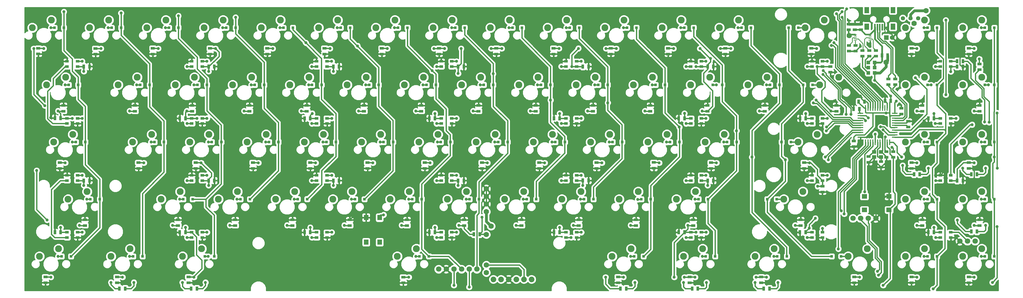
<source format=gbr>
G04 #@! TF.FileFunction,Copper,L2,Bot,Signal*
%FSLAX46Y46*%
G04 Gerber Fmt 4.6, Leading zero omitted, Abs format (unit mm)*
G04 Created by KiCad (PCBNEW 4.0.2-stable) date 7/14/2016 10:06:43 PM*
%MOMM*%
G01*
G04 APERTURE LIST*
%ADD10C,0.100000*%
%ADD11R,0.900000X0.950000*%
%ADD12R,1.397000X0.889000*%
%ADD13R,1.600000X2.000000*%
%ADD14R,0.590000X2.200000*%
%ADD15R,1.000000X0.290000*%
%ADD16R,0.889000X1.397000*%
%ADD17C,2.286000*%
%ADD18R,1.300000X0.850000*%
%ADD19C,1.524000*%
%ADD20R,1.524000X1.524000*%
%ADD21C,1.879600*%
%ADD22C,1.778000*%
%ADD23R,1.400000X1.200000*%
%ADD24R,1.198880X1.198880*%
%ADD25O,0.406400X1.899920*%
%ADD26O,1.899920X0.406400*%
%ADD27C,1.800000*%
%ADD28R,1.800000X1.500000*%
%ADD29R,1.500000X1.800000*%
%ADD30C,1.400000*%
%ADD31C,1.000000*%
%ADD32C,0.406400*%
%ADD33C,0.889000*%
%ADD34C,0.508000*%
%ADD35C,0.279400*%
%ADD36C,0.584200*%
%ADD37C,0.254000*%
G04 APERTURE END LIST*
D10*
D11*
X382928450Y-144302850D03*
X386078450Y-144302850D03*
X363878450Y-144302850D03*
X367028450Y-144302850D03*
X335128450Y-144302850D03*
X331978450Y-144302850D03*
X313878450Y-144312850D03*
X317028450Y-144312850D03*
X290078450Y-144312850D03*
X293228450Y-144312850D03*
X266248450Y-144292850D03*
X269398450Y-144292850D03*
X194818450Y-144302850D03*
X197968450Y-144302850D03*
X123398450Y-144312850D03*
X126548450Y-144312850D03*
X99568450Y-144302850D03*
X102718450Y-144302850D03*
X75758450Y-144302850D03*
X78908450Y-144302850D03*
X382938450Y-125272850D03*
X386088450Y-125272850D03*
X363888450Y-125232850D03*
X367038450Y-125232850D03*
X313688450Y-125242850D03*
X310538450Y-125242850D03*
X287688450Y-125262850D03*
X290838450Y-125262850D03*
X268628450Y-125262850D03*
X271778450Y-125262850D03*
X249588450Y-125262850D03*
X252738450Y-125262850D03*
X230538450Y-125272850D03*
X233688450Y-125272850D03*
X211508450Y-125262850D03*
X214658450Y-125262850D03*
X192428450Y-125262850D03*
X195578450Y-125262850D03*
X173398450Y-125262850D03*
X176548450Y-125262850D03*
X154328450Y-125232850D03*
X157478450Y-125232850D03*
X135278450Y-125242850D03*
X138428450Y-125242850D03*
X116228450Y-125272850D03*
X119378450Y-125272850D03*
X85308450Y-125262850D03*
X88458450Y-125262850D03*
X382928450Y-106222850D03*
X386078450Y-106222850D03*
X363878450Y-106222850D03*
X367028450Y-106222850D03*
X318458450Y-106212850D03*
X315308450Y-106212850D03*
X297198450Y-106212850D03*
X300348450Y-106212850D03*
X278168450Y-106212850D03*
X281318450Y-106212850D03*
X259098450Y-106192850D03*
X262248450Y-106192850D03*
X240048450Y-106222850D03*
X243198450Y-106222850D03*
X221018450Y-106212850D03*
X224168450Y-106212850D03*
X201948450Y-106212850D03*
X205098450Y-106212850D03*
X182898450Y-106212850D03*
X186048450Y-106212850D03*
X163868450Y-106212850D03*
X167018450Y-106212850D03*
X144788450Y-106212850D03*
X147938450Y-106212850D03*
X125748450Y-106212850D03*
X128898450Y-106212850D03*
X106688450Y-106212850D03*
X109838450Y-106212850D03*
X80518450Y-106222850D03*
X83668450Y-106222850D03*
X382948450Y-87182850D03*
X386098450Y-87182850D03*
X363888450Y-87172850D03*
X367038450Y-87172850D03*
X325598450Y-87152850D03*
X322448450Y-87152850D03*
X311478450Y-87132850D03*
X314628450Y-87132850D03*
X292418450Y-87152850D03*
X295568450Y-87152850D03*
X273398450Y-87152850D03*
X276548450Y-87152850D03*
X254328450Y-87142850D03*
X257478450Y-87142850D03*
X235288450Y-87152850D03*
X238438450Y-87152850D03*
X216228450Y-87132850D03*
X219378450Y-87132850D03*
X197178450Y-87172850D03*
X200328450Y-87172850D03*
X178128450Y-87172850D03*
X181278450Y-87172850D03*
X159108450Y-87162850D03*
X162258450Y-87162850D03*
X140028450Y-87162850D03*
X143178450Y-87162850D03*
X120978450Y-87162850D03*
X124128450Y-87162850D03*
X101928450Y-87152850D03*
X105078450Y-87152850D03*
X78128450Y-87162850D03*
X81278450Y-87162850D03*
X382938450Y-68112850D03*
X386088450Y-68112850D03*
X363888450Y-68107850D03*
X367038450Y-68107850D03*
X320838450Y-68082850D03*
X317688450Y-68082850D03*
X301963450Y-68107850D03*
X305113450Y-68107850D03*
X282913450Y-68107850D03*
X286063450Y-68107850D03*
X263858450Y-68092850D03*
X267008450Y-68092850D03*
X244813450Y-68107850D03*
X247963450Y-68107850D03*
X225763450Y-68107850D03*
X228913450Y-68107850D03*
X206713450Y-68107850D03*
X209863450Y-68107850D03*
X187663450Y-68107850D03*
X190813450Y-68107850D03*
X168613450Y-68107850D03*
X171763450Y-68107850D03*
X149563450Y-68107850D03*
X152713450Y-68107850D03*
X130508450Y-68102850D03*
X133658450Y-68102850D03*
X111468450Y-68092850D03*
X114618450Y-68092850D03*
X92408450Y-68112850D03*
X95558450Y-68112850D03*
X73373450Y-68132850D03*
X76523450Y-68132850D03*
D12*
X341675950Y-68785350D03*
X341675950Y-66880350D03*
D13*
X352345950Y-62262850D03*
X343645950Y-62262850D03*
X343645950Y-67762850D03*
X352345950Y-67762850D03*
D14*
X347995950Y-67962850D03*
X347195850Y-67962850D03*
X346395750Y-67962850D03*
X348795950Y-67962850D03*
X349595950Y-67962850D03*
D15*
X344765950Y-70372850D03*
X344765950Y-70872850D03*
X339865950Y-71372850D03*
X344765950Y-71872850D03*
X344765950Y-72372850D03*
X339865950Y-72372850D03*
X339865950Y-71872850D03*
X344765950Y-71372850D03*
X339865950Y-70872850D03*
X339865950Y-70372850D03*
D16*
X207683450Y-81052850D03*
X209588450Y-81052850D03*
D17*
X181898750Y-103697500D03*
X175548750Y-106237500D03*
D16*
X350618450Y-77362850D03*
X348713450Y-77362850D03*
D18*
X371615950Y-136297850D03*
X371615950Y-138047850D03*
X368115950Y-138047850D03*
X368115950Y-136297850D03*
X328935950Y-136297850D03*
X328935950Y-138047850D03*
X325435950Y-138047850D03*
X325435950Y-136297850D03*
X288605950Y-136297850D03*
X288605950Y-138047850D03*
X285105950Y-138047850D03*
X285105950Y-136297850D03*
X247095950Y-136297850D03*
X247095950Y-138047850D03*
X243595950Y-138047850D03*
X243595950Y-136297850D03*
X205585950Y-136297850D03*
X205585950Y-138047850D03*
X202085950Y-138047850D03*
X202085950Y-136297850D03*
X164085950Y-136297850D03*
X164085950Y-138047850D03*
X160585950Y-138047850D03*
X160585950Y-136297850D03*
X122565950Y-136297850D03*
X122565950Y-138047850D03*
X119065950Y-138047850D03*
X119065950Y-136297850D03*
X81065950Y-136297850D03*
X81065950Y-138047850D03*
X77565950Y-138047850D03*
X77565950Y-136297850D03*
D12*
X342215950Y-75720350D03*
X342215950Y-77625350D03*
X346715950Y-75720350D03*
X346715950Y-77625350D03*
X344465950Y-75720350D03*
X344465950Y-77625350D03*
X339935950Y-75915350D03*
X339935950Y-74010350D03*
X337685950Y-75915350D03*
X337685950Y-74010350D03*
X381135950Y-80200350D03*
X381135950Y-82105350D03*
D16*
X373723450Y-79252850D03*
X375628450Y-79252850D03*
D12*
X357445950Y-101175350D03*
X357445950Y-99270350D03*
X348385950Y-112690350D03*
X348385950Y-114595350D03*
X344275950Y-111070350D03*
X344275950Y-112975350D03*
X352425950Y-109390350D03*
X352425950Y-111295350D03*
D16*
X341188450Y-95162850D03*
X339283450Y-95162850D03*
X212953450Y-136912850D03*
X214858450Y-136912850D03*
D19*
X352135950Y-71392850D03*
D20*
X350135950Y-71392850D03*
D21*
X219426950Y-151972850D03*
X221966950Y-151972850D03*
X224506950Y-151972850D03*
X227046950Y-151972850D03*
X229586950Y-151972850D03*
X232126950Y-151972850D03*
D22*
X217085950Y-149742850D03*
X217085950Y-147202850D03*
X217085950Y-137042850D03*
X217085950Y-129422850D03*
X217085950Y-126882850D03*
X217085950Y-124342850D03*
X217085950Y-121802850D03*
D23*
X348390050Y-109525650D03*
X346090050Y-109525650D03*
X348390050Y-111225650D03*
X346090050Y-111225650D03*
D18*
X119072950Y-81047850D03*
X119072950Y-79297850D03*
X122572950Y-79297850D03*
X122572950Y-81047850D03*
X202086950Y-81047850D03*
X202086950Y-79297850D03*
X205586950Y-79297850D03*
X205586950Y-81047850D03*
X243593950Y-81047850D03*
X243593950Y-79297850D03*
X247093950Y-79297850D03*
X247093950Y-81047850D03*
X325427950Y-81047850D03*
X325427950Y-79297850D03*
X328927950Y-79297850D03*
X328927950Y-81047850D03*
X368115950Y-81047850D03*
X368115950Y-79297850D03*
X371615950Y-79297850D03*
X371615950Y-81047850D03*
X81065950Y-98297850D03*
X81065950Y-100047850D03*
X77565950Y-100047850D03*
X77565950Y-98297850D03*
X122565950Y-98297850D03*
X122565950Y-100047850D03*
X119065950Y-100047850D03*
X119065950Y-98297850D03*
X164085950Y-98297850D03*
X164085950Y-100047850D03*
X160585950Y-100047850D03*
X160585950Y-98297850D03*
X205585950Y-98297850D03*
X205585950Y-100047850D03*
X202085950Y-100047850D03*
X202085950Y-98297850D03*
X288605950Y-98297850D03*
X288605950Y-100047850D03*
X285105950Y-100047850D03*
X285105950Y-98297850D03*
X328935950Y-98297850D03*
X328935950Y-100047850D03*
X325435950Y-100047850D03*
X325435950Y-98297850D03*
X371615950Y-98297850D03*
X371615950Y-100047850D03*
X368115950Y-100047850D03*
X368115950Y-98297850D03*
X77565950Y-119047850D03*
X77565950Y-117297850D03*
X81065950Y-117297850D03*
X81065950Y-119047850D03*
X119065950Y-119047850D03*
X119065950Y-117297850D03*
X122565950Y-117297850D03*
X122565950Y-119047850D03*
X160585950Y-119047850D03*
X160585950Y-117297850D03*
X164085950Y-117297850D03*
X164085950Y-119047850D03*
X77565950Y-81047850D03*
X77565950Y-79297850D03*
X81065950Y-79297850D03*
X81065950Y-81047850D03*
X160579950Y-81047850D03*
X160579950Y-79297850D03*
X164079950Y-79297850D03*
X164079950Y-81047850D03*
X285100950Y-81047850D03*
X285100950Y-79297850D03*
X288600950Y-79297850D03*
X288600950Y-81047850D03*
X247095950Y-98297850D03*
X247095950Y-100047850D03*
X243595950Y-100047850D03*
X243595950Y-98297850D03*
X202085950Y-119047850D03*
X202085950Y-117297850D03*
X205585950Y-117297850D03*
X205585950Y-119047850D03*
X243595950Y-119047850D03*
X243595950Y-117297850D03*
X247095950Y-117297850D03*
X247095950Y-119047850D03*
X285105950Y-119047850D03*
X285105950Y-117297850D03*
X288605950Y-117297850D03*
X288605950Y-119047850D03*
X325435950Y-119047850D03*
X325435950Y-117297850D03*
X328935950Y-117297850D03*
X328935950Y-119047850D03*
X368115950Y-119047850D03*
X368115950Y-117297850D03*
X371615950Y-117297850D03*
X371615950Y-119047850D03*
D12*
X355135950Y-96875350D03*
X355135950Y-94970350D03*
X339675950Y-68785350D03*
X339675950Y-66880350D03*
X337655950Y-68785350D03*
X337655950Y-66880350D03*
D16*
X361278450Y-116932850D03*
X359373450Y-116932850D03*
X380318450Y-116942850D03*
X378413450Y-116942850D03*
X380328450Y-135982850D03*
X378423450Y-135982850D03*
X96928439Y-155042858D03*
X95023439Y-155042858D03*
X120768450Y-155032850D03*
X118863450Y-155032850D03*
X263638450Y-155032850D03*
X261733450Y-155032850D03*
X287458450Y-155042850D03*
X285553450Y-155042850D03*
X311278450Y-155032850D03*
X309373450Y-155032850D03*
X351628450Y-92512850D03*
X349723450Y-92512850D03*
D12*
X339345950Y-105860350D03*
X339345950Y-107765350D03*
X350195950Y-109390350D03*
X350195950Y-111295350D03*
D16*
X340973450Y-92752850D03*
X342878450Y-92752850D03*
D24*
X346264970Y-83172850D03*
X344166930Y-83172850D03*
X346264970Y-79672850D03*
X344166930Y-79672850D03*
X346264970Y-81372850D03*
X344166930Y-81372850D03*
D25*
X347260050Y-94900650D03*
X348060150Y-94900650D03*
X348860250Y-94900650D03*
X349660350Y-94900650D03*
X350460450Y-94900650D03*
X351260550Y-94900650D03*
X346459950Y-94900650D03*
X345659850Y-94900650D03*
X344859750Y-94900650D03*
X344059650Y-94900650D03*
X343259550Y-94900650D03*
X347260050Y-106330650D03*
X348060150Y-106330650D03*
X348860250Y-106330650D03*
X349660350Y-106330650D03*
X350460450Y-106330650D03*
X351260550Y-106330650D03*
X346459950Y-106330650D03*
X345659850Y-106330650D03*
X344859750Y-106330650D03*
X344059650Y-106330650D03*
X343259550Y-106330650D03*
D26*
X352975050Y-100615650D03*
X341545050Y-100615650D03*
X352975050Y-101415750D03*
X341545050Y-101415750D03*
X341545050Y-102215850D03*
X352975050Y-102215850D03*
X352975050Y-103015950D03*
X341545050Y-103015950D03*
X341545050Y-103816050D03*
X352975050Y-103816050D03*
X352975050Y-104616150D03*
X341545050Y-104616150D03*
X341545050Y-99815550D03*
X352975050Y-99815550D03*
X352975050Y-99015450D03*
X341545050Y-99015450D03*
X341545050Y-98215350D03*
X352975050Y-98215350D03*
X352975050Y-97415250D03*
X341545050Y-97415250D03*
X341545050Y-96615150D03*
X352975050Y-96615150D03*
D27*
X341595950Y-131632850D03*
X344135950Y-131632850D03*
X339055950Y-131632850D03*
X374615950Y-139252850D03*
X211365950Y-148572850D03*
X213905950Y-148572850D03*
X208825950Y-148572850D03*
X206285950Y-148572850D03*
X379695950Y-139252850D03*
X346675950Y-131632850D03*
X377155950Y-139252850D03*
X201205950Y-148572850D03*
X203745950Y-148572850D03*
D28*
X351055950Y-124322850D03*
X342855950Y-128822850D03*
X342855950Y-124322850D03*
X351055950Y-128822850D03*
D29*
X177085950Y-131382850D03*
X181585950Y-139582850D03*
X177085950Y-139582850D03*
X181585950Y-131382850D03*
D12*
X350865939Y-87075358D03*
X350865939Y-85170358D03*
X353115939Y-87075358D03*
X353115939Y-85170358D03*
D17*
X72355950Y-65592850D03*
X66005950Y-68132850D03*
X91406350Y-65592850D03*
X85056350Y-68132850D03*
X110456750Y-65592850D03*
X104106750Y-68132850D03*
X129507150Y-65592850D03*
X123157150Y-68132850D03*
X167607950Y-65592850D03*
X161257950Y-68132850D03*
X205708750Y-65592850D03*
X199358750Y-68132850D03*
X224759150Y-65592850D03*
X218409150Y-68132850D03*
X243809550Y-65592850D03*
X237459550Y-68132850D03*
X262859950Y-65592850D03*
X256509950Y-68132850D03*
X281910350Y-65592850D03*
X275560350Y-68132850D03*
X300960750Y-65592850D03*
X294610750Y-68132850D03*
X329536350Y-65592850D03*
X323186350Y-68132850D03*
X381923750Y-65597500D03*
X375573750Y-68137500D03*
X77118550Y-84643250D03*
X70768550Y-87183250D03*
X119986250Y-84647500D03*
X113636250Y-87187500D03*
X139036250Y-84647500D03*
X132686250Y-87187500D03*
X158086250Y-84647500D03*
X151736250Y-87187500D03*
X177136250Y-84647500D03*
X170786250Y-87187500D03*
X196186250Y-84647500D03*
X189836250Y-87187500D03*
X215236250Y-84647500D03*
X208886250Y-87187500D03*
X234284350Y-84643250D03*
X227934350Y-87183250D03*
X253334750Y-84643250D03*
X246984750Y-87183250D03*
X272385150Y-84643250D03*
X266035150Y-87183250D03*
X291435550Y-84643250D03*
X285085550Y-87183250D03*
X310485950Y-84643250D03*
X304135950Y-87183250D03*
X334298950Y-84643250D03*
X327948950Y-87183250D03*
X362873750Y-84647500D03*
X356523750Y-87187500D03*
X381923750Y-84647500D03*
X375573750Y-87187500D03*
X79505000Y-103697500D03*
X73155000Y-106237500D03*
X105698750Y-103697500D03*
X99348750Y-106237500D03*
X124748750Y-103697500D03*
X118398750Y-106237500D03*
X143798750Y-103697500D03*
X137448750Y-106237500D03*
X200948750Y-103697500D03*
X194598750Y-106237500D03*
X219998750Y-103697500D03*
X213648750Y-106237500D03*
X258098750Y-103697500D03*
X251748750Y-106237500D03*
X277148750Y-103697500D03*
X270798750Y-106237500D03*
X296198750Y-103697500D03*
X289848750Y-106237500D03*
X327155000Y-103697500D03*
X320805000Y-106237500D03*
X381923750Y-103697500D03*
X375573750Y-106237500D03*
X84267500Y-122747500D03*
X77917500Y-125287500D03*
X115223750Y-122747500D03*
X108873750Y-125287500D03*
X134273750Y-122747500D03*
X127923750Y-125287500D03*
X153323750Y-122747500D03*
X146973750Y-125287500D03*
X172373750Y-122747500D03*
X166023750Y-125287500D03*
X191423750Y-122747500D03*
X185073750Y-125287500D03*
X210473750Y-122747500D03*
X204123750Y-125287500D03*
X229523750Y-122747500D03*
X223173750Y-125287500D03*
X248573750Y-122747500D03*
X242223750Y-125287500D03*
X267623750Y-122747500D03*
X261273750Y-125287500D03*
X286673750Y-122747500D03*
X280323750Y-125287500D03*
X322392500Y-122747500D03*
X316042500Y-125287500D03*
X362873750Y-122747500D03*
X356523750Y-125287500D03*
X381923750Y-122747500D03*
X375573750Y-125287500D03*
X74742500Y-141797500D03*
X68392500Y-144337500D03*
X98555000Y-141797500D03*
X92205000Y-144337500D03*
X122367500Y-141797500D03*
X116017500Y-144337500D03*
X193805000Y-141797500D03*
X187455000Y-144337500D03*
X265242500Y-141797500D03*
X258892500Y-144337500D03*
X289055000Y-141797500D03*
X282705000Y-144337500D03*
X312867500Y-141797500D03*
X306517500Y-144337500D03*
X343823750Y-141797500D03*
X337473750Y-144337500D03*
X362873750Y-141797500D03*
X356523750Y-144337500D03*
X381923750Y-141797500D03*
X375573750Y-144337500D03*
D12*
X68015950Y-74960350D03*
X68015950Y-76865350D03*
X87065950Y-75020350D03*
X87065950Y-76925350D03*
X106115950Y-74970350D03*
X106115950Y-76875350D03*
X125165950Y-74970350D03*
X125165950Y-76875350D03*
X144215950Y-74970350D03*
X144215950Y-76875350D03*
X163265950Y-74970350D03*
X163265950Y-76875350D03*
X182315950Y-74970350D03*
X182315950Y-76875350D03*
X201365950Y-74970350D03*
X201365950Y-76875350D03*
X220415950Y-74970350D03*
X220415950Y-76875350D03*
X239465950Y-74970350D03*
X239465950Y-76875350D03*
X258515950Y-74970350D03*
X258515950Y-76875350D03*
X277565950Y-74970350D03*
X277565950Y-76875350D03*
X296615950Y-74970350D03*
X296615950Y-76875350D03*
X325190950Y-74970350D03*
X325190950Y-76875350D03*
X358515950Y-74970350D03*
X358515950Y-76875350D03*
X377565950Y-74970350D03*
X377565950Y-76875350D03*
X76365950Y-95925350D03*
X76365950Y-94020350D03*
X100190950Y-95925350D03*
X100190950Y-94020350D03*
X119240950Y-95925350D03*
X119240950Y-94020350D03*
X138290950Y-95925350D03*
X138290950Y-94020350D03*
X157340950Y-95925350D03*
X157340950Y-94020350D03*
X176390950Y-95925350D03*
X176390950Y-94020350D03*
X195440950Y-95925350D03*
X195440950Y-94020350D03*
X214490950Y-95925350D03*
X214490950Y-94020350D03*
X233540950Y-95925350D03*
X233540950Y-94020350D03*
X252590950Y-95925350D03*
X252590950Y-94020350D03*
X271640950Y-95925350D03*
X271640950Y-94020350D03*
X290690950Y-95925350D03*
X290690950Y-94020350D03*
X309740950Y-95925350D03*
X309740950Y-94020350D03*
X333565950Y-95925350D03*
X333565950Y-94020350D03*
X362140950Y-95925350D03*
X362140950Y-94020350D03*
X381190950Y-95925350D03*
X381190950Y-94020350D03*
X75165950Y-113070350D03*
X75165950Y-114975350D03*
X101365950Y-113070350D03*
X101365950Y-114975350D03*
X120415950Y-113070350D03*
X120415950Y-114975350D03*
X139440950Y-113070350D03*
X139440950Y-114975350D03*
X158490950Y-113070350D03*
X158490950Y-114975350D03*
X177540950Y-113070350D03*
X177540950Y-114975350D03*
X196590950Y-113070350D03*
X196590950Y-114975350D03*
X215640950Y-113070350D03*
X215640950Y-114975350D03*
X234690950Y-113070350D03*
X234690950Y-114975350D03*
X253765950Y-113070350D03*
X253765950Y-114975350D03*
X272790950Y-113020350D03*
X272790950Y-114925350D03*
X291840950Y-113070350D03*
X291840950Y-114975350D03*
X322815950Y-113070350D03*
X322815950Y-114975350D03*
X358540950Y-113070350D03*
X358540950Y-114975350D03*
X377565950Y-113070350D03*
X377565950Y-114975350D03*
X83515950Y-134025350D03*
X83515950Y-132120350D03*
X114465950Y-134025350D03*
X114465950Y-132120350D03*
X133515950Y-134025350D03*
X133515950Y-132120350D03*
X152565950Y-134025350D03*
X152565950Y-132120350D03*
X171615950Y-134025350D03*
X171615950Y-132120350D03*
X190665950Y-134025350D03*
X190665950Y-132120350D03*
X209715950Y-134025350D03*
X209715950Y-132120350D03*
X228765950Y-134025350D03*
X228765950Y-132120350D03*
X247815950Y-134025350D03*
X247815950Y-132120350D03*
X266865950Y-134025350D03*
X266865950Y-132120350D03*
X285915950Y-134025350D03*
X285915950Y-132120350D03*
X321640950Y-134025350D03*
X321640950Y-132120350D03*
X362115950Y-134025350D03*
X362115950Y-132120350D03*
X381190950Y-134025350D03*
X381190950Y-132120350D03*
X70390950Y-151170350D03*
X70390950Y-153075350D03*
X94190950Y-151170350D03*
X94190950Y-153075350D03*
X118015950Y-151170350D03*
X118015950Y-153075350D03*
X189465950Y-151220350D03*
X189465950Y-153125350D03*
X260890950Y-151170350D03*
X260890950Y-153075350D03*
X284715950Y-151170350D03*
X284715950Y-153075350D03*
X308515950Y-151170350D03*
X308515950Y-153075350D03*
X339465950Y-151170350D03*
X339465950Y-153075350D03*
X358515950Y-151170350D03*
X358515950Y-153075350D03*
X377565950Y-151170350D03*
X377565950Y-153075350D03*
D16*
X83163450Y-81052850D03*
X85068450Y-81052850D03*
X124673450Y-81052850D03*
X126578450Y-81052850D03*
X166183450Y-81052850D03*
X168088450Y-81052850D03*
X249193450Y-81052850D03*
X251098450Y-81052850D03*
X290703450Y-81052850D03*
X292608450Y-81052850D03*
D12*
X331565950Y-81050350D03*
X331565950Y-82955350D03*
D16*
X373723450Y-81052850D03*
X375628450Y-81052850D03*
X75458450Y-98232850D03*
X73553450Y-98232850D03*
X116968450Y-98302850D03*
X115063450Y-98302850D03*
X158488450Y-98292850D03*
X156583450Y-98292850D03*
X199978450Y-98292850D03*
X198073450Y-98292850D03*
X241488450Y-98292850D03*
X239583450Y-98292850D03*
X282998450Y-98292850D03*
X281093450Y-98292850D03*
X323338450Y-98292850D03*
X321433450Y-98292850D03*
X366008450Y-98292850D03*
X364103450Y-98292850D03*
X83163450Y-119052850D03*
X85068450Y-119052850D03*
X124673450Y-119052850D03*
X126578450Y-119052850D03*
X166183450Y-119052850D03*
X168088450Y-119052850D03*
X207693450Y-119052850D03*
X209598450Y-119052850D03*
X249193450Y-119032850D03*
X251098450Y-119032850D03*
X290703450Y-119052850D03*
X292608450Y-119052850D03*
D12*
X328915950Y-120950350D03*
X328915950Y-122855350D03*
D16*
X373723450Y-119052850D03*
X375628450Y-119052850D03*
X75468450Y-136292850D03*
X73563450Y-136292850D03*
X116968450Y-136292850D03*
X115063450Y-136292850D03*
X158488450Y-136292850D03*
X156583450Y-136292850D03*
X199978450Y-136292850D03*
X198073450Y-136292850D03*
X241488450Y-136292850D03*
X239583450Y-136292850D03*
X282998450Y-136292850D03*
X281093450Y-136292850D03*
X323328450Y-136292850D03*
X321423450Y-136292850D03*
X366018450Y-136292850D03*
X364113450Y-136292850D03*
D30*
X355635950Y-64932850D03*
X358175950Y-64932850D03*
X360715950Y-64932850D03*
D17*
X362873750Y-103697500D03*
X356523750Y-106237500D03*
X362873750Y-65597500D03*
X356523750Y-68137500D03*
X148557550Y-65592850D03*
X142207550Y-68132850D03*
X186658350Y-65592850D03*
X180308350Y-68132850D03*
X100931550Y-84643250D03*
X94581550Y-87183250D03*
X162848750Y-103697500D03*
X156498750Y-106237500D03*
X239048750Y-103697500D03*
X232698750Y-106237500D03*
D31*
X366015950Y-134692850D03*
X326555950Y-131632850D03*
X324475950Y-134882850D03*
X350125950Y-96542850D03*
X366015950Y-96682850D03*
D22*
X350115950Y-79602850D03*
D31*
X352035950Y-107972850D03*
X349795950Y-104482850D03*
D22*
X363395950Y-62422850D03*
X359435950Y-66702850D03*
D31*
X327175950Y-81052850D03*
X351635950Y-90872850D03*
X346255950Y-85622850D03*
X208685950Y-75047850D03*
X199645950Y-75052850D03*
X218675950Y-75042850D03*
X279575950Y-151247850D03*
X306795950Y-151242850D03*
X282985950Y-151252850D03*
D22*
X218645950Y-134242850D03*
D31*
X291635950Y-78352850D03*
X288175950Y-75052850D03*
X294985950Y-75052850D03*
X245525950Y-81052850D03*
X247715950Y-75032850D03*
X256895950Y-75052850D03*
X371615950Y-82742850D03*
D22*
X337795950Y-70732850D03*
D31*
X79315950Y-98292850D03*
X120815950Y-98302850D03*
X159155950Y-96682850D03*
X199975950Y-96682850D03*
X241485950Y-96682850D03*
X282995950Y-96672850D03*
X323335950Y-96682850D03*
X327315950Y-120952850D03*
X290705950Y-120662850D03*
X249195950Y-120642850D03*
X207695950Y-120662850D03*
X166185950Y-120662850D03*
X124675950Y-120662850D03*
X83165950Y-120672850D03*
X75465950Y-134682850D03*
X116975950Y-134682850D03*
X158485950Y-134682850D03*
X199975950Y-134682850D03*
X241485950Y-134682850D03*
X286855950Y-136292850D03*
X286855950Y-81052850D03*
X207695950Y-83382850D03*
X166185950Y-82662850D03*
X124675950Y-82662850D03*
X83155950Y-82662850D03*
X379385950Y-151252850D03*
X360335950Y-151252850D03*
X341285950Y-151252850D03*
X310325950Y-151252850D03*
X286515950Y-151252850D03*
X262705950Y-151252850D03*
X191265950Y-151252850D03*
X119825950Y-151252850D03*
X96015950Y-151252850D03*
X72205950Y-151252850D03*
X379375950Y-133942850D03*
X360325950Y-133942850D03*
X319845950Y-133942850D03*
X284125950Y-133942850D03*
X265075950Y-133942850D03*
X246025950Y-133942850D03*
X226975950Y-133942850D03*
X207925950Y-133942850D03*
X188875950Y-133942850D03*
X169825950Y-133942850D03*
X150775950Y-133942850D03*
X131725950Y-133942850D03*
X112675950Y-133942850D03*
X81715950Y-133942850D03*
X379385950Y-113152850D03*
X360335950Y-113152850D03*
X324615950Y-113152850D03*
X293655950Y-113152850D03*
X274605950Y-113152850D03*
X255555950Y-113152850D03*
X236505950Y-113152850D03*
X217455950Y-113152850D03*
X198405950Y-113152850D03*
X179355950Y-113152850D03*
X160305950Y-113152850D03*
X141255950Y-113152850D03*
X122205950Y-113152850D03*
X103155950Y-113152850D03*
X76965950Y-113152850D03*
X379375950Y-95842850D03*
X360325950Y-95842850D03*
X331745950Y-95842850D03*
X307935950Y-95842850D03*
X288885950Y-95842850D03*
X269835950Y-95842850D03*
X250785950Y-95842850D03*
X231735950Y-95842850D03*
X212685950Y-95842850D03*
X193635950Y-95842850D03*
X174585950Y-95842850D03*
X155535950Y-95842850D03*
X136485950Y-95842850D03*
X117435950Y-95842850D03*
X98385950Y-95842850D03*
X74575950Y-95842850D03*
X379385950Y-75052850D03*
X360325950Y-75052850D03*
X326995950Y-75052850D03*
X298415950Y-75052850D03*
X279365950Y-75052850D03*
X260315950Y-75052850D03*
X241265950Y-75052850D03*
X222215950Y-75052850D03*
X203165950Y-75052850D03*
X184115950Y-75052850D03*
X165065950Y-75052850D03*
X146015950Y-75052850D03*
X126965950Y-75052850D03*
X107915950Y-75052850D03*
X88865950Y-75042850D03*
X69815950Y-75052850D03*
X362615950Y-136042850D03*
X341535950Y-90852850D03*
X335765950Y-91402850D03*
X349735950Y-90882850D03*
X298415950Y-81102850D03*
X294005950Y-81032850D03*
X117305950Y-79292850D03*
X72115950Y-98102850D03*
X79455950Y-100052850D03*
X377105950Y-81142850D03*
D22*
X342995950Y-64992850D03*
X348205950Y-65092850D03*
D31*
X344765950Y-74262850D03*
X341545950Y-74282850D03*
X350585950Y-114922850D03*
X354515950Y-93542850D03*
X366525950Y-117292850D03*
X377025950Y-119042850D03*
X373715950Y-100052850D03*
X377905950Y-92462850D03*
X359205950Y-99142850D03*
X362715950Y-99142850D03*
X366555950Y-79302850D03*
X379375950Y-152992850D03*
X360325950Y-152992850D03*
X341275950Y-152992850D03*
X310315950Y-152992850D03*
X286505950Y-152992850D03*
X262695950Y-152992850D03*
X191255950Y-152992850D03*
X119815950Y-152992850D03*
X96005950Y-152992850D03*
X72185950Y-152992850D03*
X379385950Y-132202850D03*
X360335950Y-132202850D03*
X319845950Y-132202850D03*
X284135950Y-132202850D03*
X265085950Y-132202850D03*
X246035950Y-132202850D03*
X226985950Y-132202850D03*
X207935950Y-132202850D03*
X188885950Y-132202850D03*
X169825950Y-132202850D03*
X150785950Y-132202850D03*
X131735950Y-132202850D03*
X112685950Y-132202850D03*
X81725950Y-132202850D03*
X379375950Y-114892850D03*
X360325950Y-114892850D03*
X324605950Y-114892850D03*
X293645950Y-114892850D03*
X274595950Y-114892850D03*
X255545950Y-114892850D03*
X236495950Y-114892850D03*
X217445950Y-114892850D03*
X198395950Y-114892850D03*
X179345950Y-114892850D03*
X160295950Y-114892850D03*
X141245950Y-114892850D03*
X122195950Y-114892850D03*
X103145950Y-114892850D03*
X76955950Y-114892850D03*
X379385950Y-94102850D03*
X360335950Y-94102850D03*
X331755950Y-94102850D03*
X307945950Y-94102850D03*
X288895950Y-94102850D03*
X269845950Y-94102850D03*
X250795950Y-94102850D03*
X231745950Y-94102850D03*
X212695950Y-94102850D03*
X193645950Y-94102850D03*
X174595950Y-94102850D03*
X155545950Y-94102850D03*
X136495950Y-94102850D03*
X117445950Y-94102850D03*
X98395950Y-94102850D03*
X74575950Y-94102850D03*
X379375950Y-76792850D03*
X360325950Y-76792850D03*
X326985950Y-76792850D03*
X298415950Y-76792850D03*
X279365950Y-76792850D03*
X260315950Y-76792850D03*
X241265950Y-76792850D03*
X222215950Y-76792850D03*
X203165950Y-76792850D03*
X184115950Y-76792850D03*
X165065950Y-76792850D03*
X146015950Y-76792850D03*
X126965950Y-76792850D03*
X107915950Y-76802850D03*
X88865950Y-76802850D03*
X69815950Y-76792850D03*
X72220000Y-68130000D03*
X110310000Y-68120000D03*
X148410000Y-68130000D03*
X76525950Y-62782850D03*
X336965950Y-61862850D03*
X167460000Y-68130000D03*
X186500000Y-68130000D03*
X205560000Y-68130000D03*
X224610000Y-68130000D03*
X243660000Y-68130000D03*
X95545950Y-63222850D03*
X335425950Y-62782850D03*
X262700000Y-68130000D03*
X281750000Y-68130000D03*
X300810000Y-68130000D03*
X114635950Y-64142850D03*
X333575950Y-63462850D03*
X362730000Y-68140000D03*
X381780000Y-68130000D03*
X76970000Y-87180000D03*
X100770000Y-87180000D03*
X119820000Y-87180000D03*
X133665950Y-64652850D03*
X335415950Y-64662850D03*
X138870000Y-87180000D03*
X157950000Y-87190000D03*
X176970000Y-87190000D03*
X196020000Y-87190000D03*
X332765950Y-73112850D03*
X157035950Y-73112850D03*
X215060000Y-87180000D03*
X234130000Y-87190000D03*
X253170000Y-87180000D03*
X272240000Y-87180000D03*
X174225950Y-74172850D03*
X331895950Y-74022850D03*
X293580000Y-87180000D03*
X310320000Y-87180000D03*
X365050000Y-87190000D03*
X384110000Y-87190000D03*
X199035950Y-82452850D03*
X329175950Y-82422850D03*
X338375950Y-96972850D03*
X348245950Y-101162850D03*
X79350000Y-106230000D03*
X105530000Y-106230000D03*
X124590000Y-106230000D03*
X143630000Y-106240000D03*
X329125950Y-83672850D03*
X219365950Y-83452850D03*
X336755950Y-97012850D03*
X349055950Y-102142850D03*
X162710000Y-106240000D03*
X181740000Y-106230000D03*
X200790000Y-106240000D03*
X219860000Y-106240000D03*
X238445950Y-92232850D03*
X326785950Y-92222850D03*
X238890000Y-106230000D03*
X257940000Y-106240000D03*
X277010000Y-106230000D03*
X296040000Y-106230000D03*
X325875950Y-93152850D03*
X257475950Y-93142850D03*
X362720000Y-106240000D03*
X381770000Y-106240000D03*
X84150000Y-125290000D03*
X330235950Y-101202850D03*
X281275950Y-101222850D03*
X115060000Y-125290000D03*
X134130000Y-125280000D03*
X153170000Y-125290000D03*
X172240000Y-125290000D03*
X191280000Y-125280000D03*
X330225950Y-102502850D03*
X300325950Y-102442850D03*
X210350000Y-125290000D03*
X229380000Y-125280000D03*
X248440000Y-125290000D03*
X267470000Y-125300000D03*
X286530000Y-125280000D03*
X329855950Y-111222850D03*
X305435950Y-111222850D03*
X362730000Y-125290000D03*
X381780000Y-125280000D03*
X316565950Y-112172850D03*
X330845950Y-112172850D03*
X74600000Y-144330000D03*
X98410000Y-144330000D03*
X124560000Y-144330000D03*
X193660000Y-144340000D03*
X265090000Y-144340000D03*
X211365950Y-154552850D03*
X365735950Y-155182850D03*
X288920000Y-144330000D03*
X312720000Y-144340000D03*
X362730000Y-144340000D03*
X381760000Y-144330000D03*
X355285950Y-111202850D03*
X386075950Y-111212850D03*
X206285950Y-153962850D03*
X349105950Y-153962850D03*
X384335950Y-99632850D03*
X343215950Y-99122850D03*
X382865950Y-99492850D03*
X344145950Y-98162850D03*
X347205950Y-149342850D03*
X336155950Y-130162850D03*
X347565950Y-150542850D03*
X335145950Y-129192850D03*
X359855950Y-84772850D03*
X342955950Y-122792850D03*
X346445950Y-103552850D03*
X369945950Y-90462850D03*
X369955950Y-65602850D03*
X353465950Y-92592850D03*
X215635950Y-131232850D03*
X182895950Y-130482850D03*
X334205950Y-141822850D03*
X91250000Y-68130000D03*
X129350000Y-68130000D03*
X70195950Y-94092850D03*
X66515950Y-75042850D03*
X381115950Y-78512850D03*
X383185950Y-114902850D03*
X387055950Y-114902850D03*
X386995950Y-96512850D03*
X70945950Y-132192850D03*
X67465950Y-115692850D03*
X355585950Y-113992850D03*
X375565950Y-114892850D03*
X364135950Y-114902850D03*
X373795950Y-132202850D03*
X383195950Y-133942850D03*
X385435950Y-152992850D03*
X386985950Y-134422850D03*
X92195950Y-152992850D03*
X115965950Y-152992850D03*
X99815950Y-153002850D03*
X123625950Y-153012850D03*
X256755950Y-151242850D03*
X282695950Y-152992850D03*
X266505950Y-153002850D03*
X306515950Y-153002850D03*
X290325950Y-153002850D03*
X314135950Y-153002850D03*
X117515950Y-81052850D03*
X82625950Y-79292850D03*
X159025950Y-81042850D03*
X124135950Y-79302850D03*
X200535950Y-81052850D03*
X165635950Y-79292850D03*
X242025950Y-81042850D03*
X207145950Y-79302850D03*
X283535950Y-81042850D03*
X248655950Y-79302850D03*
X290155950Y-79292850D03*
X323865950Y-81042850D03*
X366545950Y-81052850D03*
X330495950Y-79292850D03*
X117505950Y-119042850D03*
X82625950Y-117302850D03*
X159025950Y-119042850D03*
X124125950Y-117302850D03*
X82625950Y-98292850D03*
X117505950Y-100042850D03*
X124135950Y-98292850D03*
X159025950Y-100052850D03*
X165655950Y-98292850D03*
X200525950Y-100052850D03*
X207145950Y-98292850D03*
X242045950Y-100042850D03*
X248655950Y-98302850D03*
X283545950Y-100042850D03*
X290175950Y-98292850D03*
X323875950Y-100042850D03*
X366425950Y-100052850D03*
X330505950Y-98302850D03*
X378705950Y-100432850D03*
X373405950Y-98292850D03*
X200525950Y-119052850D03*
X165645950Y-117302850D03*
X242035950Y-119052850D03*
X207145950Y-117292850D03*
X283545950Y-119052850D03*
X248655950Y-117292850D03*
X323875950Y-119042850D03*
X290175950Y-117292850D03*
X330525950Y-117302850D03*
X366555950Y-119042850D03*
X82635950Y-136302850D03*
X117505950Y-138052850D03*
X124135950Y-136292850D03*
X159035950Y-138042850D03*
X165645950Y-136302850D03*
X200525950Y-138052850D03*
X207165950Y-136292850D03*
X245305950Y-138042850D03*
X248665950Y-136292850D03*
X283545950Y-138042850D03*
X290185950Y-136302850D03*
X323875950Y-138042850D03*
X366555950Y-138042850D03*
X328945950Y-134962850D03*
D32*
X120665950Y-143032850D02*
X120665950Y-143815950D01*
X120665950Y-143032850D02*
X120665950Y-137897850D01*
X119065950Y-136297850D02*
X120665950Y-137897850D01*
X122420000Y-145570000D02*
X122420000Y-148388800D01*
X120665950Y-143815950D02*
X122420000Y-145570000D01*
X366018450Y-134695350D02*
X366015950Y-134692850D01*
X366018450Y-134695350D02*
X366018450Y-136292850D01*
X209715950Y-134025350D02*
X209715950Y-135062850D01*
X211565950Y-136912850D02*
X212953450Y-136912850D01*
X209715950Y-135062850D02*
X211565950Y-136912850D01*
X324475950Y-133712850D02*
X326555950Y-131632850D01*
X324475950Y-134882850D02*
X323328450Y-136030350D01*
X324475950Y-134882850D02*
X324475950Y-133712850D01*
X350125950Y-96542850D02*
X350125950Y-96452850D01*
X366008450Y-96690350D02*
X366015950Y-96682850D01*
X366008450Y-98292850D02*
X366008450Y-96690350D01*
X341545050Y-103816050D02*
X342862750Y-103816050D01*
X345705950Y-100972850D02*
X345705950Y-96452850D01*
X342862750Y-103816050D02*
X345705950Y-100972850D01*
X343259550Y-94900650D02*
X343259550Y-96266450D01*
X343259550Y-96266450D02*
X343445950Y-96452850D01*
X343445950Y-96452850D02*
X345705950Y-96452850D01*
X345705950Y-96452850D02*
X350125950Y-96452850D01*
X350125950Y-96452850D02*
X351260550Y-96452850D01*
X124673450Y-119052850D02*
X124673450Y-118555350D01*
X124673450Y-118555350D02*
X125615950Y-117612850D01*
X125615950Y-116562850D02*
X122205950Y-113152850D01*
X125615950Y-117612850D02*
X125615950Y-116562850D01*
X290703450Y-81052850D02*
X290703450Y-81935350D01*
X292365950Y-94250350D02*
X290690950Y-95925350D01*
X292365950Y-89102850D02*
X292365950Y-94250350D01*
X289345950Y-86082850D02*
X292365950Y-89102850D01*
X289345950Y-83292850D02*
X289345950Y-86082850D01*
X290703450Y-81935350D02*
X289345950Y-83292850D01*
X119825950Y-151252850D02*
X119825950Y-150982850D01*
X119825950Y-150982850D02*
X122420000Y-148388800D01*
X124673450Y-81052850D02*
X124745950Y-81052850D01*
X124745950Y-81052850D02*
X128155950Y-77642850D01*
X128155950Y-76242850D02*
X126965950Y-75052850D01*
X128155950Y-77642850D02*
X128155950Y-76242850D01*
D33*
X348095950Y-83172850D02*
X346264970Y-83172850D01*
X350115950Y-81152850D02*
X348095950Y-83172850D01*
X350115950Y-79602850D02*
X350115950Y-81152850D01*
X350618450Y-77362850D02*
X350618450Y-79100350D01*
X350618450Y-79100350D02*
X350115950Y-79602850D01*
D32*
X352425950Y-108362850D02*
X352035950Y-107972850D01*
X352425950Y-109390350D02*
X352425950Y-108362850D01*
X349795950Y-104482850D02*
X349660350Y-104482850D01*
X349660350Y-104482850D02*
X349795950Y-104482850D01*
X349795950Y-104482850D02*
X349660350Y-104482850D01*
D33*
X358175950Y-64932850D02*
X358175950Y-63712850D01*
X359465950Y-62422850D02*
X363395950Y-62422850D01*
X358175950Y-63712850D02*
X359465950Y-62422850D01*
D32*
X324615950Y-113152850D02*
X325015950Y-113152850D01*
X327185950Y-117297850D02*
X328935950Y-119047850D01*
X327185950Y-115322850D02*
X327185950Y-117297850D01*
X325015950Y-113152850D02*
X327185950Y-115322850D01*
X327175950Y-81052850D02*
X327175950Y-83432850D01*
X327180950Y-81047850D02*
X327175950Y-81052850D01*
X328927950Y-81047850D02*
X327180950Y-81047850D01*
X328655950Y-92752850D02*
X331745950Y-95842850D01*
X328655950Y-89002850D02*
X328655950Y-92752850D01*
X329775950Y-87882850D02*
X328655950Y-89002850D01*
X329775950Y-86032850D02*
X329775950Y-87882850D01*
X327175950Y-83432850D02*
X329775950Y-86032850D01*
X346255950Y-85622850D02*
X346385950Y-85622850D01*
X346385950Y-85622850D02*
X351635950Y-90872850D01*
X351628450Y-90880350D02*
X351628450Y-92512850D01*
X351628450Y-90880350D02*
X351635950Y-90872850D01*
X346264970Y-83172850D02*
X346264970Y-85613830D01*
X346264970Y-85613830D02*
X346255950Y-85622850D01*
X373723450Y-119052850D02*
X373723450Y-115175350D01*
X375828450Y-113070350D02*
X377565950Y-113070350D01*
X373723450Y-115175350D02*
X375828450Y-113070350D01*
X208685950Y-75047850D02*
X208685950Y-80050350D01*
X208685950Y-80050350D02*
X207683450Y-81052850D01*
X201283450Y-75052850D02*
X199645950Y-75052850D01*
X201283450Y-75052850D02*
X201365950Y-74970350D01*
X220343450Y-75042850D02*
X218675950Y-75042850D01*
X220343450Y-75042850D02*
X220415950Y-74970350D01*
X279575950Y-151247850D02*
X279575950Y-139715350D01*
X279575950Y-139715350D02*
X282998450Y-136292850D01*
X308443450Y-151242850D02*
X306795950Y-151242850D01*
X308443450Y-151242850D02*
X308515950Y-151170350D01*
X284633450Y-151252850D02*
X282985950Y-151252850D01*
X284633450Y-151252850D02*
X284715950Y-151170350D01*
D33*
X217085950Y-129422850D02*
X217085950Y-132682850D01*
X217085950Y-132682850D02*
X218645950Y-134242850D01*
D32*
X291635950Y-78352850D02*
X291475950Y-78352850D01*
X290703450Y-80365350D02*
X291635950Y-79432850D01*
X291635950Y-79432850D02*
X291635950Y-78352850D01*
X291475950Y-78352850D02*
X288175950Y-75052850D01*
X296533450Y-75052850D02*
X294985950Y-75052850D01*
X296533450Y-75052850D02*
X296615950Y-74970350D01*
X245525950Y-81052850D02*
X245525950Y-77222850D01*
X245530950Y-81047850D02*
X245525950Y-81052850D01*
X247093950Y-81047850D02*
X245530950Y-81047850D01*
X245525950Y-77222850D02*
X247715950Y-75032850D01*
X258433450Y-75052850D02*
X256895950Y-75052850D01*
X258433450Y-75052850D02*
X258515950Y-74970350D01*
X220343450Y-75042850D02*
X220415950Y-74970350D01*
X201303450Y-75032850D02*
X201365950Y-74970350D01*
X290703450Y-81052850D02*
X290703450Y-80365350D01*
X371615950Y-81047850D02*
X371615950Y-82742850D01*
D34*
X337985950Y-70372850D02*
X337985950Y-70542850D01*
X337985950Y-70542850D02*
X337795950Y-70732850D01*
X337655950Y-68785350D02*
X337655950Y-70042850D01*
X337985950Y-70372850D02*
X339865950Y-70372850D01*
X337655950Y-70042850D02*
X337985950Y-70372850D01*
D35*
X339865950Y-70872850D02*
X339865950Y-70372850D01*
D32*
X349660350Y-106330650D02*
X349660350Y-104482850D01*
X77565950Y-98297850D02*
X79310950Y-98297850D01*
X79310950Y-98297850D02*
X79315950Y-98292850D01*
X75458450Y-98232850D02*
X75458450Y-96725350D01*
X75458450Y-96725350D02*
X74575950Y-95842850D01*
X77565950Y-98297850D02*
X75523450Y-98297850D01*
X75523450Y-98297850D02*
X75458450Y-98232850D01*
X119065950Y-98297850D02*
X120810950Y-98297850D01*
X120810950Y-98297850D02*
X120815950Y-98302850D01*
X116968450Y-98302850D02*
X116968450Y-96310350D01*
X116968450Y-96310350D02*
X117435950Y-95842850D01*
X119065950Y-98297850D02*
X116973450Y-98297850D01*
X116973450Y-98297850D02*
X116968450Y-98302850D01*
X158488450Y-98292850D02*
X158488450Y-97350350D01*
X158488450Y-97350350D02*
X159155950Y-96682850D01*
X160585950Y-98297850D02*
X158493450Y-98297850D01*
X158493450Y-98297850D02*
X158488450Y-98292850D01*
X199978450Y-98292850D02*
X199978450Y-96685350D01*
X199978450Y-96685350D02*
X199975950Y-96682850D01*
X202085950Y-98297850D02*
X199983450Y-98297850D01*
X199983450Y-98297850D02*
X199978450Y-98292850D01*
X241488450Y-98292850D02*
X241488450Y-96685350D01*
X241488450Y-96685350D02*
X241485950Y-96682850D01*
X243595950Y-98297850D02*
X241493450Y-98297850D01*
X241493450Y-98297850D02*
X241488450Y-98292850D01*
X282998450Y-98292850D02*
X282998450Y-96675350D01*
X282998450Y-96675350D02*
X282995950Y-96672850D01*
X285105950Y-98297850D02*
X283003450Y-98297850D01*
X283003450Y-98297850D02*
X282998450Y-98292850D01*
X323338450Y-98292850D02*
X323338450Y-96685350D01*
X323338450Y-96685350D02*
X323335950Y-96682850D01*
X325435950Y-98297850D02*
X323343450Y-98297850D01*
X323343450Y-98297850D02*
X323338450Y-98292850D01*
X328915950Y-120950350D02*
X327318450Y-120950350D01*
X327318450Y-120950350D02*
X327315950Y-120952850D01*
X328935950Y-119047850D02*
X328935950Y-120930350D01*
X328935950Y-120930350D02*
X328915950Y-120950350D01*
X290703450Y-119052850D02*
X290703450Y-120660350D01*
X290703450Y-120660350D02*
X290705950Y-120662850D01*
X288605950Y-119047850D02*
X290698450Y-119047850D01*
X290698450Y-119047850D02*
X290703450Y-119052850D01*
X249193450Y-119032850D02*
X249193450Y-120640350D01*
X249193450Y-120640350D02*
X249195950Y-120642850D01*
X247095950Y-119047850D02*
X249178450Y-119047850D01*
X249178450Y-119047850D02*
X249193450Y-119032850D01*
X207693450Y-119052850D02*
X207693450Y-120660350D01*
X207693450Y-120660350D02*
X207695950Y-120662850D01*
X205585950Y-119047850D02*
X207688450Y-119047850D01*
X207688450Y-119047850D02*
X207693450Y-119052850D01*
X166183450Y-119052850D02*
X166183450Y-120660350D01*
X166183450Y-120660350D02*
X166185950Y-120662850D01*
X164085950Y-119047850D02*
X166178450Y-119047850D01*
X166178450Y-119047850D02*
X166183450Y-119052850D01*
X124673450Y-119052850D02*
X124673450Y-120660350D01*
X124673450Y-120660350D02*
X124675950Y-120662850D01*
X122565950Y-119047850D02*
X124668450Y-119047850D01*
X124668450Y-119047850D02*
X124673450Y-119052850D01*
X83163450Y-119052850D02*
X83163450Y-120670350D01*
X83163450Y-120670350D02*
X83165950Y-120672850D01*
X81065950Y-119047850D02*
X83158450Y-119047850D01*
X83158450Y-119047850D02*
X83163450Y-119052850D01*
X75468450Y-136292850D02*
X75468450Y-134685350D01*
X75468450Y-134685350D02*
X75465950Y-134682850D01*
X77565950Y-136297850D02*
X75473450Y-136297850D01*
X75473450Y-136297850D02*
X75468450Y-136292850D01*
X116968450Y-136292850D02*
X116968450Y-134690350D01*
X116968450Y-134690350D02*
X116975950Y-134682850D01*
X119065950Y-136297850D02*
X116973450Y-136297850D01*
X116973450Y-136297850D02*
X116968450Y-136292850D01*
X158488450Y-136292850D02*
X158488450Y-134685350D01*
X158488450Y-134685350D02*
X158485950Y-134682850D01*
X160585950Y-136297850D02*
X158493450Y-136297850D01*
X158493450Y-136297850D02*
X158488450Y-136292850D01*
X199978450Y-136292850D02*
X199978450Y-134685350D01*
X199978450Y-134685350D02*
X199975950Y-134682850D01*
X202085950Y-136297850D02*
X199983450Y-136297850D01*
X199983450Y-136297850D02*
X199978450Y-136292850D01*
X241488450Y-136292850D02*
X241488450Y-134685350D01*
X241488450Y-134685350D02*
X241485950Y-134682850D01*
X243595950Y-136297850D02*
X241493450Y-136297850D01*
X241493450Y-136297850D02*
X241488450Y-136292850D01*
X285105950Y-136297850D02*
X286850950Y-136297850D01*
X286850950Y-136297850D02*
X286855950Y-136292850D01*
X284125950Y-133942850D02*
X284125950Y-135165350D01*
X284125950Y-135165350D02*
X282998450Y-136292850D01*
X285105950Y-136297850D02*
X283003450Y-136297850D01*
X283003450Y-136297850D02*
X282998450Y-136292850D01*
X323328450Y-136292850D02*
X323328450Y-136030350D01*
X325435950Y-136297850D02*
X323333450Y-136297850D01*
X323333450Y-136297850D02*
X323328450Y-136292850D01*
X368115950Y-136297850D02*
X366023450Y-136297850D01*
X366023450Y-136297850D02*
X366018450Y-136292850D01*
X371615950Y-119047850D02*
X373718450Y-119047850D01*
X373718450Y-119047850D02*
X373723450Y-119052850D01*
X368115950Y-98297850D02*
X366013450Y-98297850D01*
X366013450Y-98297850D02*
X366008450Y-98292850D01*
X371615950Y-81047850D02*
X373718450Y-81047850D01*
X373718450Y-81047850D02*
X373723450Y-81052850D01*
X328927950Y-81047850D02*
X331563450Y-81047850D01*
X331563450Y-81047850D02*
X331565950Y-81050350D01*
X288600950Y-81047850D02*
X286860950Y-81047850D01*
X286860950Y-81047850D02*
X286855950Y-81052850D01*
X290703450Y-81052850D02*
X288605950Y-81052850D01*
X288605950Y-81052850D02*
X288600950Y-81047850D01*
X247093950Y-81047850D02*
X249188450Y-81047850D01*
X249188450Y-81047850D02*
X249193450Y-81052850D01*
X207683450Y-81052850D02*
X207683450Y-83370350D01*
X207683450Y-83370350D02*
X207695950Y-83382850D01*
X205586950Y-81047850D02*
X207678450Y-81047850D01*
X207678450Y-81047850D02*
X207683450Y-81052850D01*
X166183450Y-81052850D02*
X166183450Y-82660350D01*
X166183450Y-82660350D02*
X166185950Y-82662850D01*
X164079950Y-81047850D02*
X166178450Y-81047850D01*
X166178450Y-81047850D02*
X166183450Y-81052850D01*
X124673450Y-81052850D02*
X124673450Y-82660350D01*
X124673450Y-82660350D02*
X124675950Y-82662850D01*
X122572950Y-81047850D02*
X124668450Y-81047850D01*
X124668450Y-81047850D02*
X124673450Y-81052850D01*
X83163450Y-81052850D02*
X83163450Y-82655350D01*
X83163450Y-82655350D02*
X83155950Y-82662850D01*
X81065950Y-81047850D02*
X83158450Y-81047850D01*
X83158450Y-81047850D02*
X83163450Y-81052850D01*
X351260550Y-94900650D02*
X351260550Y-92880750D01*
X351260550Y-92880750D02*
X351628450Y-92512850D01*
X341545050Y-103816050D02*
X340022750Y-103816050D01*
X339345950Y-104492850D02*
X339345950Y-105860350D01*
X340022750Y-103816050D02*
X339345950Y-104492850D01*
X340973450Y-92752850D02*
X340973450Y-93050350D01*
X340973450Y-93050350D02*
X342823750Y-94900650D01*
X342823750Y-94900650D02*
X343259550Y-94900650D01*
X351260550Y-94900650D02*
X351260550Y-96452850D01*
X351260550Y-96452850D02*
X351260550Y-97667450D01*
X351260550Y-97667450D02*
X351325950Y-97732850D01*
X352975050Y-101415750D02*
X351658850Y-101415750D01*
X351325950Y-101082850D02*
X351325950Y-97732850D01*
X351658850Y-101415750D02*
X351325950Y-101082850D01*
X351643550Y-97415250D02*
X352975050Y-97415250D01*
X351325950Y-97732850D02*
X351643550Y-97415250D01*
X352975050Y-97415250D02*
X354596050Y-97415250D01*
X354596050Y-97415250D02*
X355135950Y-96875350D01*
X349660350Y-106330650D02*
X349660350Y-108854750D01*
X349660350Y-108854750D02*
X350195950Y-109390350D01*
X288610950Y-119052850D02*
X288605950Y-119047850D01*
X379303450Y-151170350D02*
X379385950Y-151252850D01*
X379303450Y-151170350D02*
X377565950Y-151170350D01*
X360253450Y-151170350D02*
X360335950Y-151252850D01*
X360253450Y-151170350D02*
X358515950Y-151170350D01*
X341203450Y-151170350D02*
X341285950Y-151252850D01*
X341203450Y-151170350D02*
X339465950Y-151170350D01*
X310243450Y-151170350D02*
X310325950Y-151252850D01*
X310243450Y-151170350D02*
X308515950Y-151170350D01*
X286433450Y-151170350D02*
X286515950Y-151252850D01*
X286433450Y-151170350D02*
X284715950Y-151170350D01*
X262623450Y-151170350D02*
X262705950Y-151252850D01*
X262623450Y-151170350D02*
X260890950Y-151170350D01*
X191233450Y-151220350D02*
X191265950Y-151252850D01*
X191233450Y-151220350D02*
X189465950Y-151220350D01*
X119743450Y-151170350D02*
X119825950Y-151252850D01*
X119743450Y-151170350D02*
X118015950Y-151170350D01*
X95933450Y-151170350D02*
X96015950Y-151252850D01*
X95933450Y-151170350D02*
X94190950Y-151170350D01*
X72123450Y-151170350D02*
X72205950Y-151252850D01*
X72123450Y-151170350D02*
X70390950Y-151170350D01*
X379458450Y-134025350D02*
X379375950Y-133942850D01*
X379458450Y-134025350D02*
X381190950Y-134025350D01*
X360408450Y-134025350D02*
X360325950Y-133942850D01*
X360408450Y-134025350D02*
X362115950Y-134025350D01*
X319928450Y-134025350D02*
X319845950Y-133942850D01*
X319928450Y-134025350D02*
X321640950Y-134025350D01*
X284208450Y-134025350D02*
X284125950Y-133942850D01*
X284208450Y-134025350D02*
X285915950Y-134025350D01*
X265158450Y-134025350D02*
X265075950Y-133942850D01*
X265158450Y-134025350D02*
X266865950Y-134025350D01*
X246108450Y-134025350D02*
X246025950Y-133942850D01*
X246108450Y-134025350D02*
X247815950Y-134025350D01*
X227058450Y-134025350D02*
X226975950Y-133942850D01*
X227058450Y-134025350D02*
X228765950Y-134025350D01*
X208008450Y-134025350D02*
X207925950Y-133942850D01*
X208008450Y-134025350D02*
X209715950Y-134025350D01*
X188958450Y-134025350D02*
X188875950Y-133942850D01*
X188958450Y-134025350D02*
X190665950Y-134025350D01*
X169908450Y-134025350D02*
X169825950Y-133942850D01*
X169908450Y-134025350D02*
X171615950Y-134025350D01*
X150858450Y-134025350D02*
X150775950Y-133942850D01*
X150858450Y-134025350D02*
X152565950Y-134025350D01*
X131808450Y-134025350D02*
X131725950Y-133942850D01*
X131808450Y-134025350D02*
X133515950Y-134025350D01*
X112758450Y-134025350D02*
X112675950Y-133942850D01*
X114465950Y-134025350D02*
X112758450Y-134025350D01*
X81798450Y-134025350D02*
X81715950Y-133942850D01*
X81798450Y-134025350D02*
X83515950Y-134025350D01*
X379303450Y-113070350D02*
X377565950Y-113070350D01*
X379303450Y-113070350D02*
X379385950Y-113152850D01*
X360253450Y-113070350D02*
X360335950Y-113152850D01*
X360253450Y-113070350D02*
X358540950Y-113070350D01*
X324533450Y-113070350D02*
X324615950Y-113152850D01*
X324533450Y-113070350D02*
X322815950Y-113070350D01*
X293573450Y-113070350D02*
X293655950Y-113152850D01*
X293573450Y-113070350D02*
X291840950Y-113070350D01*
X274473450Y-113020350D02*
X274605950Y-113152850D01*
X274473450Y-113020350D02*
X272790950Y-113020350D01*
X255473450Y-113070350D02*
X255555950Y-113152850D01*
X255473450Y-113070350D02*
X253765950Y-113070350D01*
X236423450Y-113070350D02*
X236505950Y-113152850D01*
X236423450Y-113070350D02*
X234690950Y-113070350D01*
X217373450Y-113070350D02*
X217455950Y-113152850D01*
X217373450Y-113070350D02*
X215640950Y-113070350D01*
X198323450Y-113070350D02*
X198405950Y-113152850D01*
X198323450Y-113070350D02*
X196590950Y-113070350D01*
X179273450Y-113070350D02*
X179355950Y-113152850D01*
X179273450Y-113070350D02*
X177540950Y-113070350D01*
X160223450Y-113070350D02*
X160305950Y-113152850D01*
X160223450Y-113070350D02*
X158490950Y-113070350D01*
X141173450Y-113070350D02*
X141255950Y-113152850D01*
X141173450Y-113070350D02*
X139440950Y-113070350D01*
X122123450Y-113070350D02*
X122205950Y-113152850D01*
X122123450Y-113070350D02*
X120415950Y-113070350D01*
X103073450Y-113070350D02*
X103155950Y-113152850D01*
X101365950Y-113070350D02*
X103073450Y-113070350D01*
X76883450Y-113070350D02*
X76965950Y-113152850D01*
X76883450Y-113070350D02*
X75165950Y-113070350D01*
X379458450Y-95925350D02*
X379375950Y-95842850D01*
X379458450Y-95925350D02*
X381190950Y-95925350D01*
X360408450Y-95925350D02*
X360325950Y-95842850D01*
X360408450Y-95925350D02*
X362140950Y-95925350D01*
X331828450Y-95925350D02*
X331745950Y-95842850D01*
X331828450Y-95925350D02*
X333565950Y-95925350D01*
X308018450Y-95925350D02*
X307935950Y-95842850D01*
X308018450Y-95925350D02*
X309740950Y-95925350D01*
X288968450Y-95925350D02*
X290690950Y-95925350D01*
X288968450Y-95925350D02*
X288885950Y-95842850D01*
X269918450Y-95925350D02*
X269835950Y-95842850D01*
X269918450Y-95925350D02*
X271640950Y-95925350D01*
X250868450Y-95925350D02*
X250785950Y-95842850D01*
X250868450Y-95925350D02*
X252590950Y-95925350D01*
X231818450Y-95925350D02*
X231735950Y-95842850D01*
X231818450Y-95925350D02*
X233540950Y-95925350D01*
X212768450Y-95925350D02*
X212685950Y-95842850D01*
X212768450Y-95925350D02*
X214490950Y-95925350D01*
X193718450Y-95925350D02*
X193635950Y-95842850D01*
X193718450Y-95925350D02*
X195440950Y-95925350D01*
X174668450Y-95925350D02*
X174585950Y-95842850D01*
X174668450Y-95925350D02*
X176390950Y-95925350D01*
X155618450Y-95925350D02*
X155535950Y-95842850D01*
X155618450Y-95925350D02*
X157340950Y-95925350D01*
X136568450Y-95925350D02*
X136485950Y-95842850D01*
X136568450Y-95925350D02*
X138290950Y-95925350D01*
X117518450Y-95925350D02*
X117435950Y-95842850D01*
X117518450Y-95925350D02*
X119240950Y-95925350D01*
X98468450Y-95925350D02*
X98385950Y-95842850D01*
X98468450Y-95925350D02*
X100190950Y-95925350D01*
X74658450Y-95925350D02*
X74575950Y-95842850D01*
X74658450Y-95925350D02*
X76365950Y-95925350D01*
X379303450Y-74970350D02*
X379385950Y-75052850D01*
X379303450Y-74970350D02*
X377565950Y-74970350D01*
X360243450Y-74970350D02*
X360325950Y-75052850D01*
X360243450Y-74970350D02*
X358515950Y-74970350D01*
X326913450Y-74970350D02*
X326995950Y-75052850D01*
X326913450Y-74970350D02*
X325190950Y-74970350D01*
X298333450Y-74970350D02*
X298415950Y-75052850D01*
X298333450Y-74970350D02*
X296615950Y-74970350D01*
X279283450Y-74970350D02*
X279365950Y-75052850D01*
X279283450Y-74970350D02*
X277565950Y-74970350D01*
X260233450Y-74970350D02*
X260315950Y-75052850D01*
X260233450Y-74970350D02*
X258515950Y-74970350D01*
X241183450Y-74970350D02*
X241265950Y-75052850D01*
X241183450Y-74970350D02*
X239465950Y-74970350D01*
X222133450Y-74970350D02*
X222215950Y-75052850D01*
X222133450Y-74970350D02*
X220415950Y-74970350D01*
X203083450Y-74970350D02*
X203165950Y-75052850D01*
X203083450Y-74970350D02*
X201365950Y-74970350D01*
X184033450Y-74970350D02*
X184115950Y-75052850D01*
X184033450Y-74970350D02*
X182315950Y-74970350D01*
X164983450Y-74970350D02*
X165065950Y-75052850D01*
X164983450Y-74970350D02*
X163265950Y-74970350D01*
X145933450Y-74970350D02*
X146015950Y-75052850D01*
X145933450Y-74970350D02*
X144215950Y-74970350D01*
X126883450Y-74970350D02*
X126965950Y-75052850D01*
X126883450Y-74970350D02*
X125165950Y-74970350D01*
X107833450Y-74970350D02*
X107915950Y-75052850D01*
X107833450Y-74970350D02*
X106115950Y-74970350D01*
X88843450Y-75020350D02*
X88865950Y-75042850D01*
X88843450Y-75020350D02*
X87065950Y-75020350D01*
X69723450Y-74960350D02*
X69815950Y-75052850D01*
X69723450Y-74960350D02*
X68015950Y-74960350D01*
X351055950Y-124322850D02*
X349987150Y-124322850D01*
X346675950Y-127634050D02*
X346675950Y-131632850D01*
X349987150Y-124322850D02*
X346675950Y-127634050D01*
X177085950Y-131382850D02*
X172353450Y-131382850D01*
X172353450Y-131382850D02*
X171615950Y-132120350D01*
X362865950Y-136292850D02*
X362615950Y-136042850D01*
X364113450Y-136292850D02*
X362865950Y-136292850D01*
X371615950Y-138047850D02*
X373410950Y-138047850D01*
X373410950Y-138047850D02*
X374615950Y-139252850D01*
X362115950Y-132120350D02*
X363083450Y-132120350D01*
X364113450Y-133150350D02*
X364113450Y-136292850D01*
X363083450Y-132120350D02*
X364113450Y-133150350D01*
X341855950Y-91730350D02*
X341855950Y-91172850D01*
X342878450Y-92752850D02*
X341855950Y-91730350D01*
X341855950Y-91172850D02*
X341535950Y-90852850D01*
X339283450Y-95162850D02*
X339283450Y-95110350D01*
X335765950Y-91402850D02*
X335765950Y-91592850D01*
X349723450Y-90895350D02*
X349723450Y-92512850D01*
X349723450Y-90895350D02*
X349735950Y-90882850D01*
X298415950Y-76792850D02*
X298415950Y-81102850D01*
X293985950Y-81052850D02*
X292608450Y-81052850D01*
X293985950Y-81052850D02*
X294005950Y-81032850D01*
X119067950Y-79292850D02*
X117305950Y-79292850D01*
X119067950Y-79292850D02*
X119072950Y-79297850D01*
X79455950Y-100052850D02*
X81060950Y-100052850D01*
X81060950Y-100052850D02*
X81065950Y-100047850D01*
X72245950Y-98232850D02*
X72115950Y-98102850D01*
X73553450Y-98232850D02*
X72245950Y-98232850D01*
X79455950Y-100052850D02*
X79445950Y-100042850D01*
X375718450Y-81142850D02*
X377105950Y-81142850D01*
X375718450Y-81142850D02*
X375628450Y-81052850D01*
X352135950Y-71392850D02*
X352135950Y-70502850D01*
X352135950Y-70502850D02*
X349595950Y-67962850D01*
X349595950Y-67962850D02*
X349595950Y-66482850D01*
X349595950Y-66482850D02*
X348205950Y-65092850D01*
D33*
X341675950Y-66282850D02*
X342965950Y-64992850D01*
X342965950Y-64992850D02*
X342995950Y-64992850D01*
X341675950Y-66880350D02*
X341675950Y-66282850D01*
X348205950Y-65092850D02*
X348245950Y-65092850D01*
X339675950Y-66880350D02*
X341675950Y-66880350D01*
X337655950Y-66880350D02*
X339675950Y-66880350D01*
D35*
X344765950Y-72372850D02*
X344765950Y-74262850D01*
D32*
X339935950Y-75892850D02*
X341545950Y-74282850D01*
X339935950Y-75915350D02*
X339935950Y-75892850D01*
X350258450Y-114595350D02*
X350585950Y-114922850D01*
X350258450Y-114595350D02*
X348385950Y-114595350D01*
X350195950Y-111295350D02*
X350195950Y-112785350D01*
X350195950Y-112785350D02*
X348385950Y-114595350D01*
X346090050Y-111225650D02*
X346090050Y-112299450D01*
X346090050Y-112299450D02*
X348385950Y-114595350D01*
X346090050Y-111225650D02*
X346025650Y-111225650D01*
X346025650Y-111225650D02*
X344275950Y-112975350D01*
X355135950Y-94162850D02*
X354515950Y-93542850D01*
X355135950Y-94970350D02*
X355135950Y-94162850D01*
X366530950Y-117297850D02*
X366525950Y-117292850D01*
X368115950Y-117297850D02*
X366530950Y-117297850D01*
X377025950Y-119042850D02*
X377025950Y-119052850D01*
X377025950Y-119052850D02*
X377025950Y-119042850D01*
X377025950Y-119042850D02*
X377025950Y-119052850D01*
X371620950Y-100052850D02*
X373715950Y-100052850D01*
X371620950Y-100052850D02*
X371615950Y-100047850D01*
X375628450Y-119052850D02*
X377025950Y-119052850D01*
X377025950Y-119052850D02*
X378375950Y-119052850D01*
X379375950Y-118052850D02*
X379375950Y-114892850D01*
X378375950Y-119052850D02*
X379375950Y-118052850D01*
X371615950Y-100047850D02*
X371615950Y-104270742D01*
X368766348Y-116647452D02*
X368115950Y-117297850D01*
X368766348Y-107120344D02*
X368766348Y-116647452D01*
X371615950Y-104270742D02*
X368766348Y-107120344D01*
X331565950Y-82955350D02*
X331565950Y-84388634D01*
X331565950Y-84388634D02*
X335385154Y-88207838D01*
X335385154Y-88207838D02*
X335385154Y-91212054D01*
X335385154Y-91212054D02*
X335765950Y-91592850D01*
X335765950Y-91592850D02*
X339283450Y-95110350D01*
X339155950Y-95035350D02*
X339283450Y-95162850D01*
X333565950Y-94020350D02*
X334203450Y-94020350D01*
X325427950Y-79297850D02*
X325427950Y-78350850D01*
X325427950Y-78350850D02*
X326985950Y-76792850D01*
X379385950Y-93942850D02*
X377905950Y-92462850D01*
X379385950Y-94102850D02*
X379385950Y-93942850D01*
X357573450Y-99142850D02*
X359205950Y-99142850D01*
X363555950Y-98292850D02*
X364103450Y-98292850D01*
X363555950Y-98292850D02*
X362715950Y-99132850D01*
X362715950Y-99132850D02*
X362715950Y-99142850D01*
X357573450Y-99142850D02*
X357445950Y-99270350D01*
X375628450Y-81052850D02*
X375275950Y-81052850D01*
X375275950Y-81052850D02*
X374675950Y-80452850D01*
X374675950Y-80452850D02*
X374675950Y-78162850D01*
X374675950Y-78162850D02*
X375963450Y-76875350D01*
X375963450Y-76875350D02*
X377565950Y-76875350D01*
X366560950Y-79297850D02*
X366555950Y-79302850D01*
X368115950Y-79297850D02*
X366560950Y-79297850D01*
X339935950Y-75915350D02*
X337685950Y-75915350D01*
X341545050Y-104616150D02*
X343792650Y-104616150D01*
X348860250Y-103237150D02*
X348860250Y-106330650D01*
X347785950Y-102162850D02*
X348860250Y-103237150D01*
X346245950Y-102162850D02*
X347785950Y-102162850D01*
X343792650Y-104616150D02*
X346245950Y-102162850D01*
X217085950Y-124342850D02*
X217085950Y-126882850D01*
X217085950Y-121802850D02*
X217085950Y-124342850D01*
X352975050Y-99815550D02*
X356900750Y-99815550D01*
X356900750Y-99815550D02*
X357445950Y-99270350D01*
X350460450Y-94900650D02*
X350460450Y-93249850D01*
X350460450Y-93249850D02*
X349723450Y-92512850D01*
X339345950Y-107765350D02*
X339973450Y-107765350D01*
X339973450Y-107765350D02*
X341545050Y-106193750D01*
X341545050Y-106193750D02*
X341545050Y-104616150D01*
X342878450Y-92752850D02*
X343565950Y-92752850D01*
X343565950Y-92752850D02*
X344059650Y-93246550D01*
X344059650Y-93246550D02*
X344059650Y-94900650D01*
X348390050Y-109525650D02*
X348578750Y-109525650D01*
X348578750Y-109525650D02*
X350195950Y-111142850D01*
X350195950Y-111142850D02*
X350195950Y-111295350D01*
X348860250Y-106330650D02*
X348860250Y-109055450D01*
X348860250Y-109055450D02*
X348390050Y-109525650D01*
X379293450Y-153075350D02*
X379375950Y-152992850D01*
X379293450Y-153075350D02*
X377565950Y-153075350D01*
X360243450Y-153075350D02*
X360325950Y-152992850D01*
X360243450Y-153075350D02*
X358515950Y-153075350D01*
X341193450Y-153075350D02*
X341275950Y-152992850D01*
X341193450Y-153075350D02*
X339465950Y-153075350D01*
X310233450Y-153075350D02*
X310315950Y-152992850D01*
X310233450Y-153075350D02*
X308515950Y-153075350D01*
X286423450Y-153075350D02*
X286505950Y-152992850D01*
X286423450Y-153075350D02*
X284715950Y-153075350D01*
X262613450Y-153075350D02*
X262695950Y-152992850D01*
X262613450Y-153075350D02*
X260890950Y-153075350D01*
X191123450Y-153125350D02*
X191255950Y-152992850D01*
X191123450Y-153125350D02*
X189465950Y-153125350D01*
X119733450Y-153075350D02*
X119815950Y-152992850D01*
X119733450Y-153075350D02*
X118015950Y-153075350D01*
X95923450Y-153075350D02*
X96005950Y-152992850D01*
X95923450Y-153075350D02*
X94190950Y-153075350D01*
X72103450Y-153075350D02*
X72185950Y-152992850D01*
X72103450Y-153075350D02*
X70390950Y-153075350D01*
X379468450Y-132120350D02*
X379385950Y-132202850D01*
X379468450Y-132120350D02*
X381190950Y-132120350D01*
X360418450Y-132120350D02*
X360335950Y-132202850D01*
X360418450Y-132120350D02*
X362115950Y-132120350D01*
X319928450Y-132120350D02*
X319845950Y-132202850D01*
X319928450Y-132120350D02*
X321640950Y-132120350D01*
X284218450Y-132120350D02*
X284135950Y-132202850D01*
X284218450Y-132120350D02*
X285915950Y-132120350D01*
X265168450Y-132120350D02*
X265085950Y-132202850D01*
X265168450Y-132120350D02*
X266865950Y-132120350D01*
X246118450Y-132120350D02*
X246035950Y-132202850D01*
X246118450Y-132120350D02*
X247815950Y-132120350D01*
X227068450Y-132120350D02*
X226985950Y-132202850D01*
X227068450Y-132120350D02*
X228765950Y-132120350D01*
X208018450Y-132120350D02*
X207935950Y-132202850D01*
X208018450Y-132120350D02*
X209715950Y-132120350D01*
X188968450Y-132120350D02*
X188885950Y-132202850D01*
X188968450Y-132120350D02*
X190665950Y-132120350D01*
X169908450Y-132120350D02*
X169825950Y-132202850D01*
X169908450Y-132120350D02*
X171615950Y-132120350D01*
X150868450Y-132120350D02*
X150785950Y-132202850D01*
X150868450Y-132120350D02*
X152565950Y-132120350D01*
X131818450Y-132120350D02*
X131735950Y-132202850D01*
X131818450Y-132120350D02*
X133515950Y-132120350D01*
X112768450Y-132120350D02*
X112685950Y-132202850D01*
X112768450Y-132120350D02*
X114465950Y-132120350D01*
X81808450Y-132120350D02*
X81725950Y-132202850D01*
X81808450Y-132120350D02*
X83515950Y-132120350D01*
X379293450Y-114975350D02*
X379375950Y-114892850D01*
X379293450Y-114975350D02*
X377565950Y-114975350D01*
X360243450Y-114975350D02*
X360325950Y-114892850D01*
X360243450Y-114975350D02*
X358540950Y-114975350D01*
X324523450Y-114975350D02*
X324605950Y-114892850D01*
X324523450Y-114975350D02*
X322815950Y-114975350D01*
X293563450Y-114975350D02*
X293645950Y-114892850D01*
X293563450Y-114975350D02*
X291840950Y-114975350D01*
X274563450Y-114925350D02*
X274595950Y-114892850D01*
X274563450Y-114925350D02*
X272790950Y-114925350D01*
X255463450Y-114975350D02*
X255545950Y-114892850D01*
X255463450Y-114975350D02*
X253765950Y-114975350D01*
X236413450Y-114975350D02*
X236495950Y-114892850D01*
X236413450Y-114975350D02*
X234690950Y-114975350D01*
X217363450Y-114975350D02*
X217445950Y-114892850D01*
X217363450Y-114975350D02*
X215640950Y-114975350D01*
X198313450Y-114975350D02*
X198395950Y-114892850D01*
X198313450Y-114975350D02*
X196590950Y-114975350D01*
X179263450Y-114975350D02*
X179345950Y-114892850D01*
X179263450Y-114975350D02*
X177540950Y-114975350D01*
X160213450Y-114975350D02*
X160295950Y-114892850D01*
X160213450Y-114975350D02*
X158490950Y-114975350D01*
X141163450Y-114975350D02*
X141245950Y-114892850D01*
X141163450Y-114975350D02*
X139440950Y-114975350D01*
X122113450Y-114975350D02*
X122195950Y-114892850D01*
X122113450Y-114975350D02*
X120415950Y-114975350D01*
X103063450Y-114975350D02*
X103145950Y-114892850D01*
X103063450Y-114975350D02*
X101365950Y-114975350D01*
X76873450Y-114975350D02*
X76955950Y-114892850D01*
X76873450Y-114975350D02*
X75165950Y-114975350D01*
X379468450Y-94020350D02*
X379385950Y-94102850D01*
X379468450Y-94020350D02*
X381190950Y-94020350D01*
X360418450Y-94020350D02*
X360335950Y-94102850D01*
X360418450Y-94020350D02*
X362140950Y-94020350D01*
X331838450Y-94020350D02*
X331755950Y-94102850D01*
X331838450Y-94020350D02*
X333565950Y-94020350D01*
X308028450Y-94020350D02*
X307945950Y-94102850D01*
X308028450Y-94020350D02*
X309740950Y-94020350D01*
X288978450Y-94020350D02*
X288895950Y-94102850D01*
X288978450Y-94020350D02*
X290690950Y-94020350D01*
X269928450Y-94020350D02*
X269845950Y-94102850D01*
X269928450Y-94020350D02*
X271640950Y-94020350D01*
X250878450Y-94020350D02*
X250795950Y-94102850D01*
X250878450Y-94020350D02*
X252590950Y-94020350D01*
X231828450Y-94020350D02*
X231745950Y-94102850D01*
X231828450Y-94020350D02*
X233540950Y-94020350D01*
X212778450Y-94020350D02*
X212695950Y-94102850D01*
X212778450Y-94020350D02*
X214490950Y-94020350D01*
X193728450Y-94020350D02*
X193645950Y-94102850D01*
X193728450Y-94020350D02*
X195440950Y-94020350D01*
X174678450Y-94020350D02*
X174595950Y-94102850D01*
X174678450Y-94020350D02*
X176390950Y-94020350D01*
X155628450Y-94020350D02*
X155545950Y-94102850D01*
X155628450Y-94020350D02*
X157340950Y-94020350D01*
X136578450Y-94020350D02*
X138290950Y-94020350D01*
X136578450Y-94020350D02*
X136495950Y-94102850D01*
X117528450Y-94020350D02*
X117445950Y-94102850D01*
X117528450Y-94020350D02*
X119240950Y-94020350D01*
X98478450Y-94020350D02*
X98395950Y-94102850D01*
X98478450Y-94020350D02*
X100190950Y-94020350D01*
X74658450Y-94020350D02*
X74575950Y-94102850D01*
X74658450Y-94020350D02*
X76365950Y-94020350D01*
X379293450Y-76875350D02*
X379375950Y-76792850D01*
X379293450Y-76875350D02*
X377565950Y-76875350D01*
X360243450Y-76875350D02*
X360325950Y-76792850D01*
X360243450Y-76875350D02*
X358515950Y-76875350D01*
X326903450Y-76875350D02*
X326985950Y-76792850D01*
X326903450Y-76875350D02*
X325190950Y-76875350D01*
X298333450Y-76875350D02*
X298415950Y-76792850D01*
X298333450Y-76875350D02*
X296615950Y-76875350D01*
X279283450Y-76875350D02*
X279365950Y-76792850D01*
X279283450Y-76875350D02*
X277565950Y-76875350D01*
X260233450Y-76875350D02*
X260315950Y-76792850D01*
X260233450Y-76875350D02*
X258515950Y-76875350D01*
X241183450Y-76875350D02*
X241265950Y-76792850D01*
X241183450Y-76875350D02*
X239465950Y-76875350D01*
X222133450Y-76875350D02*
X222215950Y-76792850D01*
X222133450Y-76875350D02*
X220415950Y-76875350D01*
X203083450Y-76875350D02*
X203165950Y-76792850D01*
X203083450Y-76875350D02*
X201365950Y-76875350D01*
X184033450Y-76875350D02*
X184115950Y-76792850D01*
X184033450Y-76875350D02*
X182315950Y-76875350D01*
X164983450Y-76875350D02*
X165065950Y-76792850D01*
X164983450Y-76875350D02*
X163265950Y-76875350D01*
X145933450Y-76875350D02*
X146015950Y-76792850D01*
X145933450Y-76875350D02*
X144215950Y-76875350D01*
X125248450Y-76792850D02*
X126965950Y-76792850D01*
X125248450Y-76792850D02*
X125165950Y-76875350D01*
X107843450Y-76875350D02*
X107915950Y-76802850D01*
X107843450Y-76875350D02*
X106115950Y-76875350D01*
X87188450Y-76802850D02*
X88865950Y-76802850D01*
X87188450Y-76802850D02*
X87065950Y-76925350D01*
X69743450Y-76865350D02*
X69815950Y-76792850D01*
X69743450Y-76865350D02*
X68015950Y-76865350D01*
X73370600Y-68130000D02*
X72220000Y-68130000D01*
X73370600Y-68130000D02*
X73373450Y-68132850D01*
X111441300Y-68120000D02*
X110310000Y-68120000D01*
X111441300Y-68120000D02*
X111468450Y-68092850D01*
X149541300Y-68130000D02*
X148410000Y-68130000D01*
X149541300Y-68130000D02*
X149563450Y-68107850D01*
X88453450Y-125262850D02*
X88453450Y-134752850D01*
X88453450Y-134752850D02*
X78903450Y-144302850D01*
X83663450Y-106222850D02*
X83663450Y-113770369D01*
X88453450Y-118560369D02*
X88453450Y-125262850D01*
X83663450Y-113770369D02*
X88453450Y-118560369D01*
X76525950Y-68125350D02*
X76525950Y-62782850D01*
X336335950Y-62492850D02*
X336965950Y-61862850D01*
X336335950Y-62492850D02*
X336335950Y-80022850D01*
X76525950Y-68125350D02*
X76518450Y-68132850D01*
X81273450Y-87162850D02*
X81273450Y-91950350D01*
X83663450Y-94340350D02*
X83663450Y-106222850D01*
X81273450Y-91950350D02*
X83663450Y-94340350D01*
X76518450Y-68132850D02*
X76518450Y-75735350D01*
X81273450Y-84570350D02*
X81273450Y-87162850D01*
X79315950Y-82612850D02*
X81273450Y-84570350D01*
X79315950Y-78532850D02*
X79315950Y-82612850D01*
X76518450Y-75735350D02*
X79315950Y-78532850D01*
X348860250Y-94900650D02*
X348860250Y-92547150D01*
X348860250Y-92547150D02*
X336335950Y-80022850D01*
X168591300Y-68130000D02*
X167460000Y-68130000D01*
X168591300Y-68130000D02*
X168613450Y-68107850D01*
X187641300Y-68130000D02*
X186500000Y-68130000D01*
X187641300Y-68130000D02*
X187663450Y-68107850D01*
X206691300Y-68130000D02*
X205560000Y-68130000D01*
X206691300Y-68130000D02*
X206713450Y-68107850D01*
X225741300Y-68130000D02*
X224610000Y-68130000D01*
X225741300Y-68130000D02*
X225763450Y-68107850D01*
X244791300Y-68130000D02*
X243660000Y-68130000D01*
X244791300Y-68130000D02*
X244813450Y-68107850D01*
X95545950Y-68105350D02*
X95545950Y-63222850D01*
X335106746Y-80533646D02*
X335106746Y-65653646D01*
X347260050Y-92686950D02*
X335106746Y-80533646D01*
X347260050Y-92686950D02*
X347260050Y-94900650D01*
X334485950Y-63722850D02*
X335425950Y-62782850D01*
X334485950Y-65032850D02*
X334485950Y-63722850D01*
X335106746Y-65653646D02*
X334485950Y-65032850D01*
X95545950Y-68105350D02*
X95553450Y-68112850D01*
X109833450Y-106212850D02*
X109833450Y-116235350D01*
X102713450Y-123355350D02*
X102713450Y-144302850D01*
X109833450Y-116235350D02*
X102713450Y-123355350D01*
X105073450Y-87152850D02*
X105073450Y-94450350D01*
X109833450Y-99210350D02*
X109833450Y-106212850D01*
X105073450Y-94450350D02*
X109833450Y-99210350D01*
X95553450Y-68112850D02*
X95553450Y-70630350D01*
X105073450Y-80150350D02*
X105073450Y-87152850D01*
X95553450Y-70630350D02*
X105073450Y-80150350D01*
X263821300Y-68130000D02*
X262700000Y-68130000D01*
X263821300Y-68130000D02*
X263858450Y-68092850D01*
X282891300Y-68130000D02*
X281750000Y-68130000D01*
X282891300Y-68130000D02*
X282913450Y-68107850D01*
X301941300Y-68130000D02*
X300810000Y-68130000D01*
X301941300Y-68130000D02*
X301963450Y-68107850D01*
X320838450Y-68082850D02*
X323136350Y-68082850D01*
X323136350Y-68082850D02*
X323186350Y-68132850D01*
X114635950Y-68070350D02*
X114635950Y-64142850D01*
X334497144Y-80786152D02*
X334497144Y-65914044D01*
X346459950Y-92748958D02*
X334497144Y-80786152D01*
X346459950Y-92748958D02*
X346459950Y-94900650D01*
X333575950Y-63472850D02*
X333575950Y-63462850D01*
X333876348Y-63773248D02*
X333575950Y-63472850D01*
X333876348Y-65293248D02*
X333876348Y-63773248D01*
X334497144Y-65914044D02*
X333876348Y-65293248D01*
X114635950Y-68070350D02*
X114613450Y-68092850D01*
X126543450Y-144312850D02*
X126543450Y-130620350D01*
X123785950Y-127862850D02*
X123785950Y-125272850D01*
X126543450Y-130620350D02*
X123785950Y-127862850D01*
X128893450Y-106212850D02*
X128893450Y-120165350D01*
X123785950Y-125272850D02*
X119373450Y-125272850D01*
X128893450Y-120165350D02*
X123785950Y-125272850D01*
X124123450Y-87162850D02*
X124123450Y-95790350D01*
X128893450Y-100560350D02*
X128893450Y-106212850D01*
X124123450Y-95790350D02*
X128893450Y-100560350D01*
X114613450Y-68092850D02*
X114613450Y-71640350D01*
X124123450Y-85050350D02*
X124123450Y-87162850D01*
X120895950Y-81822850D02*
X124123450Y-85050350D01*
X120895950Y-77922850D02*
X120895950Y-81822850D01*
X114613450Y-71640350D02*
X120895950Y-77922850D01*
X363856300Y-68140000D02*
X362730000Y-68140000D01*
X363856300Y-68140000D02*
X363888450Y-68107850D01*
X382921300Y-68130000D02*
X381780000Y-68130000D01*
X382921300Y-68130000D02*
X382938450Y-68112850D01*
X78111300Y-87180000D02*
X76970000Y-87180000D01*
X78111300Y-87180000D02*
X78128450Y-87162850D01*
X101901300Y-87180000D02*
X100770000Y-87180000D01*
X101901300Y-87180000D02*
X101928450Y-87152850D01*
X120961300Y-87180000D02*
X119820000Y-87180000D01*
X120961300Y-87180000D02*
X120978450Y-87162850D01*
X133665950Y-68090350D02*
X133665950Y-64652850D01*
X335716348Y-80273248D02*
X335716348Y-64963248D01*
X348060150Y-92617050D02*
X335716348Y-80273248D01*
X348060150Y-92617050D02*
X348060150Y-94900650D01*
X335716348Y-64963248D02*
X335415950Y-64662850D01*
X133665950Y-68090350D02*
X133653450Y-68102850D01*
X147933450Y-106212850D02*
X147933450Y-115732850D01*
X147933450Y-115732850D02*
X138423450Y-125242850D01*
X143173450Y-87162850D02*
X143173450Y-94940350D01*
X147933450Y-99700350D02*
X147933450Y-106212850D01*
X143173450Y-94940350D02*
X147933450Y-99700350D01*
X133653450Y-68102850D02*
X133653450Y-70110350D01*
X143173450Y-79630350D02*
X143173450Y-87162850D01*
X133653450Y-70110350D02*
X143173450Y-79630350D01*
X140011300Y-87180000D02*
X138870000Y-87180000D01*
X140011300Y-87180000D02*
X140028450Y-87162850D01*
X159081300Y-87190000D02*
X157950000Y-87190000D01*
X159081300Y-87190000D02*
X159108450Y-87162850D01*
X178111300Y-87190000D02*
X176970000Y-87190000D01*
X178111300Y-87190000D02*
X178128450Y-87172850D01*
X197161300Y-87190000D02*
X196020000Y-87190000D01*
X197161300Y-87190000D02*
X197178450Y-87172850D01*
X333887542Y-74234442D02*
X332765950Y-73112850D01*
X345659850Y-92816750D02*
X345659850Y-94900650D01*
X345659850Y-92816750D02*
X333887542Y-81044442D01*
X333887542Y-81044442D02*
X333887542Y-74234442D01*
X167013450Y-106212850D02*
X167013450Y-111015350D01*
X162325950Y-120380350D02*
X157473450Y-125232850D01*
X162325950Y-115702850D02*
X162325950Y-120380350D01*
X167013450Y-111015350D02*
X162325950Y-115702850D01*
X162253450Y-87162850D02*
X162253450Y-91960350D01*
X167013450Y-96720350D02*
X167013450Y-106212850D01*
X162253450Y-91960350D02*
X167013450Y-96720350D01*
X152708450Y-68107850D02*
X152708450Y-68785350D01*
X152708450Y-68785350D02*
X157035950Y-73112850D01*
X157035950Y-73112850D02*
X162253450Y-78330350D01*
X162253450Y-78330350D02*
X162253450Y-87162850D01*
X216181300Y-87180000D02*
X215060000Y-87180000D01*
X216181300Y-87180000D02*
X216228450Y-87132850D01*
X235251300Y-87190000D02*
X234130000Y-87190000D01*
X235251300Y-87190000D02*
X235288450Y-87152850D01*
X254291300Y-87180000D02*
X253170000Y-87180000D01*
X254291300Y-87180000D02*
X254328450Y-87142850D01*
X273371300Y-87180000D02*
X272240000Y-87180000D01*
X273371300Y-87180000D02*
X273398450Y-87152850D01*
X174225950Y-74172850D02*
X174225950Y-74262850D01*
X186043450Y-106212850D02*
X186043450Y-115762850D01*
X186043450Y-115762850D02*
X176543450Y-125262850D01*
X181273450Y-87172850D02*
X181273450Y-94260350D01*
X186043450Y-99030350D02*
X186043450Y-106212850D01*
X181273450Y-94260350D02*
X186043450Y-99030350D01*
X171758450Y-68107850D02*
X171758450Y-71795350D01*
X181273450Y-81310350D02*
X181273450Y-87172850D01*
X171758450Y-71795350D02*
X174225950Y-74262850D01*
X174225950Y-74262850D02*
X181273450Y-81310350D01*
X333277940Y-74814840D02*
X332485950Y-74022850D01*
X332485950Y-74022850D02*
X331895950Y-74022850D01*
X344859750Y-94900650D02*
X344859750Y-92878758D01*
X344859750Y-92878758D02*
X333277940Y-81296948D01*
X333277940Y-81296948D02*
X333277940Y-74814840D01*
X292445600Y-87180000D02*
X293580000Y-87180000D01*
X292445600Y-87180000D02*
X292418450Y-87152850D01*
X311431300Y-87180000D02*
X310320000Y-87180000D01*
X311431300Y-87180000D02*
X311478450Y-87132850D01*
X327948950Y-87183250D02*
X325628850Y-87183250D01*
X325628850Y-87183250D02*
X325598450Y-87152850D01*
X363905600Y-87190000D02*
X365050000Y-87190000D01*
X363905600Y-87190000D02*
X363888450Y-87172850D01*
X382955600Y-87190000D02*
X384110000Y-87190000D01*
X382955600Y-87190000D02*
X382948450Y-87182850D01*
X197963450Y-144302850D02*
X204555950Y-144302850D01*
X204555950Y-144302850D02*
X208825950Y-148572850D01*
X334775552Y-88460344D02*
X334775552Y-91702452D01*
X199035950Y-82452850D02*
X199065950Y-82422850D01*
X199065950Y-82382850D02*
X199065950Y-82422850D01*
X330075950Y-83760742D02*
X330075950Y-83322850D01*
X334775552Y-88460344D02*
X330075950Y-83760742D01*
X330075950Y-83322850D02*
X329175950Y-82422850D01*
X338375950Y-95064958D02*
X338375950Y-96972850D01*
X336089896Y-92778904D02*
X338375950Y-95064958D01*
X335852004Y-92778904D02*
X336089896Y-92778904D01*
X334775552Y-91702452D02*
X335852004Y-92778904D01*
X352975050Y-103015950D02*
X351259050Y-103015950D01*
X349405950Y-101162850D02*
X348245950Y-101162850D01*
X351259050Y-103015950D02*
X349405950Y-101162850D01*
X195573450Y-125262850D02*
X195573450Y-141912850D01*
X195573450Y-141912850D02*
X197963450Y-144302850D01*
X190808450Y-68107850D02*
X190808450Y-74125350D01*
X200323450Y-83640350D02*
X200323450Y-87172850D01*
X190808450Y-74125350D02*
X199065950Y-82382850D01*
X199065950Y-82382850D02*
X200323450Y-83640350D01*
X205093450Y-106212850D02*
X205093450Y-110675350D01*
X195573450Y-120195350D02*
X195573450Y-125262850D01*
X205093450Y-110675350D02*
X195573450Y-120195350D01*
X200323450Y-87172850D02*
X200323450Y-91810350D01*
X205093450Y-103780350D02*
X205093450Y-106212850D01*
X203705950Y-102392850D02*
X205093450Y-103780350D01*
X203705950Y-95192850D02*
X203705950Y-102392850D01*
X200323450Y-91810350D02*
X203705950Y-95192850D01*
X80511300Y-106230000D02*
X79350000Y-106230000D01*
X80511300Y-106230000D02*
X80518450Y-106222850D01*
X106671300Y-106230000D02*
X105530000Y-106230000D01*
X106671300Y-106230000D02*
X106688450Y-106212850D01*
X125731300Y-106230000D02*
X124590000Y-106230000D01*
X125731300Y-106230000D02*
X125748450Y-106212850D01*
X144761300Y-106240000D02*
X143630000Y-106240000D01*
X144761300Y-106240000D02*
X144788450Y-106212850D01*
X213905950Y-148572850D02*
X213905950Y-130672850D01*
X214653450Y-129925350D02*
X214653450Y-125262850D01*
X213905950Y-130672850D02*
X214653450Y-129925350D01*
X334165950Y-88712850D02*
X334165950Y-91954958D01*
X334165950Y-88712850D02*
X329125950Y-83672850D01*
X350729150Y-103816050D02*
X352975050Y-103816050D01*
X350729150Y-103816050D02*
X349055950Y-102142850D01*
X336755950Y-94544958D02*
X336755950Y-97012850D01*
X334165950Y-91954958D02*
X336755950Y-94544958D01*
X219365950Y-83452850D02*
X219373450Y-83452850D01*
X219373450Y-83452850D02*
X219365950Y-83452850D01*
X219365950Y-83452850D02*
X219373450Y-83452850D01*
X224163450Y-106212850D02*
X224163450Y-109955350D01*
X214653450Y-119465350D02*
X214653450Y-125262850D01*
X224163450Y-109955350D02*
X214653450Y-119465350D01*
X219373450Y-87132850D02*
X219373450Y-94340350D01*
X224163450Y-99130350D02*
X224163450Y-106212850D01*
X219373450Y-94340350D02*
X224163450Y-99130350D01*
X209858450Y-68107850D02*
X209858450Y-70515350D01*
X219373450Y-80030350D02*
X219373450Y-83452850D01*
X219373450Y-83452850D02*
X219373450Y-87132850D01*
X209858450Y-70515350D02*
X219373450Y-80030350D01*
X163841300Y-106240000D02*
X162710000Y-106240000D01*
X163841300Y-106240000D02*
X163868450Y-106212850D01*
X182881300Y-106230000D02*
X181740000Y-106230000D01*
X182881300Y-106230000D02*
X182898450Y-106212850D01*
X201921300Y-106240000D02*
X200790000Y-106240000D01*
X201921300Y-106240000D02*
X201948450Y-106212850D01*
X220991300Y-106240000D02*
X219860000Y-106240000D01*
X220991300Y-106240000D02*
X221018450Y-106212850D01*
X341545050Y-99015450D02*
X339104874Y-99015450D01*
X326785950Y-92222850D02*
X332587144Y-98024044D01*
X338113468Y-98024044D02*
X332587144Y-98024044D01*
X339104874Y-99015450D02*
X338113468Y-98024044D01*
X238433450Y-92232850D02*
X238433450Y-99620350D01*
X238433450Y-99620350D02*
X243193450Y-104380350D01*
X238445950Y-92232850D02*
X238433450Y-92232850D01*
X238433450Y-92232850D02*
X238445950Y-92232850D01*
X238445950Y-92232850D02*
X238433450Y-92232850D01*
X243193450Y-106222850D02*
X243193450Y-109855350D01*
X233683450Y-119365350D02*
X233683450Y-125272850D01*
X243193450Y-109855350D02*
X233683450Y-119365350D01*
X238433450Y-87152850D02*
X238433450Y-92232850D01*
X243193450Y-104380350D02*
X243193450Y-106222850D01*
X228908450Y-68107850D02*
X228908450Y-71515350D01*
X238433450Y-81040350D02*
X238433450Y-87152850D01*
X228908450Y-71515350D02*
X238433450Y-81040350D01*
X240041300Y-106230000D02*
X238890000Y-106230000D01*
X240041300Y-106230000D02*
X240048450Y-106222850D01*
X259051300Y-106240000D02*
X257940000Y-106240000D01*
X259051300Y-106240000D02*
X259098450Y-106192850D01*
X278151300Y-106230000D02*
X277010000Y-106230000D01*
X278151300Y-106230000D02*
X278168450Y-106212850D01*
X297181300Y-106230000D02*
X296040000Y-106230000D01*
X297181300Y-106230000D02*
X297198450Y-106212850D01*
X341545050Y-99815550D02*
X339042866Y-99815550D01*
X332334638Y-98633646D02*
X327054896Y-93353904D01*
X326077004Y-93353904D02*
X325875950Y-93152850D01*
X327054896Y-93353904D02*
X326077004Y-93353904D01*
X337860962Y-98633646D02*
X332334638Y-98633646D01*
X339042866Y-99815550D02*
X337860962Y-98633646D01*
X257475950Y-93142850D02*
X257473450Y-93142850D01*
X257473450Y-93142850D02*
X257475950Y-93142850D01*
X257475950Y-93142850D02*
X257473450Y-93142850D01*
X262243450Y-106192850D02*
X262243450Y-111695350D01*
X252733450Y-121205350D02*
X252733450Y-125262850D01*
X262243450Y-111695350D02*
X252733450Y-121205350D01*
X257473450Y-87142850D02*
X257473450Y-93142850D01*
X257473450Y-93142850D02*
X257473450Y-95640350D01*
X262243450Y-100410350D02*
X262243450Y-106192850D01*
X257473450Y-95640350D02*
X262243450Y-100410350D01*
X247958450Y-68107850D02*
X247958450Y-71635350D01*
X257473450Y-81150350D02*
X257473450Y-87142850D01*
X247958450Y-71635350D02*
X257473450Y-81150350D01*
X320805000Y-106237500D02*
X318483100Y-106237500D01*
X318483100Y-106237500D02*
X318458450Y-106212850D01*
X363861300Y-106240000D02*
X362720000Y-106240000D01*
X363861300Y-106240000D02*
X363878450Y-106222850D01*
X382911300Y-106240000D02*
X381770000Y-106240000D01*
X382911300Y-106240000D02*
X382928450Y-106222850D01*
X85281300Y-125290000D02*
X84150000Y-125290000D01*
X85281300Y-125290000D02*
X85308450Y-125262850D01*
X337608456Y-99243248D02*
X332195552Y-99243248D01*
X338980858Y-100615650D02*
X337608456Y-99243248D01*
X341545050Y-100615650D02*
X338980858Y-100615650D01*
X332195552Y-99243248D02*
X330235950Y-101202850D01*
X281303450Y-101250350D02*
X281313450Y-101250350D01*
X281275950Y-101222850D02*
X281303450Y-101250350D01*
X271773450Y-125262850D02*
X271773450Y-141912850D01*
X271773450Y-141912850D02*
X269393450Y-144292850D01*
X281313450Y-106212850D02*
X281313450Y-111125350D01*
X271773450Y-120665350D02*
X271773450Y-125262850D01*
X281313450Y-111125350D02*
X271773450Y-120665350D01*
X276543450Y-87152850D02*
X276543450Y-96480350D01*
X281313450Y-101250350D02*
X281313450Y-106212850D01*
X276543450Y-96480350D02*
X281313450Y-101250350D01*
X267003450Y-68092850D02*
X267003450Y-71920350D01*
X276543450Y-81460350D02*
X276543450Y-87152850D01*
X267003450Y-71920350D02*
X276543450Y-81460350D01*
X116211300Y-125290000D02*
X115060000Y-125290000D01*
X116211300Y-125290000D02*
X116228450Y-125272850D01*
X135241300Y-125280000D02*
X134130000Y-125280000D01*
X135241300Y-125280000D02*
X135278450Y-125242850D01*
X154271300Y-125290000D02*
X153170000Y-125290000D01*
X154271300Y-125290000D02*
X154328450Y-125232850D01*
X173371300Y-125290000D02*
X172240000Y-125290000D01*
X173371300Y-125290000D02*
X173398450Y-125262850D01*
X192411300Y-125280000D02*
X191280000Y-125280000D01*
X192411300Y-125280000D02*
X192428450Y-125262850D01*
X341545050Y-101415750D02*
X338918850Y-101415750D01*
X337355950Y-99852850D02*
X332875950Y-99852850D01*
X338918850Y-101415750D02*
X337355950Y-99852850D01*
X332875950Y-99852850D02*
X330225950Y-102502850D01*
X300325950Y-102442850D02*
X300343450Y-102442850D01*
X300343450Y-102442850D02*
X300325950Y-102442850D01*
X300325950Y-102442850D02*
X300343450Y-102442850D01*
X290833450Y-125262850D02*
X290833450Y-133280350D01*
X293223450Y-135670350D02*
X293223450Y-144312850D01*
X290833450Y-133280350D02*
X293223450Y-135670350D01*
X300343450Y-106212850D02*
X300343450Y-115752850D01*
X300343450Y-115752850D02*
X290833450Y-125262850D01*
X295563450Y-87152850D02*
X295563450Y-92740350D01*
X300343450Y-97520350D02*
X300343450Y-102442850D01*
X300343450Y-102442850D02*
X300343450Y-106212850D01*
X295563450Y-92740350D02*
X300343450Y-97520350D01*
X286058450Y-68107850D02*
X286058450Y-71055350D01*
X295563450Y-80560350D02*
X295563450Y-87152850D01*
X286058450Y-71055350D02*
X295563450Y-80560350D01*
X211481300Y-125290000D02*
X210350000Y-125290000D01*
X211481300Y-125290000D02*
X211508450Y-125262850D01*
X230531300Y-125280000D02*
X229380000Y-125280000D01*
X230531300Y-125280000D02*
X230538450Y-125272850D01*
X249561300Y-125290000D02*
X248440000Y-125290000D01*
X249561300Y-125290000D02*
X249588450Y-125262850D01*
X268591300Y-125300000D02*
X267470000Y-125300000D01*
X268591300Y-125300000D02*
X268628450Y-125262850D01*
X287671300Y-125280000D02*
X286530000Y-125280000D01*
X287671300Y-125280000D02*
X287688450Y-125262850D01*
X341545050Y-102215850D02*
X338862950Y-102215850D01*
X338862950Y-102215850D02*
X329855950Y-111222850D01*
X314623450Y-87132850D02*
X314623450Y-93235350D01*
X317023450Y-141250350D02*
X317023450Y-144312850D01*
X305435950Y-129662850D02*
X317023450Y-141250350D01*
X305435950Y-102422850D02*
X305435950Y-111222850D01*
X305435950Y-111222850D02*
X305435950Y-129662850D01*
X314623450Y-93235350D02*
X305435950Y-102422850D01*
X305108450Y-68107850D02*
X305108450Y-74015350D01*
X314623450Y-83530350D02*
X314623450Y-87132850D01*
X305108450Y-74015350D02*
X314623450Y-83530350D01*
X316042500Y-125287500D02*
X313733100Y-125287500D01*
X313733100Y-125287500D02*
X313688450Y-125242850D01*
X363831300Y-125290000D02*
X362730000Y-125290000D01*
X363831300Y-125290000D02*
X363888450Y-125232850D01*
X382931300Y-125280000D02*
X381780000Y-125280000D01*
X382931300Y-125280000D02*
X382938450Y-125272850D01*
X310538450Y-125242850D02*
X310538450Y-129538450D01*
X325302850Y-144302850D02*
X331978450Y-144302850D01*
X310538450Y-129538450D02*
X325302850Y-144302850D01*
X316565950Y-112172850D02*
X316565950Y-119215350D01*
X316565950Y-119215350D02*
X310538450Y-125242850D01*
X315308450Y-106212850D02*
X315308450Y-110915350D01*
X315308450Y-110915350D02*
X316565950Y-112172850D01*
X322448450Y-87152850D02*
X322448450Y-92951550D01*
X315308450Y-100091550D02*
X315308450Y-106212850D01*
X322448450Y-92951550D02*
X315308450Y-100091550D01*
X317688450Y-68082850D02*
X317688450Y-82392850D01*
X317688450Y-82392850D02*
X322448450Y-87152850D01*
X338924958Y-103015950D02*
X330845950Y-111094958D01*
X330845950Y-111094958D02*
X330845950Y-112172850D01*
X341545050Y-103015950D02*
X338924958Y-103015950D01*
X316565950Y-112172850D02*
X316548450Y-112172850D01*
X316548450Y-112172850D02*
X316565950Y-112172850D01*
X316565950Y-112172850D02*
X316548450Y-112172850D01*
X75731300Y-144330000D02*
X74600000Y-144330000D01*
X75731300Y-144330000D02*
X75758450Y-144302850D01*
X99541300Y-144330000D02*
X98410000Y-144330000D01*
X99541300Y-144330000D02*
X99568450Y-144302850D01*
X123415600Y-144330000D02*
X124560000Y-144330000D01*
X123415600Y-144330000D02*
X123398450Y-144312850D01*
X194781300Y-144340000D02*
X193660000Y-144340000D01*
X194781300Y-144340000D02*
X194818450Y-144302850D01*
X266201300Y-144340000D02*
X265090000Y-144340000D01*
X266201300Y-144340000D02*
X266248450Y-144292850D01*
X352975050Y-104616150D02*
X358672647Y-104616150D01*
X369515939Y-102072858D02*
X369895950Y-102452869D01*
X361215939Y-102072858D02*
X369515939Y-102072858D01*
X358672647Y-104616150D02*
X361215939Y-102072858D01*
X211365950Y-148572850D02*
X211365950Y-154552850D01*
X367023450Y-153895350D02*
X365735950Y-155182850D01*
X367023450Y-153895350D02*
X367023450Y-144302850D01*
X367033450Y-125232850D02*
X367033450Y-131840350D01*
X367023450Y-106222850D02*
X367023450Y-113175350D01*
X365455950Y-114742850D02*
X365455950Y-123655350D01*
X365455950Y-123655350D02*
X367033450Y-125232850D01*
X367023450Y-113175350D02*
X365455950Y-114742850D01*
X367033450Y-68107850D02*
X367033450Y-76420350D01*
X369175950Y-85030350D02*
X367033450Y-87172850D01*
X369175950Y-78562850D02*
X369175950Y-85030350D01*
X367033450Y-76420350D02*
X369175950Y-78562850D01*
X367033450Y-131840350D02*
X369615950Y-134422850D01*
X369615950Y-134422850D02*
X369615950Y-141710350D01*
X369615950Y-141710350D02*
X367023450Y-144302850D01*
X367033450Y-87172850D02*
X367033450Y-93950350D01*
X369895950Y-103350350D02*
X367023450Y-106222850D01*
X369895950Y-96812850D02*
X369895950Y-102452869D01*
X369895950Y-102452869D02*
X369895950Y-103350350D01*
X367033450Y-93950350D02*
X369895950Y-96812850D01*
X290061300Y-144330000D02*
X288920000Y-144330000D01*
X290061300Y-144330000D02*
X290078450Y-144312850D01*
X313851300Y-144340000D02*
X312720000Y-144340000D01*
X313851300Y-144340000D02*
X313878450Y-144312850D01*
X337473750Y-144337500D02*
X335163100Y-144337500D01*
X335163100Y-144337500D02*
X335128450Y-144302850D01*
X363841300Y-144340000D02*
X362730000Y-144340000D01*
X363841300Y-144340000D02*
X363878450Y-144302850D01*
X382901300Y-144330000D02*
X381760000Y-144330000D01*
X382901300Y-144330000D02*
X382928450Y-144302850D01*
X352453750Y-106330650D02*
X353745950Y-107622850D01*
X353745950Y-107622850D02*
X353745950Y-109662850D01*
X353745950Y-109662850D02*
X355285950Y-111202850D01*
X351260550Y-106330650D02*
X352453750Y-106330650D01*
X386075950Y-111212850D02*
X386073450Y-111212850D01*
X386073450Y-111212850D02*
X386075950Y-111212850D01*
X386075950Y-111212850D02*
X386073450Y-111212850D01*
X386083450Y-125272850D02*
X386083450Y-130895350D01*
X386083450Y-130895350D02*
X386075950Y-130902850D01*
X386073450Y-106222850D02*
X386073450Y-111212850D01*
X386073450Y-111212850D02*
X386073450Y-112825350D01*
X385555950Y-124745350D02*
X386083450Y-125272850D01*
X385555950Y-113342850D02*
X385555950Y-124745350D01*
X386073450Y-112825350D02*
X385555950Y-113342850D01*
X386093450Y-87182850D02*
X386093450Y-96045350D01*
X386015950Y-96122850D02*
X386015950Y-106165350D01*
X386093450Y-96045350D02*
X386015950Y-96122850D01*
X386015950Y-106165350D02*
X386073450Y-106222850D01*
X386083450Y-68112850D02*
X386083450Y-87172850D01*
X386083450Y-87172850D02*
X386093450Y-87182850D01*
X386073450Y-130900350D02*
X386073450Y-144302850D01*
X386075950Y-130902850D02*
X386073450Y-130900350D01*
X386083450Y-106212850D02*
X386073450Y-106222850D01*
X352425950Y-111295350D02*
X352425950Y-122755950D01*
X353030000Y-126848800D02*
X351055950Y-128822850D01*
X353030000Y-123360000D02*
X353030000Y-126848800D01*
X352425950Y-122755950D02*
X353030000Y-123360000D01*
X206285950Y-148572850D02*
X206285950Y-153962850D01*
X351405950Y-151662850D02*
X349105950Y-153962850D01*
X351405950Y-151662850D02*
X351405950Y-128571850D01*
X350460450Y-106330650D02*
X350460450Y-107757350D01*
X351315950Y-110185350D02*
X352425950Y-111295350D01*
X351315950Y-108612850D02*
X351315950Y-110185350D01*
X350460450Y-107757350D02*
X351315950Y-108612850D01*
X384335950Y-99632850D02*
X384335950Y-92780742D01*
X379845950Y-83395350D02*
X381135950Y-82105350D01*
X379845950Y-85630742D02*
X379845950Y-83395350D01*
X382595552Y-88380344D02*
X379845950Y-85630742D01*
X382595552Y-91040344D02*
X382595552Y-88380344D01*
X384335950Y-92780742D02*
X382595552Y-91040344D01*
X341545050Y-98215350D02*
X342468450Y-98215350D01*
X342468450Y-98215350D02*
X343215950Y-98962850D01*
X343215950Y-98962850D02*
X343215950Y-99122850D01*
X381985950Y-91292850D02*
X381985950Y-88632850D01*
X378295950Y-84942850D02*
X378295950Y-80352850D01*
X378295950Y-80352850D02*
X377195950Y-79252850D01*
X375628450Y-79252850D02*
X377195950Y-79252850D01*
X382865950Y-92172850D02*
X381985950Y-91292850D01*
X343398350Y-97415250D02*
X341545050Y-97415250D01*
X343398350Y-97415250D02*
X344145950Y-98162850D01*
X382865950Y-99492850D02*
X382865950Y-92172850D01*
X381985950Y-88632850D02*
X378295950Y-84942850D01*
X347895950Y-146332850D02*
X347895950Y-148652850D01*
X343815950Y-134302850D02*
X341595950Y-132082850D01*
X346405950Y-144842850D02*
X347895950Y-146332850D01*
X346405950Y-141842850D02*
X346405950Y-144842850D01*
X343815950Y-139252850D02*
X346405950Y-141842850D01*
X343815950Y-134302850D02*
X343815950Y-139252850D01*
X347895950Y-148652850D02*
X347205950Y-149342850D01*
X341595950Y-131632850D02*
X341595950Y-132082850D01*
X341595950Y-131632850D02*
X341595950Y-132072850D01*
X344859750Y-107489050D02*
X340195154Y-112153646D01*
X340195154Y-112153646D02*
X340195154Y-118573646D01*
X340195154Y-118573646D02*
X336155950Y-122612850D01*
X336155950Y-122612850D02*
X336155950Y-130162850D01*
X344859750Y-106330650D02*
X344859750Y-107489050D01*
X229586950Y-151972850D02*
X229586950Y-148703850D01*
X228085950Y-147202850D02*
X217085950Y-147202850D01*
X229586950Y-148703850D02*
X228085950Y-147202850D01*
X348505552Y-146080344D02*
X348505552Y-149603248D01*
X344135950Y-133182850D02*
X344425552Y-133472452D01*
X344425552Y-133472452D02*
X344425552Y-139000344D01*
X344425552Y-139000344D02*
X347015552Y-141590344D01*
X347015552Y-141590344D02*
X347015552Y-144590344D01*
X347015552Y-144590344D02*
X348505552Y-146080344D01*
X344135950Y-131632850D02*
X344135950Y-133182850D01*
X348505552Y-149603248D02*
X347565950Y-150542850D01*
X344059650Y-107427042D02*
X339585552Y-111901140D01*
X339585552Y-111901140D02*
X339585552Y-118295356D01*
X339585552Y-118295356D02*
X334815552Y-123065356D01*
X334815552Y-123065356D02*
X334815552Y-128862452D01*
X334815552Y-128862452D02*
X335145950Y-129192850D01*
X344059650Y-106330650D02*
X344059650Y-107427042D01*
X363665950Y-88582850D02*
X363665950Y-96862850D01*
X363665950Y-96862850D02*
X358312950Y-102215850D01*
X352975050Y-102215850D02*
X358312950Y-102215850D01*
X363665950Y-88582850D02*
X359855950Y-84772850D01*
X345659850Y-106330650D02*
X345659850Y-107551058D01*
X342955950Y-110254958D02*
X342955950Y-122792850D01*
X345659850Y-107551058D02*
X342955950Y-110254958D01*
X346459950Y-106330650D02*
X346459950Y-103566850D01*
X346459950Y-103566850D02*
X346445950Y-103552850D01*
X369955950Y-65602850D02*
X369945950Y-65612850D01*
X369945950Y-90462850D02*
X369945950Y-65612850D01*
X352975050Y-93083750D02*
X353465950Y-92592850D01*
X352975050Y-93083750D02*
X352975050Y-96615150D01*
X352295739Y-74921606D02*
X352295739Y-83272658D01*
X347995950Y-69617608D02*
X347900700Y-69712858D01*
X347900700Y-69712858D02*
X347900700Y-71413122D01*
X347900700Y-71413122D02*
X349051362Y-72563784D01*
X349051362Y-72563784D02*
X349937917Y-72563784D01*
X349937917Y-72563784D02*
X352295739Y-74921606D01*
X347995950Y-67962850D02*
X347995950Y-69617608D01*
X353115939Y-84092858D02*
X353115939Y-85170358D01*
X352295739Y-83272658D02*
X353115939Y-84092858D01*
X351686137Y-75174112D02*
X351686137Y-83272660D01*
X347195850Y-67962850D02*
X347195850Y-69617610D01*
X349685411Y-73173386D02*
X351686137Y-75174112D01*
X348798856Y-73173386D02*
X349685411Y-73173386D01*
X347291098Y-71665628D02*
X348798856Y-73173386D01*
X347291098Y-69712858D02*
X347291098Y-71665628D01*
X347195850Y-69617610D02*
X347291098Y-69712858D01*
X350865939Y-84092858D02*
X350865939Y-85170358D01*
X351686137Y-83272660D02*
X350865939Y-84092858D01*
X371615950Y-136297850D02*
X374200950Y-136297850D01*
X374200950Y-136297850D02*
X377155950Y-139252850D01*
X215635950Y-131232850D02*
X215635950Y-136135350D01*
X215635950Y-136135350D02*
X214858450Y-136912850D01*
X214858450Y-136912850D02*
X216955950Y-136912850D01*
X216955950Y-136912850D02*
X217085950Y-137042850D01*
X182895950Y-130482850D02*
X181884950Y-130482850D01*
X181884950Y-130482850D02*
X181334950Y-131032850D01*
X343259550Y-106330650D02*
X343259550Y-107365034D01*
X343259550Y-107365034D02*
X338975950Y-111648634D01*
X338975950Y-111648634D02*
X338975950Y-118042850D01*
X338975950Y-118042850D02*
X334205950Y-122812850D01*
X334205950Y-122812850D02*
X334205950Y-141822850D01*
X92391300Y-68130000D02*
X91250000Y-68130000D01*
X92391300Y-68130000D02*
X92408450Y-68112850D01*
X130481300Y-68130000D02*
X129350000Y-68130000D01*
X130481300Y-68130000D02*
X130508450Y-68102850D01*
X342215950Y-77625350D02*
X342215950Y-81221870D01*
X342215950Y-81221870D02*
X344166930Y-83172850D01*
X344465950Y-77625350D02*
X344373450Y-77625350D01*
X344373450Y-77625350D02*
X343105950Y-78892850D01*
X343105950Y-78892850D02*
X343105950Y-81142850D01*
X343105950Y-81142850D02*
X343335950Y-81372850D01*
X343335950Y-81372850D02*
X344166930Y-81372850D01*
X348390050Y-111225650D02*
X348390050Y-112686250D01*
X348390050Y-112686250D02*
X348385950Y-112690350D01*
X348060150Y-106330650D02*
X348060150Y-107868650D01*
X347448750Y-111225650D02*
X348390050Y-111225650D01*
X347245950Y-111022850D02*
X347448750Y-111225650D01*
X347245950Y-108682850D02*
X347245950Y-111022850D01*
X348060150Y-107868650D02*
X347245950Y-108682850D01*
X346090050Y-109525650D02*
X345820650Y-109525650D01*
X345820650Y-109525650D02*
X344275950Y-111070350D01*
X347260050Y-106330650D02*
X347260050Y-107678750D01*
X346090050Y-108848750D02*
X346090050Y-109525650D01*
X347260050Y-107678750D02*
X346090050Y-108848750D01*
X352975050Y-100615650D02*
X356886250Y-100615650D01*
X356886250Y-100615650D02*
X357445950Y-101175350D01*
X341188450Y-95162850D02*
X341188450Y-96258550D01*
X341188450Y-96258550D02*
X341545050Y-96615150D01*
X66515950Y-90412850D02*
X70195950Y-94092850D01*
X66515950Y-75042850D02*
X66515950Y-90412850D01*
X381115950Y-80180350D02*
X381115950Y-78512850D01*
X381115950Y-80180350D02*
X381135950Y-80200350D01*
X380318450Y-116942850D02*
X382525947Y-116942850D01*
X383185950Y-116282847D02*
X383185950Y-114902850D01*
X382525947Y-116942850D02*
X383185950Y-116282847D01*
X386995950Y-114842850D02*
X387055950Y-114902850D01*
X386995950Y-96512850D02*
X386995950Y-114842850D01*
X67465950Y-128712850D02*
X70945950Y-132192850D01*
X67465950Y-115692850D02*
X67465950Y-128712850D01*
X355585950Y-113992850D02*
X355585950Y-115812869D01*
X356705931Y-116932850D02*
X359373450Y-116932850D01*
X355585950Y-115812869D02*
X356705931Y-116932850D01*
X375565950Y-114892850D02*
X375565950Y-115692869D01*
X376815931Y-116942850D02*
X378413450Y-116942850D01*
X375565950Y-115692869D02*
X376815931Y-116942850D01*
X361278450Y-116932850D02*
X363545947Y-116932850D01*
X364135950Y-116342847D02*
X364135950Y-114902850D01*
X363545947Y-116932850D02*
X364135950Y-116342847D01*
X373795950Y-132202850D02*
X373795950Y-133292869D01*
X376485931Y-135982850D02*
X378423450Y-135982850D01*
X373795950Y-133292869D02*
X376485931Y-135982850D01*
X380328450Y-135982850D02*
X382675947Y-135982850D01*
X383195950Y-135462847D02*
X383195950Y-133942850D01*
X382675947Y-135982850D02*
X383195950Y-135462847D01*
X386985950Y-151442850D02*
X385435950Y-152992850D01*
X386985950Y-134422850D02*
X386985950Y-151442850D01*
X92195950Y-152992850D02*
X92195950Y-153702869D01*
X93535939Y-155042858D02*
X95023439Y-155042858D01*
X92195950Y-153702869D02*
X93535939Y-155042858D01*
X115965950Y-152992850D02*
X115965950Y-154272869D01*
X116725931Y-155032850D02*
X118863450Y-155032850D01*
X115965950Y-154272869D02*
X116725931Y-155032850D01*
X96928439Y-155042858D02*
X98875939Y-155042858D01*
X99815950Y-154102847D02*
X99815950Y-153002850D01*
X98875939Y-155042858D02*
X99815950Y-154102847D01*
X120768450Y-155032850D02*
X122665947Y-155032850D01*
X123625950Y-154072847D02*
X123625950Y-153012850D01*
X122665947Y-155032850D02*
X123625950Y-154072847D01*
X256755950Y-151242850D02*
X256755950Y-153542869D01*
X258245931Y-155032850D02*
X261733450Y-155032850D01*
X256755950Y-153542869D02*
X258245931Y-155032850D01*
X282695950Y-152992850D02*
X282695950Y-154492869D01*
X283245931Y-155042850D02*
X285553450Y-155042850D01*
X282695950Y-154492869D02*
X283245931Y-155042850D01*
X263638450Y-155032850D02*
X265745947Y-155032850D01*
X266505950Y-154272847D02*
X266505950Y-153002850D01*
X265745947Y-155032850D02*
X266505950Y-154272847D01*
X306515950Y-153002850D02*
X306515950Y-154202869D01*
X307345931Y-155032850D02*
X309373450Y-155032850D01*
X306515950Y-154202869D02*
X307345931Y-155032850D01*
X287458450Y-155042850D02*
X289825931Y-155042850D01*
X290325950Y-154542831D02*
X290325950Y-153002850D01*
X289825931Y-155042850D02*
X290325950Y-154542831D01*
X311278450Y-155032850D02*
X313565947Y-155032850D01*
X314135950Y-154462847D02*
X314135950Y-153002850D01*
X313565947Y-155032850D02*
X314135950Y-154462847D01*
X71105950Y-89302850D02*
X71105950Y-98392850D01*
X72965950Y-87442850D02*
X71105950Y-89302850D01*
X72965950Y-85042850D02*
X72965950Y-87442850D01*
X76960950Y-81047850D02*
X72965950Y-85042850D01*
X72760950Y-100047850D02*
X77565950Y-100047850D01*
X71105950Y-98392850D02*
X72760950Y-100047850D01*
X77565950Y-81047850D02*
X76960950Y-81047850D01*
X119067950Y-81052850D02*
X117515950Y-81052850D01*
X82620950Y-79297850D02*
X81065950Y-79297850D01*
X82620950Y-79297850D02*
X82625950Y-79292850D01*
X119067950Y-81052850D02*
X119072950Y-81047850D01*
X160574950Y-81042850D02*
X159025950Y-81042850D01*
X124130950Y-79297850D02*
X122572950Y-79297850D01*
X124130950Y-79297850D02*
X124135950Y-79302850D01*
X160574950Y-81042850D02*
X160579950Y-81047850D01*
X200535950Y-81052850D02*
X202081950Y-81052850D01*
X202081950Y-81052850D02*
X202086950Y-81047850D01*
X164079950Y-79297850D02*
X165630950Y-79297850D01*
X165630950Y-79297850D02*
X165635950Y-79292850D01*
X243588950Y-81042850D02*
X242025950Y-81042850D01*
X207140950Y-79297850D02*
X205586950Y-79297850D01*
X207140950Y-79297850D02*
X207145950Y-79302850D01*
X243588950Y-81042850D02*
X243593950Y-81047850D01*
X285095950Y-81042850D02*
X283535950Y-81042850D01*
X248650950Y-79297850D02*
X247093950Y-79297850D01*
X248650950Y-79297850D02*
X248655950Y-79302850D01*
X285095950Y-81042850D02*
X285100950Y-81047850D01*
X325422950Y-81042850D02*
X323865950Y-81042850D01*
X290150950Y-79297850D02*
X290155950Y-79292850D01*
X290150950Y-79297850D02*
X288600950Y-79297850D01*
X325422950Y-81042850D02*
X325427950Y-81047850D01*
X368110950Y-81052850D02*
X366545950Y-81052850D01*
X330490950Y-79297850D02*
X330495950Y-79292850D01*
X330490950Y-79297850D02*
X328927950Y-79297850D01*
X368110950Y-81052850D02*
X368115950Y-81047850D01*
X373723450Y-79252850D02*
X371660950Y-79252850D01*
X371660950Y-79252850D02*
X371615950Y-79297850D01*
X119060950Y-119042850D02*
X117505950Y-119042850D01*
X82620950Y-117297850D02*
X81065950Y-117297850D01*
X82620950Y-117297850D02*
X82625950Y-117302850D01*
X119060950Y-119042850D02*
X119065950Y-119047850D01*
X160580950Y-119042850D02*
X159025950Y-119042850D01*
X124120950Y-117297850D02*
X122565950Y-117297850D01*
X124120950Y-117297850D02*
X124125950Y-117302850D01*
X160580950Y-119042850D02*
X160585950Y-119047850D01*
D35*
X339865950Y-72372850D02*
X339865950Y-73940350D01*
X339865950Y-73940350D02*
X339935950Y-74010350D01*
D32*
X81070950Y-98292850D02*
X81065950Y-98297850D01*
X81070950Y-98292850D02*
X82625950Y-98292850D01*
X117510950Y-100047850D02*
X119065950Y-100047850D01*
X117510950Y-100047850D02*
X117505950Y-100042850D01*
X122570950Y-98292850D02*
X124135950Y-98292850D01*
X159030950Y-100047850D02*
X160585950Y-100047850D01*
X159030950Y-100047850D02*
X159025950Y-100052850D01*
X122570950Y-98292850D02*
X122565950Y-98297850D01*
X164090950Y-98292850D02*
X165655950Y-98292850D01*
X200530950Y-100047850D02*
X202085950Y-100047850D01*
X200530950Y-100047850D02*
X200525950Y-100052850D01*
X164090950Y-98292850D02*
X164085950Y-98297850D01*
X205590950Y-98292850D02*
X207145950Y-98292850D01*
X242050950Y-100047850D02*
X243595950Y-100047850D01*
X242050950Y-100047850D02*
X242045950Y-100042850D01*
X205590950Y-98292850D02*
X205585950Y-98297850D01*
X247100950Y-98302850D02*
X248655950Y-98302850D01*
X283550950Y-100047850D02*
X285105950Y-100047850D01*
X283550950Y-100047850D02*
X283545950Y-100042850D01*
X247100950Y-98302850D02*
X247095950Y-98297850D01*
X288610950Y-98292850D02*
X290175950Y-98292850D01*
X323880950Y-100047850D02*
X325435950Y-100047850D01*
X323880950Y-100047850D02*
X323875950Y-100042850D01*
X288610950Y-98292850D02*
X288605950Y-98297850D01*
X368110950Y-100052850D02*
X366425950Y-100052850D01*
X330500950Y-98297850D02*
X328935950Y-98297850D01*
X330500950Y-98297850D02*
X330505950Y-98302850D01*
X368110950Y-100052850D02*
X368115950Y-100047850D01*
X378705950Y-100432850D02*
X378040166Y-100432850D01*
X371615950Y-98297850D02*
X373400950Y-98297850D01*
X373400950Y-98297850D02*
X373405950Y-98292850D01*
X371615950Y-106857066D02*
X371615950Y-117297850D01*
X378040166Y-100432850D02*
X371615950Y-106857066D01*
X202080950Y-119052850D02*
X200525950Y-119052850D01*
X165640950Y-117297850D02*
X164085950Y-117297850D01*
X165640950Y-117297850D02*
X165645950Y-117302850D01*
X202080950Y-119052850D02*
X202085950Y-119047850D01*
X243590950Y-119052850D02*
X242035950Y-119052850D01*
X207140950Y-117297850D02*
X205585950Y-117297850D01*
X207140950Y-117297850D02*
X207145950Y-117292850D01*
X243590950Y-119052850D02*
X243595950Y-119047850D01*
X285100950Y-119052850D02*
X283545950Y-119052850D01*
X248650950Y-117297850D02*
X247095950Y-117297850D01*
X248650950Y-117297850D02*
X248655950Y-117292850D01*
X285100950Y-119052850D02*
X285105950Y-119047850D01*
X325430950Y-119042850D02*
X323875950Y-119042850D01*
X290170950Y-117297850D02*
X288605950Y-117297850D01*
X290170950Y-117297850D02*
X290175950Y-117292850D01*
X325430950Y-119042850D02*
X325435950Y-119047850D01*
X328935950Y-117297850D02*
X330520950Y-117297850D01*
X330520950Y-117297850D02*
X330525950Y-117302850D01*
X366560950Y-119047850D02*
X366555950Y-119042850D01*
X366560950Y-119047850D02*
X368115950Y-119047850D01*
D36*
X346264970Y-79672850D02*
X346264970Y-81372850D01*
X348713450Y-77362850D02*
X348713450Y-79265350D01*
X348305950Y-79672850D02*
X346264970Y-79672850D01*
X348713450Y-79265350D02*
X348305950Y-79672850D01*
X346395750Y-67962850D02*
X346395750Y-71931538D01*
X348713450Y-74249238D02*
X348713450Y-77362850D01*
X346395750Y-71931538D02*
X348713450Y-74249238D01*
D35*
X344765950Y-70872850D02*
X344765950Y-70372850D01*
D34*
X344765950Y-70372850D02*
X343263450Y-70372850D01*
X343263450Y-70372850D02*
X341675950Y-68785350D01*
X346395750Y-67962850D02*
X346395750Y-68743050D01*
X346395750Y-68743050D02*
X344765950Y-70372850D01*
X341675950Y-68785350D02*
X339675950Y-68785350D01*
D32*
X346715950Y-77625350D02*
X346214430Y-77625350D01*
X346214430Y-77625350D02*
X344166930Y-79672850D01*
D35*
X339865950Y-71872850D02*
X340875950Y-71872850D01*
X342415950Y-73412850D02*
X342415950Y-75520350D01*
X340875950Y-71872850D02*
X342415950Y-73412850D01*
X342415950Y-75520350D02*
X342215950Y-75720350D01*
X344765950Y-71872850D02*
X345428848Y-71872850D01*
X345798848Y-74803248D02*
X346715950Y-75720350D01*
X345798848Y-72242850D02*
X345798848Y-74803248D01*
X345428848Y-71872850D02*
X345798848Y-72242850D01*
X344765950Y-71372850D02*
X343475950Y-71372850D01*
X342898552Y-74152952D02*
X344465950Y-75720350D01*
X342898552Y-71950248D02*
X342898552Y-74152952D01*
X343475950Y-71372850D02*
X342898552Y-71950248D01*
X339865950Y-71372850D02*
X339045950Y-71372850D01*
X338845950Y-72850350D02*
X337685950Y-74010350D01*
X338845950Y-71572850D02*
X338845950Y-72850350D01*
X339045950Y-71372850D02*
X338845950Y-71572850D01*
D32*
X353115939Y-87075358D02*
X353115939Y-87529800D01*
X356950750Y-93467080D02*
X352886835Y-89403165D01*
X356950750Y-93467080D02*
X356950750Y-93740000D01*
X352295739Y-88812069D02*
X352886835Y-89403165D01*
X352295739Y-88350000D02*
X352295739Y-88812069D01*
X353115939Y-87529800D02*
X352295739Y-88350000D01*
X356950750Y-97799102D02*
X355734402Y-99015450D01*
X356950750Y-93736598D02*
X356950750Y-93740000D01*
X356950750Y-93740000D02*
X356950750Y-97799102D01*
X352975050Y-99015450D02*
X355734402Y-99015450D01*
X351686137Y-88730000D02*
X351686137Y-89064575D01*
X356341148Y-97546596D02*
X355672394Y-98215350D01*
X352975050Y-98215350D02*
X355672394Y-98215350D01*
X356341148Y-93989104D02*
X356341148Y-97546596D01*
X350865939Y-87529802D02*
X351686137Y-88350000D01*
X351686137Y-88350000D02*
X351686137Y-88730000D01*
X350865939Y-87529802D02*
X350865939Y-87075358D01*
X356341148Y-93719586D02*
X356341148Y-93989104D01*
X351686137Y-89064575D02*
X356341148Y-93719586D01*
X77565950Y-119047850D02*
X75380950Y-119047850D01*
X73480950Y-138047850D02*
X77565950Y-138047850D01*
X72395950Y-136962850D02*
X73480950Y-138047850D01*
X72395950Y-122032850D02*
X72395950Y-136962850D01*
X75380950Y-119047850D02*
X72395950Y-122032850D01*
X81070950Y-136302850D02*
X82635950Y-136302850D01*
X117510950Y-138047850D02*
X119065950Y-138047850D01*
X117510950Y-138047850D02*
X117505950Y-138052850D01*
X81070950Y-136302850D02*
X81065950Y-136297850D01*
X122570950Y-136292850D02*
X124135950Y-136292850D01*
X159040950Y-138047850D02*
X160585950Y-138047850D01*
X159040950Y-138047850D02*
X159035950Y-138042850D01*
X122570950Y-136292850D02*
X122565950Y-136297850D01*
X164090950Y-136302850D02*
X165645950Y-136302850D01*
X200530950Y-138047850D02*
X202085950Y-138047850D01*
X200530950Y-138047850D02*
X200525950Y-138052850D01*
X164090950Y-136302850D02*
X164085950Y-136297850D01*
X205590950Y-136292850D02*
X207165950Y-136292850D01*
X245300950Y-138047850D02*
X243595950Y-138047850D01*
X245300950Y-138047850D02*
X245305950Y-138042850D01*
X205590950Y-136292850D02*
X205585950Y-136297850D01*
X247100950Y-136292850D02*
X248665950Y-136292850D01*
X283550950Y-138047850D02*
X285105950Y-138047850D01*
X283550950Y-138047850D02*
X283545950Y-138042850D01*
X247100950Y-136292850D02*
X247095950Y-136297850D01*
X288610950Y-136302850D02*
X290185950Y-136302850D01*
X323880950Y-138047850D02*
X323875950Y-138042850D01*
X323880950Y-138047850D02*
X325435950Y-138047850D01*
X288610950Y-136302850D02*
X288605950Y-136297850D01*
X368110950Y-138042850D02*
X366555950Y-138042850D01*
X328935950Y-134972850D02*
X328935950Y-136297850D01*
X328935950Y-134972850D02*
X328945950Y-134962850D01*
X368110950Y-138042850D02*
X368115950Y-138047850D01*
D37*
G36*
X335831147Y-61636094D02*
X335831072Y-61722111D01*
X335652706Y-61648047D01*
X335201175Y-61647653D01*
X334783864Y-61820083D01*
X334464305Y-62139085D01*
X334291147Y-62556094D01*
X334291132Y-62572747D01*
X334219715Y-62501205D01*
X333802706Y-62328047D01*
X333351175Y-62327653D01*
X332933864Y-62500083D01*
X332614305Y-62819085D01*
X332441147Y-63236094D01*
X332440753Y-63687625D01*
X332613183Y-64104936D01*
X332932185Y-64424495D01*
X333038148Y-64468495D01*
X333038148Y-65293248D01*
X333101952Y-65614014D01*
X333283651Y-65885945D01*
X333658944Y-66261238D01*
X333658944Y-72400869D01*
X333409715Y-72151205D01*
X332992706Y-71978047D01*
X332808964Y-71977887D01*
X332916945Y-71933270D01*
X333335301Y-71515644D01*
X333561992Y-70969711D01*
X333562508Y-70378583D01*
X333336770Y-69832255D01*
X332919144Y-69413899D01*
X332373211Y-69187208D01*
X331782083Y-69186692D01*
X331235755Y-69412430D01*
X330817399Y-69830056D01*
X330590708Y-70375989D01*
X330590192Y-70967117D01*
X330815930Y-71513445D01*
X331233556Y-71931801D01*
X331779489Y-72158492D01*
X332115147Y-72158785D01*
X331804305Y-72469085D01*
X331631147Y-72886094D01*
X331631131Y-72904199D01*
X331253864Y-73060083D01*
X330934305Y-73379085D01*
X330761147Y-73796094D01*
X330760753Y-74247625D01*
X330933183Y-74664936D01*
X331252185Y-74984495D01*
X331669194Y-75157653D01*
X332120725Y-75158047D01*
X332343644Y-75065938D01*
X332439740Y-75162034D01*
X332439740Y-79993907D01*
X332264450Y-79958410D01*
X331435762Y-79958410D01*
X331457595Y-79936615D01*
X331630753Y-79519606D01*
X331631147Y-79068075D01*
X331458717Y-78650764D01*
X331139715Y-78331205D01*
X330722706Y-78158047D01*
X330271175Y-78157653D01*
X329887836Y-78316046D01*
X329829840Y-78276419D01*
X329577950Y-78225410D01*
X328277950Y-78225410D01*
X328042633Y-78269688D01*
X327826509Y-78408760D01*
X327681519Y-78620960D01*
X327630510Y-78872850D01*
X327630510Y-79722850D01*
X327674788Y-79958167D01*
X327738766Y-80057592D01*
X327402706Y-79918047D01*
X326951175Y-79917653D01*
X326629529Y-80050555D01*
X326712950Y-79849160D01*
X326712950Y-79583600D01*
X326554200Y-79424850D01*
X325554950Y-79424850D01*
X325554950Y-79444850D01*
X325300950Y-79444850D01*
X325300950Y-79424850D01*
X324301700Y-79424850D01*
X324142950Y-79583600D01*
X324142950Y-79849160D01*
X324182846Y-79945476D01*
X324092706Y-79908047D01*
X323641175Y-79907653D01*
X323223864Y-80080083D01*
X322904305Y-80399085D01*
X322731147Y-80816094D01*
X322730753Y-81267625D01*
X322903183Y-81684936D01*
X323222185Y-82004495D01*
X323639194Y-82177653D01*
X324090725Y-82178047D01*
X324461205Y-82024967D01*
X324526060Y-82069281D01*
X324777950Y-82120290D01*
X326077950Y-82120290D01*
X326313267Y-82076012D01*
X326337750Y-82060258D01*
X326337750Y-83432850D01*
X326401554Y-83753616D01*
X326583253Y-84025547D01*
X327962967Y-85405261D01*
X327596836Y-85404942D01*
X326943110Y-85675056D01*
X326442514Y-86174779D01*
X326441290Y-86177726D01*
X326300340Y-86081419D01*
X326048450Y-86030410D01*
X325148450Y-86030410D01*
X324913133Y-86074688D01*
X324697009Y-86213760D01*
X324552019Y-86425960D01*
X324501010Y-86677850D01*
X324501010Y-87627850D01*
X324545288Y-87863167D01*
X324684360Y-88079291D01*
X324896560Y-88224281D01*
X325148450Y-88275290D01*
X326048450Y-88275290D01*
X326283767Y-88231012D01*
X326421466Y-88142405D01*
X326440756Y-88189090D01*
X326488765Y-88237183D01*
X326384683Y-88237092D01*
X325838355Y-88462830D01*
X325419999Y-88880456D01*
X325193308Y-89426389D01*
X325192792Y-90017517D01*
X325418530Y-90563845D01*
X325836156Y-90982201D01*
X326325063Y-91185213D01*
X326143864Y-91260083D01*
X325824305Y-91579085D01*
X325651147Y-91996094D01*
X325651128Y-92017672D01*
X325233864Y-92190083D01*
X324914305Y-92509085D01*
X324741147Y-92926094D01*
X324740753Y-93377625D01*
X324913183Y-93794936D01*
X325232185Y-94114495D01*
X325649194Y-94287653D01*
X326100725Y-94288047D01*
X326332924Y-94192104D01*
X326707702Y-94192104D01*
X329780381Y-97264783D01*
X329585950Y-97225410D01*
X328285950Y-97225410D01*
X328050633Y-97269688D01*
X327834509Y-97408760D01*
X327689519Y-97620960D01*
X327638510Y-97872850D01*
X327638510Y-98722850D01*
X327682788Y-98958167D01*
X327821860Y-99174291D01*
X327830548Y-99180227D01*
X327747623Y-99263151D01*
X327650950Y-99496540D01*
X327650950Y-99762100D01*
X327809700Y-99920850D01*
X328808950Y-99920850D01*
X328808950Y-99900850D01*
X329062950Y-99900850D01*
X329062950Y-99920850D01*
X329082950Y-99920850D01*
X329082950Y-100174850D01*
X329062950Y-100174850D01*
X329062950Y-100949100D01*
X329101137Y-100987287D01*
X329100753Y-101427625D01*
X329273183Y-101844936D01*
X329275826Y-101847584D01*
X329264305Y-101859085D01*
X329091147Y-102276094D01*
X329090753Y-102727625D01*
X329263183Y-103144936D01*
X329582185Y-103464495D01*
X329999194Y-103637653D01*
X330450725Y-103638047D01*
X330868036Y-103465617D01*
X331187595Y-103146615D01*
X331360753Y-102729606D01*
X331360907Y-102553287D01*
X333223144Y-100691050D01*
X334672631Y-100691050D01*
X334394376Y-101361164D01*
X334393626Y-102220067D01*
X334721622Y-103013877D01*
X335328428Y-103621744D01*
X335994913Y-103898493D01*
X331180958Y-108712448D01*
X331181158Y-108483233D01*
X330955420Y-107936905D01*
X330537794Y-107518549D01*
X329991861Y-107291858D01*
X329400733Y-107291342D01*
X328854405Y-107517080D01*
X328436049Y-107934706D01*
X328209358Y-108480639D01*
X328208842Y-109071767D01*
X328434580Y-109618095D01*
X328852206Y-110036451D01*
X329302536Y-110223444D01*
X329213864Y-110260083D01*
X328894305Y-110579085D01*
X328721147Y-110996094D01*
X328720753Y-111447625D01*
X328893183Y-111864936D01*
X329212185Y-112184495D01*
X329629194Y-112357653D01*
X329710788Y-112357724D01*
X329710753Y-112397625D01*
X329883183Y-112814936D01*
X330202185Y-113134495D01*
X330619194Y-113307653D01*
X331070725Y-113308047D01*
X331488036Y-113135617D01*
X331807595Y-112816615D01*
X331980753Y-112399606D01*
X331981147Y-111948075D01*
X331808717Y-111530764D01*
X331702220Y-111424082D01*
X335075202Y-108051100D01*
X338012450Y-108051100D01*
X338012450Y-108336159D01*
X338109123Y-108569548D01*
X338287751Y-108748177D01*
X338521140Y-108844850D01*
X339060200Y-108844850D01*
X339218950Y-108686100D01*
X339218950Y-107892350D01*
X339472950Y-107892350D01*
X339472950Y-108686100D01*
X339631700Y-108844850D01*
X340170760Y-108844850D01*
X340404149Y-108748177D01*
X340582777Y-108569548D01*
X340679450Y-108336159D01*
X340679450Y-108051100D01*
X340520700Y-107892350D01*
X339472950Y-107892350D01*
X339218950Y-107892350D01*
X338171200Y-107892350D01*
X338012450Y-108051100D01*
X335075202Y-108051100D01*
X338507750Y-104618552D01*
X338507750Y-104794696D01*
X338412133Y-104812688D01*
X338196009Y-104951760D01*
X338051019Y-105163960D01*
X338000010Y-105415850D01*
X338000010Y-106304850D01*
X338044288Y-106540167D01*
X338183360Y-106756291D01*
X338260961Y-106809313D01*
X338109123Y-106961152D01*
X338012450Y-107194541D01*
X338012450Y-107479600D01*
X338171200Y-107638350D01*
X339218950Y-107638350D01*
X339218950Y-107618350D01*
X339472950Y-107618350D01*
X339472950Y-107638350D01*
X340520700Y-107638350D01*
X340679450Y-107479600D01*
X340679450Y-107194541D01*
X340582777Y-106961152D01*
X340431804Y-106810179D01*
X340495891Y-106768940D01*
X340640881Y-106556740D01*
X340691890Y-106304850D01*
X340691890Y-105454350D01*
X341418050Y-105454350D01*
X341418050Y-104717750D01*
X341398050Y-104717750D01*
X341398050Y-104654250D01*
X342862750Y-104654250D01*
X343183516Y-104590446D01*
X343455447Y-104408747D01*
X346298647Y-101565547D01*
X346480346Y-101293616D01*
X346544150Y-100972850D01*
X346544150Y-97291050D01*
X349269112Y-97291050D01*
X349482185Y-97504495D01*
X349899194Y-97677653D01*
X350350725Y-97678047D01*
X350422350Y-97648452D01*
X350422350Y-97667450D01*
X350486154Y-97988216D01*
X350487750Y-97990605D01*
X350487750Y-101059256D01*
X349998647Y-100570153D01*
X349726716Y-100388454D01*
X349405950Y-100324650D01*
X349012945Y-100324650D01*
X348889715Y-100201205D01*
X348472706Y-100028047D01*
X348021175Y-100027653D01*
X347603864Y-100200083D01*
X347284305Y-100519085D01*
X347111147Y-100936094D01*
X347110753Y-101387625D01*
X347283183Y-101804936D01*
X347602185Y-102124495D01*
X347920850Y-102256817D01*
X347920753Y-102367625D01*
X348093183Y-102784936D01*
X348412185Y-103104495D01*
X348829194Y-103277653D01*
X349005513Y-103277807D01*
X349220327Y-103492621D01*
X349153864Y-103520083D01*
X348834305Y-103839085D01*
X348661147Y-104256094D01*
X348660753Y-104707625D01*
X348733248Y-104883075D01*
X348733248Y-104885659D01*
X348629744Y-104778007D01*
X348481059Y-104845357D01*
X348380915Y-104778443D01*
X348060150Y-104714639D01*
X347739385Y-104778443D01*
X347660100Y-104831419D01*
X347580815Y-104778443D01*
X347298150Y-104722218D01*
X347298150Y-104305869D01*
X347407595Y-104196615D01*
X347580753Y-103779606D01*
X347581147Y-103328075D01*
X347408717Y-102910764D01*
X347089715Y-102591205D01*
X346672706Y-102418047D01*
X346221175Y-102417653D01*
X345803864Y-102590083D01*
X345484305Y-102909085D01*
X345311147Y-103326094D01*
X345310753Y-103777625D01*
X345483183Y-104194936D01*
X345621750Y-104333745D01*
X345621750Y-104722218D01*
X345339085Y-104778443D01*
X345259800Y-104831419D01*
X345180515Y-104778443D01*
X344859750Y-104714639D01*
X344538985Y-104778443D01*
X344459700Y-104831419D01*
X344380415Y-104778443D01*
X344059650Y-104714639D01*
X343738885Y-104778443D01*
X343659600Y-104831419D01*
X343580315Y-104778443D01*
X343259550Y-104714639D01*
X343011668Y-104763946D01*
X342963621Y-104717750D01*
X341672050Y-104717750D01*
X341672050Y-105454350D01*
X342418810Y-105454350D01*
X342442654Y-105445735D01*
X342421350Y-105552839D01*
X342421350Y-107017840D01*
X338383253Y-111055937D01*
X338201554Y-111327868D01*
X338151183Y-111581100D01*
X338137750Y-111648634D01*
X338137750Y-114898945D01*
X338044096Y-114805127D01*
X337078215Y-114404058D01*
X336032374Y-114403145D01*
X335065793Y-114802528D01*
X334325627Y-115541404D01*
X333924558Y-116507285D01*
X333923645Y-117553126D01*
X334323028Y-118519707D01*
X335061904Y-119259873D01*
X336027785Y-119660942D01*
X336172338Y-119661068D01*
X333613253Y-122220153D01*
X333431554Y-122492084D01*
X333379068Y-122755950D01*
X333367750Y-122812850D01*
X333367750Y-133941431D01*
X333281596Y-133855127D01*
X332315715Y-133454058D01*
X331269874Y-133453145D01*
X330303293Y-133852528D01*
X329871543Y-134283525D01*
X329589715Y-134001205D01*
X329172706Y-133828047D01*
X328721175Y-133827653D01*
X328303864Y-134000083D01*
X327984305Y-134319085D01*
X327811147Y-134736094D01*
X327810753Y-135187625D01*
X327887923Y-135374389D01*
X327834509Y-135408760D01*
X327689519Y-135620960D01*
X327638510Y-135872850D01*
X327638510Y-136722850D01*
X327682788Y-136958167D01*
X327821860Y-137174291D01*
X327830548Y-137180227D01*
X327747623Y-137263151D01*
X327650950Y-137496540D01*
X327650950Y-137762100D01*
X327809700Y-137920850D01*
X328808950Y-137920850D01*
X328808950Y-137900850D01*
X329062950Y-137900850D01*
X329062950Y-137920850D01*
X329082950Y-137920850D01*
X329082950Y-138174850D01*
X329062950Y-138174850D01*
X329062950Y-138949100D01*
X329221700Y-139107850D01*
X329712259Y-139107850D01*
X329945648Y-139011177D01*
X330124277Y-138832549D01*
X330220950Y-138599160D01*
X330220950Y-138333600D01*
X330062202Y-138174852D01*
X330164618Y-138174852D01*
X330299404Y-138309873D01*
X331265285Y-138710942D01*
X332311126Y-138711855D01*
X333277707Y-138312472D01*
X333367750Y-138222586D01*
X333367750Y-141055855D01*
X333244305Y-141179085D01*
X333071147Y-141596094D01*
X333070753Y-142047625D01*
X333243183Y-142464936D01*
X333562185Y-142784495D01*
X333979194Y-142957653D01*
X334430725Y-142958047D01*
X334848036Y-142785617D01*
X335167595Y-142466615D01*
X335340753Y-142049606D01*
X335341147Y-141598075D01*
X335168717Y-141180764D01*
X335044150Y-141055979D01*
X335044150Y-131936841D01*
X337520685Y-131936841D01*
X337753882Y-132501221D01*
X338185307Y-132933401D01*
X338749280Y-133167583D01*
X339359941Y-133168115D01*
X339924321Y-132934918D01*
X340326273Y-132533668D01*
X340725307Y-132933401D01*
X341289280Y-133167583D01*
X341495469Y-133167763D01*
X342977750Y-134650044D01*
X342977750Y-139252850D01*
X343041554Y-139573616D01*
X343223253Y-139845547D01*
X343418750Y-140041044D01*
X342817910Y-140289306D01*
X342317314Y-140789029D01*
X342046059Y-141442282D01*
X342045442Y-142149614D01*
X342315556Y-142803340D01*
X342815279Y-143303936D01*
X343468532Y-143575191D01*
X344175864Y-143575808D01*
X344829590Y-143305694D01*
X345330186Y-142805971D01*
X345567750Y-142233855D01*
X345567750Y-144842850D01*
X345631554Y-145163616D01*
X345813253Y-145435547D01*
X345856890Y-145479184D01*
X345523155Y-145617080D01*
X345104799Y-146034706D01*
X344878108Y-146580639D01*
X344877592Y-147171767D01*
X345103330Y-147718095D01*
X345520956Y-148136451D01*
X346066889Y-148363142D01*
X346603730Y-148363611D01*
X346563864Y-148380083D01*
X346244305Y-148699085D01*
X346071147Y-149116094D01*
X346070753Y-149567625D01*
X346243183Y-149984936D01*
X346473043Y-150215197D01*
X346431147Y-150316094D01*
X346430753Y-150767625D01*
X346603183Y-151184936D01*
X346922185Y-151504495D01*
X347339194Y-151677653D01*
X347790725Y-151678047D01*
X348208036Y-151505617D01*
X348527595Y-151186615D01*
X348700753Y-150769606D01*
X348700907Y-150593287D01*
X349098249Y-150195945D01*
X349279948Y-149924013D01*
X349343752Y-149603248D01*
X349343752Y-146080344D01*
X349334674Y-146034706D01*
X349279948Y-145759578D01*
X349098249Y-145487647D01*
X347853752Y-144243150D01*
X347853752Y-141590344D01*
X347849927Y-141571116D01*
X347789948Y-141269578D01*
X347608249Y-140997647D01*
X345263752Y-138653150D01*
X345263752Y-133472452D01*
X345225541Y-133280350D01*
X345199948Y-133151686D01*
X345034787Y-132904505D01*
X345226618Y-132713009D01*
X345775396Y-132713009D01*
X345861802Y-132969493D01*
X346435286Y-133179308D01*
X347045410Y-133153689D01*
X347490098Y-132969493D01*
X347576504Y-132713009D01*
X346675950Y-131812455D01*
X345775396Y-132713009D01*
X345226618Y-132713009D01*
X345436501Y-132503493D01*
X345445153Y-132482656D01*
X345595791Y-132533404D01*
X346496345Y-131632850D01*
X346855555Y-131632850D01*
X347756109Y-132533404D01*
X348012593Y-132446998D01*
X348222408Y-131873514D01*
X348196789Y-131263390D01*
X348012593Y-130818702D01*
X347756109Y-130732296D01*
X346855555Y-131632850D01*
X346496345Y-131632850D01*
X345595791Y-130732296D01*
X345445623Y-130782885D01*
X345438018Y-130764479D01*
X345226600Y-130552691D01*
X345775396Y-130552691D01*
X346675950Y-131453245D01*
X347576504Y-130552691D01*
X347490098Y-130296207D01*
X346916614Y-130086392D01*
X346306490Y-130112011D01*
X345861802Y-130296207D01*
X345775396Y-130552691D01*
X345226600Y-130552691D01*
X345006593Y-130332299D01*
X344442620Y-130098117D01*
X344112766Y-130097830D01*
X344207391Y-130036940D01*
X344352381Y-129824740D01*
X344403390Y-129572850D01*
X344403390Y-128072850D01*
X344359112Y-127837533D01*
X344220040Y-127621409D01*
X344007840Y-127476419D01*
X343755950Y-127425410D01*
X341955950Y-127425410D01*
X341720633Y-127469688D01*
X341504509Y-127608760D01*
X341359519Y-127820960D01*
X341308510Y-128072850D01*
X341308510Y-129572850D01*
X341352788Y-129808167D01*
X341491860Y-130024291D01*
X341599522Y-130097853D01*
X341291959Y-130097585D01*
X340727579Y-130330782D01*
X340325627Y-130732032D01*
X339926593Y-130332299D01*
X339362620Y-130098117D01*
X338751959Y-130097585D01*
X338187579Y-130330782D01*
X337755399Y-130762207D01*
X337521217Y-131326180D01*
X337520685Y-131936841D01*
X335044150Y-131936841D01*
X335044150Y-130444250D01*
X335193183Y-130804936D01*
X335512185Y-131124495D01*
X335929194Y-131297653D01*
X336380725Y-131298047D01*
X336798036Y-131125617D01*
X337117595Y-130806615D01*
X337290753Y-130389606D01*
X337291147Y-129938075D01*
X337118717Y-129520764D01*
X336994150Y-129395979D01*
X336994150Y-122960044D01*
X340787851Y-119166343D01*
X340969550Y-118894412D01*
X341033354Y-118573646D01*
X341033354Y-112500840D01*
X342117750Y-111416444D01*
X342117750Y-122025855D01*
X341994305Y-122149085D01*
X341821147Y-122566094D01*
X341820811Y-122950838D01*
X341720633Y-122969688D01*
X341504509Y-123108760D01*
X341359519Y-123320960D01*
X341308510Y-123572850D01*
X341308510Y-125072850D01*
X341352788Y-125308167D01*
X341491860Y-125524291D01*
X341704060Y-125669281D01*
X341955950Y-125720290D01*
X343755950Y-125720290D01*
X343991267Y-125676012D01*
X344207391Y-125536940D01*
X344352381Y-125324740D01*
X344403390Y-125072850D01*
X344403390Y-124608600D01*
X349520950Y-124608600D01*
X349520950Y-125199160D01*
X349617623Y-125432549D01*
X349796252Y-125611177D01*
X350029641Y-125707850D01*
X350770200Y-125707850D01*
X350928950Y-125549100D01*
X350928950Y-124449850D01*
X349679700Y-124449850D01*
X349520950Y-124608600D01*
X344403390Y-124608600D01*
X344403390Y-123572850D01*
X344379624Y-123446540D01*
X349520950Y-123446540D01*
X349520950Y-124037100D01*
X349679700Y-124195850D01*
X350928950Y-124195850D01*
X350928950Y-123096600D01*
X350770200Y-122937850D01*
X350029641Y-122937850D01*
X349796252Y-123034523D01*
X349617623Y-123213151D01*
X349520950Y-123446540D01*
X344379624Y-123446540D01*
X344359112Y-123337533D01*
X344220040Y-123121409D01*
X344086398Y-123030095D01*
X344090753Y-123019606D01*
X344091147Y-122568075D01*
X343918717Y-122150764D01*
X343794150Y-122025979D01*
X343794150Y-114881100D01*
X347052450Y-114881100D01*
X347052450Y-115166159D01*
X347149123Y-115399548D01*
X347327751Y-115578177D01*
X347561140Y-115674850D01*
X348100200Y-115674850D01*
X348258950Y-115516100D01*
X348258950Y-114722350D01*
X348512950Y-114722350D01*
X348512950Y-115516100D01*
X348671700Y-115674850D01*
X349210760Y-115674850D01*
X349444149Y-115578177D01*
X349622777Y-115399548D01*
X349719450Y-115166159D01*
X349719450Y-114881100D01*
X349560700Y-114722350D01*
X348512950Y-114722350D01*
X348258950Y-114722350D01*
X347211200Y-114722350D01*
X347052450Y-114881100D01*
X343794150Y-114881100D01*
X343794150Y-114054850D01*
X343990200Y-114054850D01*
X344148950Y-113896100D01*
X344148950Y-113102350D01*
X344402950Y-113102350D01*
X344402950Y-113896100D01*
X344561700Y-114054850D01*
X345100760Y-114054850D01*
X345334149Y-113958177D01*
X345512777Y-113779548D01*
X345609450Y-113546159D01*
X345609450Y-113261100D01*
X345450700Y-113102350D01*
X344402950Y-113102350D01*
X344148950Y-113102350D01*
X344128950Y-113102350D01*
X344128950Y-112848350D01*
X344148950Y-112848350D01*
X344148950Y-112828350D01*
X344402950Y-112828350D01*
X344402950Y-112848350D01*
X345450700Y-112848350D01*
X345609450Y-112689600D01*
X345609450Y-112460650D01*
X345804300Y-112460650D01*
X345963050Y-112301900D01*
X345963050Y-111352650D01*
X345943050Y-111352650D01*
X345943050Y-111098650D01*
X345963050Y-111098650D01*
X345963050Y-111078650D01*
X346217050Y-111078650D01*
X346217050Y-111098650D01*
X346237050Y-111098650D01*
X346237050Y-111352650D01*
X346217050Y-111352650D01*
X346217050Y-112301900D01*
X346375800Y-112460650D01*
X346916359Y-112460650D01*
X347040010Y-112409432D01*
X347040010Y-113134850D01*
X347084288Y-113370167D01*
X347223360Y-113586291D01*
X347300961Y-113639313D01*
X347149123Y-113791152D01*
X347052450Y-114024541D01*
X347052450Y-114309600D01*
X347211200Y-114468350D01*
X348258950Y-114468350D01*
X348258950Y-114448350D01*
X348512950Y-114448350D01*
X348512950Y-114468350D01*
X349560700Y-114468350D01*
X349719450Y-114309600D01*
X349719450Y-114024541D01*
X349622777Y-113791152D01*
X349471804Y-113640179D01*
X349535891Y-113598940D01*
X349680881Y-113386740D01*
X349731890Y-113134850D01*
X349731890Y-112374850D01*
X349910200Y-112374850D01*
X350068950Y-112216100D01*
X350068950Y-111422350D01*
X350048950Y-111422350D01*
X350048950Y-111168350D01*
X350068950Y-111168350D01*
X350068950Y-111148350D01*
X350322950Y-111148350D01*
X350322950Y-111168350D01*
X350342950Y-111168350D01*
X350342950Y-111422350D01*
X350322950Y-111422350D01*
X350322950Y-112216100D01*
X350481700Y-112374850D01*
X351020760Y-112374850D01*
X351254149Y-112278177D01*
X351309505Y-112222821D01*
X351475560Y-112336281D01*
X351587750Y-112359000D01*
X351587750Y-122755950D01*
X351623932Y-122937850D01*
X351341700Y-122937850D01*
X351182950Y-123096600D01*
X351182950Y-124195850D01*
X351202950Y-124195850D01*
X351202950Y-124449850D01*
X351182950Y-124449850D01*
X351182950Y-125549100D01*
X351341700Y-125707850D01*
X352082259Y-125707850D01*
X352191800Y-125662477D01*
X352191800Y-126501606D01*
X351267996Y-127425410D01*
X350155950Y-127425410D01*
X349920633Y-127469688D01*
X349704509Y-127608760D01*
X349559519Y-127820960D01*
X349508510Y-128072850D01*
X349508510Y-129572850D01*
X349552788Y-129808167D01*
X349691860Y-130024291D01*
X349904060Y-130169281D01*
X350155950Y-130220290D01*
X350567750Y-130220290D01*
X350567750Y-151315656D01*
X349055601Y-152827805D01*
X348881175Y-152827653D01*
X348463864Y-153000083D01*
X348144305Y-153319085D01*
X347971147Y-153736094D01*
X347970753Y-154187625D01*
X348143183Y-154604936D01*
X348462185Y-154924495D01*
X348879194Y-155097653D01*
X349330725Y-155098047D01*
X349748036Y-154925617D01*
X350067595Y-154606615D01*
X350240753Y-154189606D01*
X350240907Y-154013287D01*
X350893094Y-153361100D01*
X357182450Y-153361100D01*
X357182450Y-153646159D01*
X357279123Y-153879548D01*
X357457751Y-154058177D01*
X357691140Y-154154850D01*
X358230200Y-154154850D01*
X358388950Y-153996100D01*
X358388950Y-153202350D01*
X358642950Y-153202350D01*
X358642950Y-153996100D01*
X358801700Y-154154850D01*
X359340760Y-154154850D01*
X359574149Y-154058177D01*
X359752777Y-153879548D01*
X359849450Y-153646159D01*
X359849450Y-153361100D01*
X359690700Y-153202350D01*
X358642950Y-153202350D01*
X358388950Y-153202350D01*
X357341200Y-153202350D01*
X357182450Y-153361100D01*
X350893094Y-153361100D01*
X351998647Y-152255547D01*
X352180346Y-151983616D01*
X352244150Y-151662850D01*
X352244150Y-150725850D01*
X357170010Y-150725850D01*
X357170010Y-151614850D01*
X357214288Y-151850167D01*
X357353360Y-152066291D01*
X357430961Y-152119313D01*
X357279123Y-152271152D01*
X357182450Y-152504541D01*
X357182450Y-152789600D01*
X357341200Y-152948350D01*
X358388950Y-152948350D01*
X358388950Y-152928350D01*
X358642950Y-152928350D01*
X358642950Y-152948350D01*
X359690700Y-152948350D01*
X359849450Y-152789600D01*
X359849450Y-152504541D01*
X359752777Y-152271152D01*
X359698915Y-152217289D01*
X360109194Y-152387653D01*
X360560725Y-152388047D01*
X360978036Y-152215617D01*
X361297595Y-151896615D01*
X361470753Y-151479606D01*
X361471147Y-151028075D01*
X361298717Y-150610764D01*
X360979715Y-150291205D01*
X360562706Y-150118047D01*
X360111175Y-150117653D01*
X359693864Y-150290083D01*
X359690675Y-150293267D01*
X359678540Y-150274409D01*
X359466340Y-150129419D01*
X359214450Y-150078410D01*
X357817450Y-150078410D01*
X357582133Y-150122688D01*
X357366009Y-150261760D01*
X357221019Y-150473960D01*
X357170010Y-150725850D01*
X352244150Y-150725850D01*
X352244150Y-147171767D01*
X353767592Y-147171767D01*
X353993330Y-147718095D01*
X354410956Y-148136451D01*
X354956889Y-148363142D01*
X355548017Y-148363658D01*
X356094345Y-148137920D01*
X356512701Y-147720294D01*
X356646476Y-147398126D01*
X357704395Y-147398126D01*
X358103778Y-148364707D01*
X358842654Y-149104873D01*
X359808535Y-149505942D01*
X360854376Y-149506855D01*
X361820957Y-149107472D01*
X362561123Y-148368596D01*
X362962192Y-147402715D01*
X362963105Y-146356874D01*
X362598675Y-145474886D01*
X362954775Y-145475197D01*
X363191626Y-145377332D01*
X363428450Y-145425290D01*
X364328450Y-145425290D01*
X364563767Y-145381012D01*
X364779891Y-145241940D01*
X364924881Y-145029740D01*
X364975890Y-144777850D01*
X364975890Y-143827850D01*
X364931612Y-143592533D01*
X364792540Y-143376409D01*
X364580340Y-143231419D01*
X364328450Y-143180410D01*
X364005093Y-143180410D01*
X364380186Y-142805971D01*
X364651441Y-142152718D01*
X364652058Y-141445386D01*
X364381944Y-140791660D01*
X363882221Y-140291064D01*
X363228968Y-140019809D01*
X362521636Y-140019192D01*
X361867910Y-140289306D01*
X361367314Y-140789029D01*
X361096059Y-141442282D01*
X361095442Y-142149614D01*
X361365556Y-142803340D01*
X361865279Y-143303936D01*
X362074366Y-143390757D01*
X361768355Y-143696235D01*
X361595197Y-144113244D01*
X361594812Y-144554608D01*
X360858965Y-144249058D01*
X359813124Y-144248145D01*
X358846543Y-144647528D01*
X358106377Y-145386404D01*
X357705308Y-146352285D01*
X357704395Y-147398126D01*
X356646476Y-147398126D01*
X356739392Y-147174361D01*
X356739908Y-146583233D01*
X356546653Y-146115521D01*
X356875864Y-146115808D01*
X357529590Y-145845694D01*
X358030186Y-145345971D01*
X358301441Y-144692718D01*
X358302058Y-143985386D01*
X358031944Y-143331660D01*
X357532221Y-142831064D01*
X356878968Y-142559809D01*
X356171636Y-142559192D01*
X355517910Y-142829306D01*
X355017314Y-143329029D01*
X354746059Y-143982282D01*
X354745442Y-144689614D01*
X355015556Y-145343340D01*
X355063565Y-145391433D01*
X354959483Y-145391342D01*
X354413155Y-145617080D01*
X353994799Y-146034706D01*
X353768108Y-146580639D01*
X353767592Y-147171767D01*
X352244150Y-147171767D01*
X352244150Y-136578600D01*
X363033950Y-136578600D01*
X363033950Y-137117660D01*
X363130623Y-137351049D01*
X363309252Y-137529677D01*
X363542641Y-137626350D01*
X363827700Y-137626350D01*
X363986450Y-137467600D01*
X363986450Y-136419850D01*
X363192700Y-136419850D01*
X363033950Y-136578600D01*
X352244150Y-136578600D01*
X352244150Y-135468040D01*
X363033950Y-135468040D01*
X363033950Y-136007100D01*
X363192700Y-136165850D01*
X363986450Y-136165850D01*
X363986450Y-135118100D01*
X363827700Y-134959350D01*
X363542641Y-134959350D01*
X363309252Y-135056023D01*
X363130623Y-135234651D01*
X363033950Y-135468040D01*
X352244150Y-135468040D01*
X352244150Y-134167625D01*
X359190753Y-134167625D01*
X359363183Y-134584936D01*
X359682185Y-134904495D01*
X360099194Y-135077653D01*
X360550725Y-135078047D01*
X360948475Y-134913699D01*
X360953360Y-134921291D01*
X361165560Y-135066281D01*
X361417450Y-135117290D01*
X362814450Y-135117290D01*
X363049767Y-135073012D01*
X363265891Y-134933940D01*
X363410881Y-134721740D01*
X363461890Y-134469850D01*
X363461890Y-133580850D01*
X363417612Y-133345533D01*
X363278540Y-133129409D01*
X363200939Y-133076387D01*
X363352777Y-132924548D01*
X363449450Y-132691159D01*
X363449450Y-132406100D01*
X363290700Y-132247350D01*
X362242950Y-132247350D01*
X362242950Y-132267350D01*
X361988950Y-132267350D01*
X361988950Y-132247350D01*
X360941200Y-132247350D01*
X360782450Y-132406100D01*
X360782450Y-132691159D01*
X360879123Y-132924548D01*
X360911683Y-132957108D01*
X360552706Y-132808047D01*
X360101175Y-132807653D01*
X359683864Y-132980083D01*
X359364305Y-133299085D01*
X359191147Y-133716094D01*
X359190753Y-134167625D01*
X352244150Y-134167625D01*
X352244150Y-131549541D01*
X360782450Y-131549541D01*
X360782450Y-131834600D01*
X360941200Y-131993350D01*
X361988950Y-131993350D01*
X361988950Y-131199600D01*
X362242950Y-131199600D01*
X362242950Y-131993350D01*
X363290700Y-131993350D01*
X363449450Y-131834600D01*
X363449450Y-131549541D01*
X363352777Y-131316152D01*
X363174149Y-131137523D01*
X362940760Y-131040850D01*
X362401700Y-131040850D01*
X362242950Y-131199600D01*
X361988950Y-131199600D01*
X361830200Y-131040850D01*
X361291140Y-131040850D01*
X361057751Y-131137523D01*
X360879123Y-131316152D01*
X360782450Y-131549541D01*
X352244150Y-131549541D01*
X352244150Y-130141983D01*
X352407391Y-130036940D01*
X352552381Y-129824740D01*
X352603390Y-129572850D01*
X352603390Y-128460804D01*
X352942427Y-128121767D01*
X353767592Y-128121767D01*
X353993330Y-128668095D01*
X354410956Y-129086451D01*
X354956889Y-129313142D01*
X355548017Y-129313658D01*
X356094345Y-129087920D01*
X356512701Y-128670294D01*
X356739392Y-128124361D01*
X356739908Y-127533233D01*
X356546653Y-127065521D01*
X356875864Y-127065808D01*
X357529590Y-126795694D01*
X358030186Y-126295971D01*
X358301441Y-125642718D01*
X358302058Y-124935386D01*
X358031944Y-124281660D01*
X357532221Y-123781064D01*
X356878968Y-123509809D01*
X356171636Y-123509192D01*
X355517910Y-123779306D01*
X355017314Y-124279029D01*
X354746059Y-124932282D01*
X354745442Y-125639614D01*
X355015556Y-126293340D01*
X355063565Y-126341433D01*
X354959483Y-126341342D01*
X354413155Y-126567080D01*
X353994799Y-126984706D01*
X353768108Y-127530639D01*
X353767592Y-128121767D01*
X352942427Y-128121767D01*
X353622697Y-127441497D01*
X353804396Y-127169566D01*
X353868200Y-126848800D01*
X353868200Y-123360000D01*
X353804396Y-123039235D01*
X353622697Y-122767303D01*
X353264150Y-122408756D01*
X353264150Y-112625850D01*
X357195010Y-112625850D01*
X357195010Y-113514850D01*
X357239288Y-113750167D01*
X357378360Y-113966291D01*
X357455961Y-114019313D01*
X357304123Y-114171152D01*
X357207450Y-114404541D01*
X357207450Y-114689600D01*
X357366200Y-114848350D01*
X358413950Y-114848350D01*
X358413950Y-114828350D01*
X358667950Y-114828350D01*
X358667950Y-114848350D01*
X359715700Y-114848350D01*
X359874450Y-114689600D01*
X359874450Y-114404541D01*
X359777777Y-114171152D01*
X359741667Y-114135042D01*
X360109194Y-114287653D01*
X360560725Y-114288047D01*
X360978036Y-114115617D01*
X361297595Y-113796615D01*
X361470753Y-113379606D01*
X361471147Y-112928075D01*
X361298717Y-112510764D01*
X360979715Y-112191205D01*
X360562706Y-112018047D01*
X360111175Y-112017653D01*
X359709475Y-112183633D01*
X359703540Y-112174409D01*
X359491340Y-112029419D01*
X359239450Y-111978410D01*
X357842450Y-111978410D01*
X357607133Y-112022688D01*
X357391009Y-112161760D01*
X357246019Y-112373960D01*
X357195010Y-112625850D01*
X353264150Y-112625850D01*
X353264150Y-112361004D01*
X353359767Y-112343012D01*
X353575891Y-112203940D01*
X353720881Y-111991740D01*
X353771890Y-111739850D01*
X353771890Y-110874184D01*
X354150905Y-111253199D01*
X354150753Y-111427625D01*
X354323183Y-111844936D01*
X354642185Y-112164495D01*
X355059194Y-112337653D01*
X355510725Y-112338047D01*
X355928036Y-112165617D01*
X356247595Y-111846615D01*
X356420753Y-111429606D01*
X356421147Y-110978075D01*
X356248717Y-110560764D01*
X355929715Y-110241205D01*
X355766441Y-110173407D01*
X356094345Y-110037920D01*
X356512701Y-109620294D01*
X356739392Y-109074361D01*
X356739908Y-108483233D01*
X356546653Y-108015521D01*
X356875864Y-108015808D01*
X357529590Y-107745694D01*
X358030186Y-107245971D01*
X358301441Y-106592718D01*
X358302058Y-105885386D01*
X358123958Y-105454350D01*
X358672647Y-105454350D01*
X358993413Y-105390546D01*
X359265344Y-105208847D01*
X361096028Y-103378163D01*
X361095442Y-104049614D01*
X361365556Y-104703340D01*
X361865279Y-105203936D01*
X362067304Y-105287824D01*
X361758355Y-105596235D01*
X361585197Y-106013244D01*
X361584815Y-106450458D01*
X360858965Y-106149058D01*
X359813124Y-106148145D01*
X358846543Y-106547528D01*
X358106377Y-107286404D01*
X357705308Y-108252285D01*
X357704395Y-109298126D01*
X358103778Y-110264707D01*
X358842654Y-111004873D01*
X359808535Y-111405942D01*
X360854376Y-111406855D01*
X361820957Y-111007472D01*
X362561123Y-110268596D01*
X362962192Y-109302715D01*
X362963105Y-108256874D01*
X362598679Y-107374895D01*
X362944775Y-107375197D01*
X363163011Y-107285023D01*
X363176560Y-107294281D01*
X363428450Y-107345290D01*
X364328450Y-107345290D01*
X364563767Y-107301012D01*
X364779891Y-107161940D01*
X364924881Y-106949740D01*
X364975890Y-106697850D01*
X364975890Y-105747850D01*
X364931612Y-105512533D01*
X364792540Y-105296409D01*
X364580340Y-105151419D01*
X364328450Y-105100410D01*
X363985058Y-105100410D01*
X364380186Y-104705971D01*
X364651441Y-104052718D01*
X364652058Y-103345386D01*
X364472597Y-102911058D01*
X369057750Y-102911058D01*
X369057750Y-103003156D01*
X366960496Y-105100410D01*
X366578450Y-105100410D01*
X366343133Y-105144688D01*
X366127009Y-105283760D01*
X365982019Y-105495960D01*
X365931010Y-105747850D01*
X365931010Y-106697850D01*
X365975288Y-106933167D01*
X366114360Y-107149291D01*
X366185250Y-107197728D01*
X366185250Y-107488945D01*
X365710611Y-107291858D01*
X365119483Y-107291342D01*
X364573155Y-107517080D01*
X364154799Y-107934706D01*
X363928108Y-108480639D01*
X363927592Y-109071767D01*
X364153330Y-109618095D01*
X364570956Y-110036451D01*
X365116889Y-110263142D01*
X365708017Y-110263658D01*
X366185250Y-110066469D01*
X366185250Y-112828156D01*
X364925830Y-114087576D01*
X364779715Y-113941205D01*
X364362706Y-113768047D01*
X363911175Y-113767653D01*
X363493864Y-113940083D01*
X363174305Y-114259085D01*
X363001147Y-114676094D01*
X363000753Y-115127625D01*
X363173183Y-115544936D01*
X363297750Y-115669721D01*
X363297750Y-115995653D01*
X363198753Y-116094650D01*
X362344104Y-116094650D01*
X362326112Y-115999033D01*
X362187040Y-115782909D01*
X361974840Y-115637919D01*
X361722950Y-115586910D01*
X360833950Y-115586910D01*
X360598633Y-115631188D01*
X360382509Y-115770260D01*
X360326576Y-115852120D01*
X360282040Y-115782909D01*
X360069840Y-115637919D01*
X359854504Y-115594312D01*
X359874450Y-115546159D01*
X359874450Y-115261100D01*
X359715700Y-115102350D01*
X358667950Y-115102350D01*
X358667950Y-115122350D01*
X358413950Y-115122350D01*
X358413950Y-115102350D01*
X357366200Y-115102350D01*
X357207450Y-115261100D01*
X357207450Y-115546159D01*
X357304123Y-115779548D01*
X357482751Y-115958177D01*
X357716140Y-116054850D01*
X358255200Y-116054850D01*
X358343152Y-115966898D01*
X358332519Y-115982460D01*
X358309800Y-116094650D01*
X357053125Y-116094650D01*
X356424150Y-115465675D01*
X356424150Y-114759845D01*
X356547595Y-114636615D01*
X356720753Y-114219606D01*
X356721147Y-113768075D01*
X356548717Y-113350764D01*
X356229715Y-113031205D01*
X355812706Y-112858047D01*
X355361175Y-112857653D01*
X354943864Y-113030083D01*
X354624305Y-113349085D01*
X354451147Y-113766094D01*
X354450753Y-114217625D01*
X354623183Y-114634936D01*
X354747750Y-114759721D01*
X354747750Y-115812869D01*
X354811554Y-116133635D01*
X354993253Y-116405566D01*
X356113234Y-117525547D01*
X356385165Y-117707246D01*
X356705931Y-117771050D01*
X358307796Y-117771050D01*
X358325788Y-117866667D01*
X358464860Y-118082791D01*
X358677060Y-118227781D01*
X358928950Y-118278790D01*
X359817950Y-118278790D01*
X360053267Y-118234512D01*
X360269391Y-118095440D01*
X360325324Y-118013580D01*
X360369860Y-118082791D01*
X360582060Y-118227781D01*
X360833950Y-118278790D01*
X361722950Y-118278790D01*
X361958267Y-118234512D01*
X362174391Y-118095440D01*
X362319381Y-117883240D01*
X362342100Y-117771050D01*
X363545947Y-117771050D01*
X363866713Y-117707246D01*
X364138644Y-117525547D01*
X364617750Y-117046441D01*
X364617750Y-122312354D01*
X364381944Y-121741660D01*
X363882221Y-121241064D01*
X363228968Y-120969809D01*
X362521636Y-120969192D01*
X361867910Y-121239306D01*
X361367314Y-121739029D01*
X361096059Y-122392282D01*
X361095442Y-123099614D01*
X361365556Y-123753340D01*
X361865279Y-124253936D01*
X362074366Y-124340757D01*
X361768355Y-124646235D01*
X361595197Y-125063244D01*
X361594812Y-125504608D01*
X360858965Y-125199058D01*
X359813124Y-125198145D01*
X358846543Y-125597528D01*
X358106377Y-126336404D01*
X357705308Y-127302285D01*
X357704395Y-128348126D01*
X358103778Y-129314707D01*
X358842654Y-130054873D01*
X359808535Y-130455942D01*
X360854376Y-130456855D01*
X361820957Y-130057472D01*
X362561123Y-129318596D01*
X362962192Y-128352715D01*
X362963105Y-127306874D01*
X362598675Y-126424886D01*
X362954775Y-126425197D01*
X363227398Y-126312551D01*
X363438450Y-126355290D01*
X364338450Y-126355290D01*
X364573767Y-126311012D01*
X364789891Y-126171940D01*
X364934881Y-125959740D01*
X364985890Y-125707850D01*
X364985890Y-124757850D01*
X364941612Y-124522533D01*
X364802540Y-124306409D01*
X364590340Y-124161419D01*
X364338450Y-124110410D01*
X364025128Y-124110410D01*
X364380186Y-123755971D01*
X364617750Y-123183855D01*
X364617750Y-123655350D01*
X364681554Y-123976116D01*
X364863253Y-124248047D01*
X365941010Y-125325804D01*
X365941010Y-125707850D01*
X365985288Y-125943167D01*
X366124360Y-126159291D01*
X366195250Y-126207728D01*
X366195250Y-126543098D01*
X365710611Y-126341858D01*
X365119483Y-126341342D01*
X364573155Y-126567080D01*
X364154799Y-126984706D01*
X363928108Y-127530639D01*
X363927592Y-128121767D01*
X364153330Y-128668095D01*
X364570956Y-129086451D01*
X365116889Y-129313142D01*
X365708017Y-129313658D01*
X366195250Y-129112338D01*
X366195250Y-131840350D01*
X366259054Y-132161116D01*
X366440753Y-132433047D01*
X368777750Y-134770044D01*
X368777750Y-135227800D01*
X368765950Y-135225410D01*
X367465950Y-135225410D01*
X367230633Y-135269688D01*
X367068885Y-135373770D01*
X367066112Y-135359033D01*
X367006654Y-135266633D01*
X367150753Y-134919606D01*
X367151147Y-134468075D01*
X366978717Y-134050764D01*
X366659715Y-133731205D01*
X366242706Y-133558047D01*
X365791175Y-133557653D01*
X365373864Y-133730083D01*
X365054305Y-134049085D01*
X364881147Y-134466094D01*
X364880753Y-134917625D01*
X364952225Y-135090600D01*
X364917648Y-135056023D01*
X364684259Y-134959350D01*
X364399200Y-134959350D01*
X364240450Y-135118100D01*
X364240450Y-136165850D01*
X364260450Y-136165850D01*
X364260450Y-136419850D01*
X364240450Y-136419850D01*
X364240450Y-137467600D01*
X364399200Y-137626350D01*
X364684259Y-137626350D01*
X364917648Y-137529677D01*
X365068621Y-137378704D01*
X365109860Y-137442791D01*
X365322060Y-137587781D01*
X365500912Y-137623999D01*
X365421147Y-137816094D01*
X365420753Y-138267625D01*
X365593183Y-138684936D01*
X365912185Y-139004495D01*
X366329194Y-139177653D01*
X366780725Y-139178047D01*
X367149958Y-139025482D01*
X367214060Y-139069281D01*
X367465950Y-139120290D01*
X368765950Y-139120290D01*
X368777750Y-139118070D01*
X368777750Y-141363156D01*
X366960496Y-143180410D01*
X366578450Y-143180410D01*
X366343133Y-143224688D01*
X366127009Y-143363760D01*
X365982019Y-143575960D01*
X365931010Y-143827850D01*
X365931010Y-144777850D01*
X365975288Y-145013167D01*
X366114360Y-145229291D01*
X366185250Y-145277728D01*
X366185250Y-145588945D01*
X365710611Y-145391858D01*
X365119483Y-145391342D01*
X364573155Y-145617080D01*
X364154799Y-146034706D01*
X363928108Y-146580639D01*
X363927592Y-147171767D01*
X364153330Y-147718095D01*
X364570956Y-148136451D01*
X365116889Y-148363142D01*
X365708017Y-148363658D01*
X366185250Y-148166469D01*
X366185250Y-153548156D01*
X365685601Y-154047805D01*
X365511175Y-154047653D01*
X365093864Y-154220083D01*
X364774305Y-154539085D01*
X364601147Y-154956094D01*
X364600753Y-155407625D01*
X364721560Y-155700000D01*
X314047218Y-155700000D01*
X314158644Y-155625547D01*
X314728647Y-155055544D01*
X314910346Y-154783613D01*
X314974150Y-154462847D01*
X314974150Y-153769845D01*
X315097595Y-153646615D01*
X315216151Y-153361100D01*
X338132450Y-153361100D01*
X338132450Y-153646159D01*
X338229123Y-153879548D01*
X338407751Y-154058177D01*
X338641140Y-154154850D01*
X339180200Y-154154850D01*
X339338950Y-153996100D01*
X339338950Y-153202350D01*
X339592950Y-153202350D01*
X339592950Y-153996100D01*
X339751700Y-154154850D01*
X340290760Y-154154850D01*
X340524149Y-154058177D01*
X340702777Y-153879548D01*
X340799450Y-153646159D01*
X340799450Y-153361100D01*
X340640700Y-153202350D01*
X339592950Y-153202350D01*
X339338950Y-153202350D01*
X338291200Y-153202350D01*
X338132450Y-153361100D01*
X315216151Y-153361100D01*
X315270753Y-153229606D01*
X315271147Y-152778075D01*
X315098717Y-152360764D01*
X314779715Y-152041205D01*
X314362706Y-151868047D01*
X313911175Y-151867653D01*
X313493864Y-152040083D01*
X313174305Y-152359085D01*
X313001147Y-152776094D01*
X313000753Y-153227625D01*
X313173183Y-153644936D01*
X313297750Y-153769721D01*
X313297750Y-154115653D01*
X313218753Y-154194650D01*
X312344104Y-154194650D01*
X312326112Y-154099033D01*
X312187040Y-153882909D01*
X311974840Y-153737919D01*
X311722950Y-153686910D01*
X310833950Y-153686910D01*
X310598633Y-153731188D01*
X310382509Y-153870260D01*
X310326576Y-153952120D01*
X310282040Y-153882909D01*
X310069840Y-153737919D01*
X309831439Y-153689642D01*
X309849450Y-153646159D01*
X309849450Y-153361100D01*
X309690700Y-153202350D01*
X308642950Y-153202350D01*
X308642950Y-153222350D01*
X308388950Y-153222350D01*
X308388950Y-153202350D01*
X308368950Y-153202350D01*
X308368950Y-152948350D01*
X308388950Y-152948350D01*
X308388950Y-152928350D01*
X308642950Y-152928350D01*
X308642950Y-152948350D01*
X309690700Y-152948350D01*
X309849450Y-152789600D01*
X309849450Y-152504541D01*
X309752777Y-152271152D01*
X309706016Y-152224390D01*
X310099194Y-152387653D01*
X310550725Y-152388047D01*
X310968036Y-152215617D01*
X311287595Y-151896615D01*
X311460753Y-151479606D01*
X311461147Y-151028075D01*
X311336270Y-150725850D01*
X338120010Y-150725850D01*
X338120010Y-151614850D01*
X338164288Y-151850167D01*
X338303360Y-152066291D01*
X338380961Y-152119313D01*
X338229123Y-152271152D01*
X338132450Y-152504541D01*
X338132450Y-152789600D01*
X338291200Y-152948350D01*
X339338950Y-152948350D01*
X339338950Y-152928350D01*
X339592950Y-152928350D01*
X339592950Y-152948350D01*
X340640700Y-152948350D01*
X340799450Y-152789600D01*
X340799450Y-152504541D01*
X340702777Y-152271152D01*
X340648915Y-152217289D01*
X341059194Y-152387653D01*
X341510725Y-152388047D01*
X341928036Y-152215617D01*
X342247595Y-151896615D01*
X342420753Y-151479606D01*
X342421147Y-151028075D01*
X342248717Y-150610764D01*
X341929715Y-150291205D01*
X341512706Y-150118047D01*
X341061175Y-150117653D01*
X340643864Y-150290083D01*
X340640675Y-150293267D01*
X340628540Y-150274409D01*
X340416340Y-150129419D01*
X340164450Y-150078410D01*
X338767450Y-150078410D01*
X338532133Y-150122688D01*
X338316009Y-150261760D01*
X338171019Y-150473960D01*
X338120010Y-150725850D01*
X311336270Y-150725850D01*
X311288717Y-150610764D01*
X310969715Y-150291205D01*
X310552706Y-150118047D01*
X310101175Y-150117653D01*
X309687626Y-150288529D01*
X309678540Y-150274409D01*
X309466340Y-150129419D01*
X309214450Y-150078410D01*
X307817450Y-150078410D01*
X307582133Y-150122688D01*
X307376551Y-150254977D01*
X307022706Y-150108047D01*
X306571175Y-150107653D01*
X306153864Y-150280083D01*
X305834305Y-150599085D01*
X305661147Y-151016094D01*
X305660753Y-151467625D01*
X305833183Y-151884936D01*
X305954712Y-152006677D01*
X305873864Y-152040083D01*
X305554305Y-152359085D01*
X305381147Y-152776094D01*
X305380753Y-153227625D01*
X305553183Y-153644936D01*
X305677750Y-153769721D01*
X305677750Y-154202869D01*
X305741554Y-154523635D01*
X305923253Y-154795566D01*
X306753234Y-155625547D01*
X306864661Y-155700000D01*
X290322168Y-155700000D01*
X290418628Y-155635547D01*
X290918647Y-155135528D01*
X291100346Y-154863596D01*
X291164150Y-154542831D01*
X291164150Y-153769845D01*
X291287595Y-153646615D01*
X291460753Y-153229606D01*
X291461147Y-152778075D01*
X291288717Y-152360764D01*
X290969715Y-152041205D01*
X290552706Y-151868047D01*
X290101175Y-151867653D01*
X289683864Y-152040083D01*
X289364305Y-152359085D01*
X289191147Y-152776094D01*
X289190753Y-153227625D01*
X289363183Y-153644936D01*
X289487750Y-153769721D01*
X289487750Y-154195637D01*
X289478737Y-154204650D01*
X288524104Y-154204650D01*
X288506112Y-154109033D01*
X288367040Y-153892909D01*
X288154840Y-153747919D01*
X287902950Y-153696910D01*
X287013950Y-153696910D01*
X286778633Y-153741188D01*
X286562509Y-153880260D01*
X286506576Y-153962120D01*
X286462040Y-153892909D01*
X286249840Y-153747919D01*
X286026070Y-153702604D01*
X286049450Y-153646159D01*
X286049450Y-153361100D01*
X285890700Y-153202350D01*
X284842950Y-153202350D01*
X284842950Y-153222350D01*
X284588950Y-153222350D01*
X284588950Y-153202350D01*
X284568950Y-153202350D01*
X284568950Y-152948350D01*
X284588950Y-152948350D01*
X284588950Y-152928350D01*
X284842950Y-152928350D01*
X284842950Y-152948350D01*
X285890700Y-152948350D01*
X286049450Y-152789600D01*
X286049450Y-152504541D01*
X285952777Y-152271152D01*
X285913117Y-152231491D01*
X286289194Y-152387653D01*
X286740725Y-152388047D01*
X287158036Y-152215617D01*
X287477595Y-151896615D01*
X287650753Y-151479606D01*
X287651147Y-151028075D01*
X287478717Y-150610764D01*
X287159715Y-150291205D01*
X286742706Y-150118047D01*
X286291175Y-150117653D01*
X285885525Y-150285265D01*
X285878540Y-150274409D01*
X285666340Y-150129419D01*
X285414450Y-150078410D01*
X284017450Y-150078410D01*
X283782133Y-150122688D01*
X283566009Y-150261760D01*
X283564417Y-150264091D01*
X283212706Y-150118047D01*
X282761175Y-150117653D01*
X282343864Y-150290083D01*
X282024305Y-150609085D01*
X281851147Y-151026094D01*
X281850753Y-151477625D01*
X282023183Y-151894936D01*
X282127657Y-151999592D01*
X282053864Y-152030083D01*
X281734305Y-152349085D01*
X281561147Y-152766094D01*
X281560753Y-153217625D01*
X281733183Y-153634936D01*
X281857750Y-153759721D01*
X281857750Y-154492869D01*
X281921554Y-154813635D01*
X282103253Y-155085566D01*
X282653234Y-155635547D01*
X282749695Y-155700000D01*
X266227218Y-155700000D01*
X266338644Y-155625547D01*
X267098647Y-154865544D01*
X267280346Y-154593612D01*
X267344150Y-154272847D01*
X267344150Y-153769845D01*
X267467595Y-153646615D01*
X267640753Y-153229606D01*
X267641147Y-152778075D01*
X267468717Y-152360764D01*
X267149715Y-152041205D01*
X266732706Y-151868047D01*
X266281175Y-151867653D01*
X265863864Y-152040083D01*
X265544305Y-152359085D01*
X265371147Y-152776094D01*
X265370753Y-153227625D01*
X265543183Y-153644936D01*
X265667750Y-153769721D01*
X265667750Y-153925653D01*
X265398753Y-154194650D01*
X264704104Y-154194650D01*
X264686112Y-154099033D01*
X264547040Y-153882909D01*
X264334840Y-153737919D01*
X264082950Y-153686910D01*
X263193950Y-153686910D01*
X262958633Y-153731188D01*
X262742509Y-153870260D01*
X262686576Y-153952120D01*
X262642040Y-153882909D01*
X262429840Y-153737919D01*
X262205278Y-153692444D01*
X262224450Y-153646159D01*
X262224450Y-153361100D01*
X262065700Y-153202350D01*
X261017950Y-153202350D01*
X261017950Y-153222350D01*
X260763950Y-153222350D01*
X260763950Y-153202350D01*
X259716200Y-153202350D01*
X259557450Y-153361100D01*
X259557450Y-153646159D01*
X259654123Y-153879548D01*
X259832751Y-154058177D01*
X260066140Y-154154850D01*
X260605200Y-154154850D01*
X260724725Y-154035325D01*
X260692519Y-154082460D01*
X260669800Y-154194650D01*
X258593125Y-154194650D01*
X257594150Y-153195675D01*
X257594150Y-152009845D01*
X257717595Y-151886615D01*
X257890753Y-151469606D01*
X257891147Y-151018075D01*
X257770402Y-150725850D01*
X259545010Y-150725850D01*
X259545010Y-151614850D01*
X259589288Y-151850167D01*
X259728360Y-152066291D01*
X259805961Y-152119313D01*
X259654123Y-152271152D01*
X259557450Y-152504541D01*
X259557450Y-152789600D01*
X259716200Y-152948350D01*
X260763950Y-152948350D01*
X260763950Y-152928350D01*
X261017950Y-152928350D01*
X261017950Y-152948350D01*
X262065700Y-152948350D01*
X262224450Y-152789600D01*
X262224450Y-152504541D01*
X262127777Y-152271152D01*
X262077465Y-152220840D01*
X262479194Y-152387653D01*
X262930725Y-152388047D01*
X263348036Y-152215617D01*
X263667595Y-151896615D01*
X263840753Y-151479606D01*
X263840759Y-151472625D01*
X278440753Y-151472625D01*
X278613183Y-151889936D01*
X278932185Y-152209495D01*
X279349194Y-152382653D01*
X279800725Y-152383047D01*
X280218036Y-152210617D01*
X280537595Y-151891615D01*
X280710753Y-151474606D01*
X280711147Y-151023075D01*
X280538717Y-150605764D01*
X280414150Y-150480979D01*
X280414150Y-147958084D01*
X280592206Y-148136451D01*
X281138139Y-148363142D01*
X281729267Y-148363658D01*
X282275595Y-148137920D01*
X282693951Y-147720294D01*
X282827726Y-147398126D01*
X283885645Y-147398126D01*
X284285028Y-148364707D01*
X285023904Y-149104873D01*
X285989785Y-149505942D01*
X287035626Y-149506855D01*
X288002207Y-149107472D01*
X288742373Y-148368596D01*
X289143442Y-147402715D01*
X289143643Y-147171767D01*
X290108842Y-147171767D01*
X290334580Y-147718095D01*
X290752206Y-148136451D01*
X291298139Y-148363142D01*
X291889267Y-148363658D01*
X292435595Y-148137920D01*
X292853951Y-147720294D01*
X293080642Y-147174361D01*
X293080644Y-147171767D01*
X303761342Y-147171767D01*
X303987080Y-147718095D01*
X304404706Y-148136451D01*
X304950639Y-148363142D01*
X305541767Y-148363658D01*
X306088095Y-148137920D01*
X306506451Y-147720294D01*
X306640226Y-147398126D01*
X307698145Y-147398126D01*
X308097528Y-148364707D01*
X308836404Y-149104873D01*
X309802285Y-149505942D01*
X310848126Y-149506855D01*
X311814707Y-149107472D01*
X312554873Y-148368596D01*
X312955942Y-147402715D01*
X312956143Y-147171767D01*
X313921342Y-147171767D01*
X314147080Y-147718095D01*
X314564706Y-148136451D01*
X315110639Y-148363142D01*
X315701767Y-148363658D01*
X316248095Y-148137920D01*
X316666451Y-147720294D01*
X316893142Y-147174361D01*
X316893658Y-146583233D01*
X316667920Y-146036905D01*
X316250294Y-145618549D01*
X315704361Y-145391858D01*
X315113233Y-145391342D01*
X314566905Y-145617080D01*
X314148549Y-146034706D01*
X313921858Y-146580639D01*
X313921342Y-147171767D01*
X312956143Y-147171767D01*
X312956855Y-146356874D01*
X312592427Y-145474890D01*
X312944775Y-145475197D01*
X313172131Y-145381255D01*
X313176560Y-145384281D01*
X313428450Y-145435290D01*
X314328450Y-145435290D01*
X314563767Y-145391012D01*
X314779891Y-145251940D01*
X314924881Y-145039740D01*
X314975890Y-144787850D01*
X314975890Y-143837850D01*
X314931612Y-143602533D01*
X314792540Y-143386409D01*
X314580340Y-143241419D01*
X314328450Y-143190410D01*
X313988825Y-143190410D01*
X314373936Y-142805971D01*
X314645191Y-142152718D01*
X314645808Y-141445386D01*
X314375694Y-140791660D01*
X313875971Y-140291064D01*
X313222718Y-140019809D01*
X312515386Y-140019192D01*
X311861660Y-140289306D01*
X311361064Y-140789029D01*
X311089809Y-141442282D01*
X311089192Y-142149614D01*
X311359306Y-142803340D01*
X311859029Y-143303936D01*
X312065468Y-143389657D01*
X311758355Y-143696235D01*
X311585197Y-144113244D01*
X311584813Y-144553052D01*
X310852715Y-144249058D01*
X309806874Y-144248145D01*
X308840293Y-144647528D01*
X308100127Y-145386404D01*
X307699058Y-146352285D01*
X307698145Y-147398126D01*
X306640226Y-147398126D01*
X306733142Y-147174361D01*
X306733658Y-146583233D01*
X306540403Y-146115521D01*
X306869614Y-146115808D01*
X307523340Y-145845694D01*
X308023936Y-145345971D01*
X308295191Y-144692718D01*
X308295808Y-143985386D01*
X308025694Y-143331660D01*
X307525971Y-142831064D01*
X306872718Y-142559809D01*
X306165386Y-142559192D01*
X305511660Y-142829306D01*
X305011064Y-143329029D01*
X304739809Y-143982282D01*
X304739192Y-144689614D01*
X305009306Y-145343340D01*
X305057315Y-145391433D01*
X304953233Y-145391342D01*
X304406905Y-145617080D01*
X303988549Y-146034706D01*
X303761858Y-146580639D01*
X303761342Y-147171767D01*
X293080644Y-147171767D01*
X293081158Y-146583233D01*
X292855420Y-146036905D01*
X292437794Y-145618549D01*
X291891861Y-145391858D01*
X291300733Y-145391342D01*
X290754405Y-145617080D01*
X290336049Y-146034706D01*
X290109358Y-146580639D01*
X290108842Y-147171767D01*
X289143643Y-147171767D01*
X289144355Y-146356874D01*
X288775789Y-145464875D01*
X289144775Y-145465197D01*
X289363011Y-145375023D01*
X289376560Y-145384281D01*
X289628450Y-145435290D01*
X290528450Y-145435290D01*
X290763767Y-145391012D01*
X290979891Y-145251940D01*
X291124881Y-145039740D01*
X291175890Y-144787850D01*
X291175890Y-143837850D01*
X291131612Y-143602533D01*
X290992540Y-143386409D01*
X290780340Y-143241419D01*
X290528450Y-143190410D01*
X290176325Y-143190410D01*
X290561436Y-142805971D01*
X290832691Y-142152718D01*
X290833308Y-141445386D01*
X290563194Y-140791660D01*
X290063471Y-140291064D01*
X289410218Y-140019809D01*
X288702886Y-140019192D01*
X288049160Y-140289306D01*
X287548564Y-140789029D01*
X287277309Y-141442282D01*
X287276692Y-142149614D01*
X287546806Y-142803340D01*
X288046529Y-143303936D01*
X288254721Y-143390385D01*
X287958355Y-143686235D01*
X287785197Y-144103244D01*
X287784803Y-144554775D01*
X287786530Y-144558955D01*
X287040215Y-144249058D01*
X285994374Y-144248145D01*
X285027793Y-144647528D01*
X284287627Y-145386404D01*
X283886558Y-146352285D01*
X283885645Y-147398126D01*
X282827726Y-147398126D01*
X282920642Y-147174361D01*
X282921158Y-146583233D01*
X282727903Y-146115521D01*
X283057114Y-146115808D01*
X283710840Y-145845694D01*
X284211436Y-145345971D01*
X284482691Y-144692718D01*
X284483308Y-143985386D01*
X284213194Y-143331660D01*
X283713471Y-142831064D01*
X283060218Y-142559809D01*
X282352886Y-142559192D01*
X281699160Y-142829306D01*
X281198564Y-143329029D01*
X280927309Y-143982282D01*
X280926692Y-144689614D01*
X281196806Y-145343340D01*
X281244815Y-145391433D01*
X281140733Y-145391342D01*
X280594405Y-145617080D01*
X280414150Y-145797020D01*
X280414150Y-140062544D01*
X282410929Y-138065765D01*
X282410753Y-138267625D01*
X282583183Y-138684936D01*
X282902185Y-139004495D01*
X283319194Y-139177653D01*
X283770725Y-139178047D01*
X284139958Y-139025482D01*
X284204060Y-139069281D01*
X284455950Y-139120290D01*
X285755950Y-139120290D01*
X285991267Y-139076012D01*
X286207391Y-138936940D01*
X286352381Y-138724740D01*
X286403390Y-138472850D01*
X286403390Y-138333600D01*
X287320950Y-138333600D01*
X287320950Y-138599160D01*
X287417623Y-138832549D01*
X287596252Y-139011177D01*
X287829641Y-139107850D01*
X288320200Y-139107850D01*
X288478950Y-138949100D01*
X288478950Y-138174850D01*
X288732950Y-138174850D01*
X288732950Y-138949100D01*
X288891700Y-139107850D01*
X289382259Y-139107850D01*
X289615648Y-139011177D01*
X289794277Y-138832549D01*
X289890950Y-138599160D01*
X289890950Y-138333600D01*
X289732200Y-138174850D01*
X288732950Y-138174850D01*
X288478950Y-138174850D01*
X287479700Y-138174850D01*
X287320950Y-138333600D01*
X286403390Y-138333600D01*
X286403390Y-137622850D01*
X286359112Y-137387533D01*
X286295863Y-137289241D01*
X286629194Y-137427653D01*
X287080725Y-137428047D01*
X287404783Y-137294148D01*
X287320950Y-137496540D01*
X287320950Y-137762100D01*
X287479700Y-137920850D01*
X288478950Y-137920850D01*
X288478950Y-137900850D01*
X288732950Y-137900850D01*
X288732950Y-137920850D01*
X289732200Y-137920850D01*
X289890950Y-137762100D01*
X289890950Y-137496540D01*
X289847315Y-137391197D01*
X289959194Y-137437653D01*
X290410725Y-137438047D01*
X290828036Y-137265617D01*
X291147595Y-136946615D01*
X291320753Y-136529606D01*
X291321147Y-136078075D01*
X291148717Y-135660764D01*
X290829715Y-135341205D01*
X290412706Y-135168047D01*
X289961175Y-135167653D01*
X289579478Y-135325367D01*
X289507840Y-135276419D01*
X289255950Y-135225410D01*
X287955950Y-135225410D01*
X287720633Y-135269688D01*
X287548729Y-135380305D01*
X287499715Y-135331205D01*
X287082706Y-135158047D01*
X286631175Y-135157653D01*
X286213864Y-135330083D01*
X286162062Y-135381794D01*
X286007840Y-135276419D01*
X285755950Y-135225410D01*
X284952203Y-135225410D01*
X284964150Y-135165350D01*
X284964150Y-135065318D01*
X284965560Y-135066281D01*
X285217450Y-135117290D01*
X286614450Y-135117290D01*
X286849767Y-135073012D01*
X287065891Y-134933940D01*
X287210881Y-134721740D01*
X287261890Y-134469850D01*
X287261890Y-133580850D01*
X287217612Y-133345533D01*
X287078540Y-133129409D01*
X287000939Y-133076387D01*
X287152777Y-132924548D01*
X287249450Y-132691159D01*
X287249450Y-132406100D01*
X287090700Y-132247350D01*
X286042950Y-132247350D01*
X286042950Y-132267350D01*
X285788950Y-132267350D01*
X285788950Y-132247350D01*
X284741200Y-132247350D01*
X284582450Y-132406100D01*
X284582450Y-132691159D01*
X284679123Y-132924548D01*
X284711683Y-132957108D01*
X284352706Y-132808047D01*
X283901175Y-132807653D01*
X283483864Y-132980083D01*
X283164305Y-133299085D01*
X282991147Y-133716094D01*
X282990753Y-134167625D01*
X283163183Y-134584936D01*
X283287750Y-134709721D01*
X283287750Y-134818156D01*
X283158996Y-134946910D01*
X282553950Y-134946910D01*
X282318633Y-134991188D01*
X282102509Y-135130260D01*
X282049487Y-135207861D01*
X281897648Y-135056023D01*
X281664259Y-134959350D01*
X281379200Y-134959350D01*
X281220450Y-135118100D01*
X281220450Y-136165850D01*
X281240450Y-136165850D01*
X281240450Y-136419850D01*
X281220450Y-136419850D01*
X281220450Y-136439850D01*
X280966450Y-136439850D01*
X280966450Y-136419850D01*
X280172700Y-136419850D01*
X280013950Y-136578600D01*
X280013950Y-137117660D01*
X280110623Y-137351049D01*
X280289252Y-137529677D01*
X280492175Y-137613731D01*
X278983253Y-139122653D01*
X278801554Y-139394584D01*
X278787561Y-139464933D01*
X278737750Y-139715350D01*
X278737750Y-150480855D01*
X278614305Y-150604085D01*
X278441147Y-151021094D01*
X278440753Y-151472625D01*
X263840759Y-151472625D01*
X263841147Y-151028075D01*
X263668717Y-150610764D01*
X263349715Y-150291205D01*
X262932706Y-150118047D01*
X262481175Y-150117653D01*
X262063864Y-150290083D01*
X262063719Y-150290228D01*
X262053540Y-150274409D01*
X261841340Y-150129419D01*
X261589450Y-150078410D01*
X260192450Y-150078410D01*
X259957133Y-150122688D01*
X259741009Y-150261760D01*
X259596019Y-150473960D01*
X259545010Y-150725850D01*
X257770402Y-150725850D01*
X257718717Y-150600764D01*
X257399715Y-150281205D01*
X256982706Y-150108047D01*
X256531175Y-150107653D01*
X256113864Y-150280083D01*
X255794305Y-150599085D01*
X255621147Y-151016094D01*
X255620753Y-151467625D01*
X255793183Y-151884936D01*
X255917750Y-152009721D01*
X255917750Y-153542869D01*
X255981554Y-153863635D01*
X256163253Y-154135566D01*
X257653234Y-155625547D01*
X257764660Y-155700000D01*
X243913884Y-155700000D01*
X243931442Y-155657715D01*
X243932355Y-154611874D01*
X243532972Y-153645293D01*
X242794096Y-152905127D01*
X241828215Y-152504058D01*
X240782374Y-152503145D01*
X239815793Y-152902528D01*
X239075627Y-153641404D01*
X238674558Y-154607285D01*
X238673645Y-155653126D01*
X238693013Y-155700000D01*
X143837884Y-155700000D01*
X143855442Y-155657715D01*
X143856355Y-154611874D01*
X143456972Y-153645293D01*
X143223188Y-153411100D01*
X188132450Y-153411100D01*
X188132450Y-153696159D01*
X188229123Y-153929548D01*
X188407751Y-154108177D01*
X188641140Y-154204850D01*
X189180200Y-154204850D01*
X189338950Y-154046100D01*
X189338950Y-153252350D01*
X189592950Y-153252350D01*
X189592950Y-154046100D01*
X189751700Y-154204850D01*
X190290760Y-154204850D01*
X190524149Y-154108177D01*
X190702777Y-153929548D01*
X190799450Y-153696159D01*
X190799450Y-153411100D01*
X190640700Y-153252350D01*
X189592950Y-153252350D01*
X189338950Y-153252350D01*
X188291200Y-153252350D01*
X188132450Y-153411100D01*
X143223188Y-153411100D01*
X142718096Y-152905127D01*
X141752215Y-152504058D01*
X140706374Y-152503145D01*
X139739793Y-152902528D01*
X138999627Y-153641404D01*
X138598558Y-154607285D01*
X138597645Y-155653126D01*
X138617013Y-155700000D01*
X123147218Y-155700000D01*
X123258644Y-155625547D01*
X124218647Y-154665544D01*
X124400346Y-154393613D01*
X124464150Y-154072847D01*
X124464150Y-153779845D01*
X124587595Y-153656615D01*
X124760753Y-153239606D01*
X124761147Y-152788075D01*
X124588717Y-152370764D01*
X124269715Y-152051205D01*
X123852706Y-151878047D01*
X123401175Y-151877653D01*
X122983864Y-152050083D01*
X122664305Y-152369085D01*
X122491147Y-152786094D01*
X122490753Y-153237625D01*
X122663183Y-153654936D01*
X122760740Y-153752663D01*
X122318753Y-154194650D01*
X121834104Y-154194650D01*
X121816112Y-154099033D01*
X121677040Y-153882909D01*
X121464840Y-153737919D01*
X121212950Y-153686910D01*
X120323950Y-153686910D01*
X120088633Y-153731188D01*
X119872509Y-153870260D01*
X119816576Y-153952120D01*
X119772040Y-153882909D01*
X119559840Y-153737919D01*
X119330665Y-153691510D01*
X119349450Y-153646159D01*
X119349450Y-153361100D01*
X119190700Y-153202350D01*
X118142950Y-153202350D01*
X118142950Y-153222350D01*
X117888950Y-153222350D01*
X117888950Y-153202350D01*
X117868950Y-153202350D01*
X117868950Y-152948350D01*
X117888950Y-152948350D01*
X117888950Y-152928350D01*
X118142950Y-152928350D01*
X118142950Y-152948350D01*
X119190700Y-152948350D01*
X119349450Y-152789600D01*
X119349450Y-152504541D01*
X119252777Y-152271152D01*
X119206016Y-152224390D01*
X119599194Y-152387653D01*
X120050725Y-152388047D01*
X120468036Y-152215617D01*
X120787595Y-151896615D01*
X120960753Y-151479606D01*
X120961143Y-151033051D01*
X121218344Y-150775850D01*
X188120010Y-150775850D01*
X188120010Y-151664850D01*
X188164288Y-151900167D01*
X188303360Y-152116291D01*
X188380961Y-152169313D01*
X188229123Y-152321152D01*
X188132450Y-152554541D01*
X188132450Y-152839600D01*
X188291200Y-152998350D01*
X189338950Y-152998350D01*
X189338950Y-152978350D01*
X189592950Y-152978350D01*
X189592950Y-152998350D01*
X190640700Y-152998350D01*
X190799450Y-152839600D01*
X190799450Y-152554541D01*
X190702777Y-152321152D01*
X190551804Y-152170179D01*
X190567721Y-152159936D01*
X190622185Y-152214495D01*
X191039194Y-152387653D01*
X191490725Y-152388047D01*
X191908036Y-152215617D01*
X192227595Y-151896615D01*
X192400753Y-151479606D01*
X192401147Y-151028075D01*
X192228717Y-150610764D01*
X191909715Y-150291205D01*
X191492706Y-150118047D01*
X191041175Y-150117653D01*
X190623864Y-150290083D01*
X190605350Y-150308564D01*
X190416340Y-150179419D01*
X190164450Y-150128410D01*
X188767450Y-150128410D01*
X188532133Y-150172688D01*
X188316009Y-150311760D01*
X188171019Y-150523960D01*
X188120010Y-150775850D01*
X121218344Y-150775850D01*
X123012697Y-148981497D01*
X123194396Y-148709565D01*
X123258200Y-148388800D01*
X123258200Y-145570000D01*
X123231405Y-145435290D01*
X123848450Y-145435290D01*
X124083767Y-145391012D01*
X124111915Y-145372899D01*
X124333244Y-145464803D01*
X124435228Y-145464892D01*
X124066905Y-145617080D01*
X123648549Y-146034706D01*
X123421858Y-146580639D01*
X123421342Y-147171767D01*
X123647080Y-147718095D01*
X124064706Y-148136451D01*
X124610639Y-148363142D01*
X125201767Y-148363658D01*
X125748095Y-148137920D01*
X126166451Y-147720294D01*
X126393142Y-147174361D01*
X126393144Y-147171767D01*
X184698842Y-147171767D01*
X184924580Y-147718095D01*
X185342206Y-148136451D01*
X185888139Y-148363142D01*
X186479267Y-148363658D01*
X187025595Y-148137920D01*
X187443951Y-147720294D01*
X187670642Y-147174361D01*
X187671158Y-146583233D01*
X187477903Y-146115521D01*
X187807114Y-146115808D01*
X188460840Y-145845694D01*
X188961436Y-145345971D01*
X189232691Y-144692718D01*
X189233308Y-143985386D01*
X188963194Y-143331660D01*
X188463471Y-142831064D01*
X187810218Y-142559809D01*
X187102886Y-142559192D01*
X186449160Y-142829306D01*
X185948564Y-143329029D01*
X185677309Y-143982282D01*
X185676692Y-144689614D01*
X185946806Y-145343340D01*
X185994815Y-145391433D01*
X185890733Y-145391342D01*
X185344405Y-145617080D01*
X184926049Y-146034706D01*
X184699358Y-146580639D01*
X184698842Y-147171767D01*
X126393144Y-147171767D01*
X126393658Y-146583233D01*
X126167920Y-146036905D01*
X125750294Y-145618549D01*
X125204361Y-145391858D01*
X124962779Y-145391647D01*
X125202086Y-145292767D01*
X125491630Y-145003727D01*
X125495288Y-145023167D01*
X125634360Y-145239291D01*
X125846560Y-145384281D01*
X126098450Y-145435290D01*
X126998450Y-145435290D01*
X127233767Y-145391012D01*
X127449891Y-145251940D01*
X127594881Y-145039740D01*
X127645890Y-144787850D01*
X127645890Y-143837850D01*
X127601612Y-143602533D01*
X127462540Y-143386409D01*
X127381650Y-143331139D01*
X127381650Y-140320067D01*
X139067626Y-140320067D01*
X139395622Y-141113877D01*
X140002428Y-141721744D01*
X140795664Y-142051124D01*
X141654567Y-142051874D01*
X142448377Y-141723878D01*
X143056244Y-141117072D01*
X143385624Y-140323836D01*
X143386374Y-139464933D01*
X143058378Y-138671123D01*
X142451572Y-138063256D01*
X141658336Y-137733876D01*
X140799433Y-137733126D01*
X140005623Y-138061122D01*
X139397756Y-138667928D01*
X139068376Y-139461164D01*
X139067626Y-140320067D01*
X127381650Y-140320067D01*
X127381650Y-136578600D01*
X155503950Y-136578600D01*
X155503950Y-137117660D01*
X155600623Y-137351049D01*
X155779252Y-137529677D01*
X156012641Y-137626350D01*
X156297700Y-137626350D01*
X156456450Y-137467600D01*
X156456450Y-136419850D01*
X155662700Y-136419850D01*
X155503950Y-136578600D01*
X127381650Y-136578600D01*
X127381650Y-135468040D01*
X155503950Y-135468040D01*
X155503950Y-136007100D01*
X155662700Y-136165850D01*
X156456450Y-136165850D01*
X156456450Y-135118100D01*
X156710450Y-135118100D01*
X156710450Y-136165850D01*
X156730450Y-136165850D01*
X156730450Y-136419850D01*
X156710450Y-136419850D01*
X156710450Y-137467600D01*
X156869200Y-137626350D01*
X157154259Y-137626350D01*
X157387648Y-137529677D01*
X157538621Y-137378704D01*
X157579860Y-137442791D01*
X157792060Y-137587781D01*
X157980136Y-137625867D01*
X157901147Y-137816094D01*
X157900753Y-138267625D01*
X158073183Y-138684936D01*
X158392185Y-139004495D01*
X158809194Y-139177653D01*
X159260725Y-139178047D01*
X159623727Y-139028057D01*
X159684060Y-139069281D01*
X159935950Y-139120290D01*
X161235950Y-139120290D01*
X161471267Y-139076012D01*
X161687391Y-138936940D01*
X161832381Y-138724740D01*
X161883390Y-138472850D01*
X161883390Y-138333600D01*
X162800950Y-138333600D01*
X162800950Y-138599160D01*
X162897623Y-138832549D01*
X163076252Y-139011177D01*
X163309641Y-139107850D01*
X163800200Y-139107850D01*
X163958950Y-138949100D01*
X163958950Y-138174850D01*
X164212950Y-138174850D01*
X164212950Y-138949100D01*
X164371700Y-139107850D01*
X164862259Y-139107850D01*
X165095648Y-139011177D01*
X165274277Y-138832549D01*
X165336284Y-138682850D01*
X175688510Y-138682850D01*
X175688510Y-140482850D01*
X175732788Y-140718167D01*
X175871860Y-140934291D01*
X176084060Y-141079281D01*
X176335950Y-141130290D01*
X177835950Y-141130290D01*
X178071267Y-141086012D01*
X178287391Y-140946940D01*
X178432381Y-140734740D01*
X178483390Y-140482850D01*
X178483390Y-138682850D01*
X180188510Y-138682850D01*
X180188510Y-140482850D01*
X180232788Y-140718167D01*
X180371860Y-140934291D01*
X180584060Y-141079281D01*
X180835950Y-141130290D01*
X182335950Y-141130290D01*
X182571267Y-141086012D01*
X182787391Y-140946940D01*
X182932381Y-140734740D01*
X182983390Y-140482850D01*
X182983390Y-138682850D01*
X182939112Y-138447533D01*
X182800040Y-138231409D01*
X182587840Y-138086419D01*
X182335950Y-138035410D01*
X180835950Y-138035410D01*
X180600633Y-138079688D01*
X180384509Y-138218760D01*
X180239519Y-138430960D01*
X180188510Y-138682850D01*
X178483390Y-138682850D01*
X178439112Y-138447533D01*
X178300040Y-138231409D01*
X178087840Y-138086419D01*
X177835950Y-138035410D01*
X176335950Y-138035410D01*
X176100633Y-138079688D01*
X175884509Y-138218760D01*
X175739519Y-138430960D01*
X175688510Y-138682850D01*
X165336284Y-138682850D01*
X165370950Y-138599160D01*
X165370950Y-138333600D01*
X165212200Y-138174850D01*
X164212950Y-138174850D01*
X163958950Y-138174850D01*
X162959700Y-138174850D01*
X162800950Y-138333600D01*
X161883390Y-138333600D01*
X161883390Y-137622850D01*
X161839112Y-137387533D01*
X161700040Y-137171409D01*
X161698651Y-137170460D01*
X161832381Y-136974740D01*
X161883390Y-136722850D01*
X161883390Y-135872850D01*
X162788510Y-135872850D01*
X162788510Y-136722850D01*
X162832788Y-136958167D01*
X162971860Y-137174291D01*
X162980548Y-137180227D01*
X162897623Y-137263151D01*
X162800950Y-137496540D01*
X162800950Y-137762100D01*
X162959700Y-137920850D01*
X163958950Y-137920850D01*
X163958950Y-137900850D01*
X164212950Y-137900850D01*
X164212950Y-137920850D01*
X165212200Y-137920850D01*
X165370950Y-137762100D01*
X165370950Y-137496540D01*
X165331470Y-137401227D01*
X165419194Y-137437653D01*
X165870725Y-137438047D01*
X166288036Y-137265617D01*
X166607595Y-136946615D01*
X166780753Y-136529606D01*
X166781147Y-136078075D01*
X166608717Y-135660764D01*
X166289715Y-135341205D01*
X165872706Y-135168047D01*
X165421175Y-135167653D01*
X165051942Y-135320218D01*
X164987840Y-135276419D01*
X164735950Y-135225410D01*
X163435950Y-135225410D01*
X163200633Y-135269688D01*
X162984509Y-135408760D01*
X162839519Y-135620960D01*
X162788510Y-135872850D01*
X161883390Y-135872850D01*
X161839112Y-135637533D01*
X161700040Y-135421409D01*
X161487840Y-135276419D01*
X161235950Y-135225410D01*
X159935950Y-135225410D01*
X159700633Y-135269688D01*
X159538885Y-135373770D01*
X159536112Y-135359033D01*
X159474130Y-135262711D01*
X159620753Y-134909606D01*
X159621147Y-134458075D01*
X159501136Y-134167625D01*
X168690753Y-134167625D01*
X168863183Y-134584936D01*
X169182185Y-134904495D01*
X169599194Y-135077653D01*
X170050725Y-135078047D01*
X170448475Y-134913699D01*
X170453360Y-134921291D01*
X170665560Y-135066281D01*
X170917450Y-135117290D01*
X172314450Y-135117290D01*
X172549767Y-135073012D01*
X172765891Y-134933940D01*
X172910881Y-134721740D01*
X172961890Y-134469850D01*
X172961890Y-134167625D01*
X187740753Y-134167625D01*
X187913183Y-134584936D01*
X188232185Y-134904495D01*
X188649194Y-135077653D01*
X189100725Y-135078047D01*
X189498475Y-134913699D01*
X189503360Y-134921291D01*
X189715560Y-135066281D01*
X189967450Y-135117290D01*
X191364450Y-135117290D01*
X191599767Y-135073012D01*
X191815891Y-134933940D01*
X191960881Y-134721740D01*
X192011890Y-134469850D01*
X192011890Y-133580850D01*
X191967612Y-133345533D01*
X191828540Y-133129409D01*
X191750939Y-133076387D01*
X191902777Y-132924548D01*
X191999450Y-132691159D01*
X191999450Y-132406100D01*
X191840700Y-132247350D01*
X190792950Y-132247350D01*
X190792950Y-132267350D01*
X190538950Y-132267350D01*
X190538950Y-132247350D01*
X189491200Y-132247350D01*
X189332450Y-132406100D01*
X189332450Y-132691159D01*
X189429123Y-132924548D01*
X189461683Y-132957108D01*
X189102706Y-132808047D01*
X188651175Y-132807653D01*
X188233864Y-132980083D01*
X187914305Y-133299085D01*
X187741147Y-133716094D01*
X187740753Y-134167625D01*
X172961890Y-134167625D01*
X172961890Y-133580850D01*
X172917612Y-133345533D01*
X172778540Y-133129409D01*
X172700939Y-133076387D01*
X172852777Y-132924548D01*
X172949450Y-132691159D01*
X172949450Y-132406100D01*
X172790700Y-132247350D01*
X171742950Y-132247350D01*
X171742950Y-132267350D01*
X171488950Y-132267350D01*
X171488950Y-132247350D01*
X170441200Y-132247350D01*
X170282450Y-132406100D01*
X170282450Y-132691159D01*
X170379123Y-132924548D01*
X170411683Y-132957108D01*
X170052706Y-132808047D01*
X169601175Y-132807653D01*
X169183864Y-132980083D01*
X168864305Y-133299085D01*
X168691147Y-133716094D01*
X168690753Y-134167625D01*
X159501136Y-134167625D01*
X159448717Y-134040764D01*
X159129715Y-133721205D01*
X158712706Y-133548047D01*
X158261175Y-133547653D01*
X157843864Y-133720083D01*
X157524305Y-134039085D01*
X157351147Y-134456094D01*
X157350753Y-134907625D01*
X157429266Y-135097641D01*
X157387648Y-135056023D01*
X157154259Y-134959350D01*
X156869200Y-134959350D01*
X156710450Y-135118100D01*
X156456450Y-135118100D01*
X156297700Y-134959350D01*
X156012641Y-134959350D01*
X155779252Y-135056023D01*
X155600623Y-135234651D01*
X155503950Y-135468040D01*
X127381650Y-135468040D01*
X127381650Y-134167625D01*
X130590753Y-134167625D01*
X130763183Y-134584936D01*
X131082185Y-134904495D01*
X131499194Y-135077653D01*
X131950725Y-135078047D01*
X132348475Y-134913699D01*
X132353360Y-134921291D01*
X132565560Y-135066281D01*
X132817450Y-135117290D01*
X134214450Y-135117290D01*
X134449767Y-135073012D01*
X134665891Y-134933940D01*
X134810881Y-134721740D01*
X134861890Y-134469850D01*
X134861890Y-134167625D01*
X149640753Y-134167625D01*
X149813183Y-134584936D01*
X150132185Y-134904495D01*
X150549194Y-135077653D01*
X151000725Y-135078047D01*
X151398475Y-134913699D01*
X151403360Y-134921291D01*
X151615560Y-135066281D01*
X151867450Y-135117290D01*
X153264450Y-135117290D01*
X153499767Y-135073012D01*
X153715891Y-134933940D01*
X153860881Y-134721740D01*
X153911890Y-134469850D01*
X153911890Y-133580850D01*
X153867612Y-133345533D01*
X153728540Y-133129409D01*
X153650939Y-133076387D01*
X153802777Y-132924548D01*
X153899450Y-132691159D01*
X153899450Y-132406100D01*
X153740700Y-132247350D01*
X152692950Y-132247350D01*
X152692950Y-132267350D01*
X152438950Y-132267350D01*
X152438950Y-132247350D01*
X151391200Y-132247350D01*
X151232450Y-132406100D01*
X151232450Y-132691159D01*
X151329123Y-132924548D01*
X151361683Y-132957108D01*
X151002706Y-132808047D01*
X150551175Y-132807653D01*
X150133864Y-132980083D01*
X149814305Y-133299085D01*
X149641147Y-133716094D01*
X149640753Y-134167625D01*
X134861890Y-134167625D01*
X134861890Y-133580850D01*
X134817612Y-133345533D01*
X134678540Y-133129409D01*
X134600939Y-133076387D01*
X134752777Y-132924548D01*
X134849450Y-132691159D01*
X134849450Y-132406100D01*
X134690700Y-132247350D01*
X133642950Y-132247350D01*
X133642950Y-132267350D01*
X133388950Y-132267350D01*
X133388950Y-132247350D01*
X132341200Y-132247350D01*
X132182450Y-132406100D01*
X132182450Y-132691159D01*
X132279123Y-132924548D01*
X132311683Y-132957108D01*
X131952706Y-132808047D01*
X131501175Y-132807653D01*
X131083864Y-132980083D01*
X130764305Y-133299085D01*
X130591147Y-133716094D01*
X130590753Y-134167625D01*
X127381650Y-134167625D01*
X127381650Y-131549541D01*
X132182450Y-131549541D01*
X132182450Y-131834600D01*
X132341200Y-131993350D01*
X133388950Y-131993350D01*
X133388950Y-131199600D01*
X133642950Y-131199600D01*
X133642950Y-131993350D01*
X134690700Y-131993350D01*
X134849450Y-131834600D01*
X134849450Y-131549541D01*
X151232450Y-131549541D01*
X151232450Y-131834600D01*
X151391200Y-131993350D01*
X152438950Y-131993350D01*
X152438950Y-131199600D01*
X152692950Y-131199600D01*
X152692950Y-131993350D01*
X153740700Y-131993350D01*
X153899450Y-131834600D01*
X153899450Y-131549541D01*
X170282450Y-131549541D01*
X170282450Y-131834600D01*
X170441200Y-131993350D01*
X171488950Y-131993350D01*
X171488950Y-131199600D01*
X171742950Y-131199600D01*
X171742950Y-131993350D01*
X172790700Y-131993350D01*
X172949450Y-131834600D01*
X172949450Y-131668600D01*
X175700950Y-131668600D01*
X175700950Y-132409159D01*
X175797623Y-132642548D01*
X175976251Y-132821177D01*
X176209640Y-132917850D01*
X176800200Y-132917850D01*
X176958950Y-132759100D01*
X176958950Y-131509850D01*
X177212950Y-131509850D01*
X177212950Y-132759100D01*
X177371700Y-132917850D01*
X177962260Y-132917850D01*
X178195649Y-132821177D01*
X178374277Y-132642548D01*
X178470950Y-132409159D01*
X178470950Y-131668600D01*
X178312200Y-131509850D01*
X177212950Y-131509850D01*
X176958950Y-131509850D01*
X175859700Y-131509850D01*
X175700950Y-131668600D01*
X172949450Y-131668600D01*
X172949450Y-131549541D01*
X172852777Y-131316152D01*
X172674149Y-131137523D01*
X172440760Y-131040850D01*
X171901700Y-131040850D01*
X171742950Y-131199600D01*
X171488950Y-131199600D01*
X171330200Y-131040850D01*
X170791140Y-131040850D01*
X170557751Y-131137523D01*
X170379123Y-131316152D01*
X170282450Y-131549541D01*
X153899450Y-131549541D01*
X153802777Y-131316152D01*
X153624149Y-131137523D01*
X153390760Y-131040850D01*
X152851700Y-131040850D01*
X152692950Y-131199600D01*
X152438950Y-131199600D01*
X152280200Y-131040850D01*
X151741140Y-131040850D01*
X151507751Y-131137523D01*
X151329123Y-131316152D01*
X151232450Y-131549541D01*
X134849450Y-131549541D01*
X134752777Y-131316152D01*
X134574149Y-131137523D01*
X134340760Y-131040850D01*
X133801700Y-131040850D01*
X133642950Y-131199600D01*
X133388950Y-131199600D01*
X133230200Y-131040850D01*
X132691140Y-131040850D01*
X132457751Y-131137523D01*
X132279123Y-131316152D01*
X132182450Y-131549541D01*
X127381650Y-131549541D01*
X127381650Y-130620350D01*
X127317846Y-130299585D01*
X127136147Y-130027653D01*
X126421693Y-129313199D01*
X126948017Y-129313658D01*
X127494345Y-129087920D01*
X127912701Y-128670294D01*
X128046476Y-128348126D01*
X129104395Y-128348126D01*
X129503778Y-129314707D01*
X130242654Y-130054873D01*
X131208535Y-130455942D01*
X132254376Y-130456855D01*
X133220957Y-130057472D01*
X133961123Y-129318596D01*
X134362192Y-128352715D01*
X134362393Y-128121767D01*
X135327592Y-128121767D01*
X135553330Y-128668095D01*
X135970956Y-129086451D01*
X136516889Y-129313142D01*
X137108017Y-129313658D01*
X137654345Y-129087920D01*
X138072701Y-128670294D01*
X138299392Y-128124361D01*
X138299394Y-128121767D01*
X144217592Y-128121767D01*
X144443330Y-128668095D01*
X144860956Y-129086451D01*
X145406889Y-129313142D01*
X145998017Y-129313658D01*
X146544345Y-129087920D01*
X146962701Y-128670294D01*
X147096476Y-128348126D01*
X148154395Y-128348126D01*
X148553778Y-129314707D01*
X149292654Y-130054873D01*
X150258535Y-130455942D01*
X151304376Y-130456855D01*
X152270957Y-130057472D01*
X153011123Y-129318596D01*
X153412192Y-128352715D01*
X153412393Y-128121767D01*
X154377592Y-128121767D01*
X154603330Y-128668095D01*
X155020956Y-129086451D01*
X155566889Y-129313142D01*
X156158017Y-129313658D01*
X156704345Y-129087920D01*
X157122701Y-128670294D01*
X157349392Y-128124361D01*
X157349394Y-128121767D01*
X163267592Y-128121767D01*
X163493330Y-128668095D01*
X163910956Y-129086451D01*
X164456889Y-129313142D01*
X165048017Y-129313658D01*
X165594345Y-129087920D01*
X166012701Y-128670294D01*
X166146476Y-128348126D01*
X167204395Y-128348126D01*
X167603778Y-129314707D01*
X168342654Y-130054873D01*
X169308535Y-130455942D01*
X170354376Y-130456855D01*
X170597154Y-130356541D01*
X175700950Y-130356541D01*
X175700950Y-131097100D01*
X175859700Y-131255850D01*
X176958950Y-131255850D01*
X176958950Y-130006600D01*
X177212950Y-130006600D01*
X177212950Y-131255850D01*
X178312200Y-131255850D01*
X178470950Y-131097100D01*
X178470950Y-130482850D01*
X180188510Y-130482850D01*
X180188510Y-132282850D01*
X180232788Y-132518167D01*
X180371860Y-132734291D01*
X180584060Y-132879281D01*
X180835950Y-132930290D01*
X182335950Y-132930290D01*
X182571267Y-132886012D01*
X182787391Y-132746940D01*
X182932381Y-132534740D01*
X182983390Y-132282850D01*
X182983390Y-131617927D01*
X183120725Y-131618047D01*
X183286521Y-131549541D01*
X189332450Y-131549541D01*
X189332450Y-131834600D01*
X189491200Y-131993350D01*
X190538950Y-131993350D01*
X190538950Y-131199600D01*
X190792950Y-131199600D01*
X190792950Y-131993350D01*
X191840700Y-131993350D01*
X191999450Y-131834600D01*
X191999450Y-131549541D01*
X191902777Y-131316152D01*
X191724149Y-131137523D01*
X191490760Y-131040850D01*
X190951700Y-131040850D01*
X190792950Y-131199600D01*
X190538950Y-131199600D01*
X190380200Y-131040850D01*
X189841140Y-131040850D01*
X189607751Y-131137523D01*
X189429123Y-131316152D01*
X189332450Y-131549541D01*
X183286521Y-131549541D01*
X183538036Y-131445617D01*
X183857595Y-131126615D01*
X184030753Y-130709606D01*
X184031147Y-130258075D01*
X183858717Y-129840764D01*
X183539715Y-129521205D01*
X183122706Y-129348047D01*
X182671175Y-129347653D01*
X182253864Y-129520083D01*
X182129079Y-129644650D01*
X181884950Y-129644650D01*
X181564185Y-129708454D01*
X181564183Y-129708455D01*
X181564184Y-129708455D01*
X181374182Y-129835410D01*
X180835950Y-129835410D01*
X180600633Y-129879688D01*
X180384509Y-130018760D01*
X180239519Y-130230960D01*
X180188510Y-130482850D01*
X178470950Y-130482850D01*
X178470950Y-130356541D01*
X178374277Y-130123152D01*
X178195649Y-129944523D01*
X177962260Y-129847850D01*
X177371700Y-129847850D01*
X177212950Y-130006600D01*
X176958950Y-130006600D01*
X176800200Y-129847850D01*
X176209640Y-129847850D01*
X175976251Y-129944523D01*
X175797623Y-130123152D01*
X175700950Y-130356541D01*
X170597154Y-130356541D01*
X171320957Y-130057472D01*
X172061123Y-129318596D01*
X172462192Y-128352715D01*
X172462393Y-128121767D01*
X173427592Y-128121767D01*
X173653330Y-128668095D01*
X174070956Y-129086451D01*
X174616889Y-129313142D01*
X175208017Y-129313658D01*
X175754345Y-129087920D01*
X176172701Y-128670294D01*
X176399392Y-128124361D01*
X176399394Y-128121767D01*
X182317592Y-128121767D01*
X182543330Y-128668095D01*
X182960956Y-129086451D01*
X183506889Y-129313142D01*
X184098017Y-129313658D01*
X184644345Y-129087920D01*
X185062701Y-128670294D01*
X185196476Y-128348126D01*
X186254395Y-128348126D01*
X186653778Y-129314707D01*
X187392654Y-130054873D01*
X188358535Y-130455942D01*
X189404376Y-130456855D01*
X190370957Y-130057472D01*
X191111123Y-129318596D01*
X191512192Y-128352715D01*
X191513105Y-127306874D01*
X191144542Y-126414883D01*
X191504775Y-126415197D01*
X191716779Y-126327598D01*
X191726560Y-126334281D01*
X191978450Y-126385290D01*
X192878450Y-126385290D01*
X193113767Y-126341012D01*
X193329891Y-126201940D01*
X193474881Y-125989740D01*
X193525890Y-125737850D01*
X193525890Y-124787850D01*
X193481612Y-124552533D01*
X193342540Y-124336409D01*
X193130340Y-124191419D01*
X192878450Y-124140410D01*
X192545075Y-124140410D01*
X192930186Y-123755971D01*
X193201441Y-123102718D01*
X193202058Y-122395386D01*
X192931944Y-121741660D01*
X192432221Y-121241064D01*
X191778968Y-120969809D01*
X191071636Y-120969192D01*
X190417910Y-121239306D01*
X189917314Y-121739029D01*
X189646059Y-122392282D01*
X189645442Y-123099614D01*
X189915556Y-123753340D01*
X190415279Y-124253936D01*
X190617292Y-124337819D01*
X190318355Y-124636235D01*
X190145197Y-125053244D01*
X190144803Y-125504605D01*
X189408965Y-125199058D01*
X188363124Y-125198145D01*
X187396543Y-125597528D01*
X186656377Y-126336404D01*
X186255308Y-127302285D01*
X186254395Y-128348126D01*
X185196476Y-128348126D01*
X185289392Y-128124361D01*
X185289908Y-127533233D01*
X185096653Y-127065521D01*
X185425864Y-127065808D01*
X186079590Y-126795694D01*
X186580186Y-126295971D01*
X186851441Y-125642718D01*
X186852058Y-124935386D01*
X186581944Y-124281660D01*
X186082221Y-123781064D01*
X185428968Y-123509809D01*
X184721636Y-123509192D01*
X184067910Y-123779306D01*
X183567314Y-124279029D01*
X183296059Y-124932282D01*
X183295442Y-125639614D01*
X183565556Y-126293340D01*
X183613565Y-126341433D01*
X183509483Y-126341342D01*
X182963155Y-126567080D01*
X182544799Y-126984706D01*
X182318108Y-127530639D01*
X182317592Y-128121767D01*
X176399394Y-128121767D01*
X176399908Y-127533233D01*
X176174170Y-126986905D01*
X175756544Y-126568549D01*
X175210611Y-126341858D01*
X174619483Y-126341342D01*
X174073155Y-126567080D01*
X173654799Y-126984706D01*
X173428108Y-127530639D01*
X173427592Y-128121767D01*
X172462393Y-128121767D01*
X172463105Y-127306874D01*
X172098672Y-126424878D01*
X172464775Y-126425197D01*
X172692131Y-126331255D01*
X172696560Y-126334281D01*
X172948450Y-126385290D01*
X173848450Y-126385290D01*
X174083767Y-126341012D01*
X174299891Y-126201940D01*
X174444881Y-125989740D01*
X174495890Y-125737850D01*
X174495890Y-124787850D01*
X174451612Y-124552533D01*
X174312540Y-124336409D01*
X174100340Y-124191419D01*
X173848450Y-124140410D01*
X173495075Y-124140410D01*
X173880186Y-123755971D01*
X174151441Y-123102718D01*
X174152058Y-122395386D01*
X173881944Y-121741660D01*
X173382221Y-121241064D01*
X172728968Y-120969809D01*
X172021636Y-120969192D01*
X171367910Y-121239306D01*
X170867314Y-121739029D01*
X170596059Y-122392282D01*
X170595442Y-123099614D01*
X170865556Y-123753340D01*
X171365279Y-124253936D01*
X171581429Y-124343689D01*
X171278355Y-124646235D01*
X171105197Y-125063244D01*
X171104808Y-125508759D01*
X170358965Y-125199058D01*
X169313124Y-125198145D01*
X168346543Y-125597528D01*
X167606377Y-126336404D01*
X167205308Y-127302285D01*
X167204395Y-128348126D01*
X166146476Y-128348126D01*
X166239392Y-128124361D01*
X166239908Y-127533233D01*
X166046653Y-127065521D01*
X166375864Y-127065808D01*
X167029590Y-126795694D01*
X167530186Y-126295971D01*
X167801441Y-125642718D01*
X167802058Y-124935386D01*
X167531944Y-124281660D01*
X167032221Y-123781064D01*
X166378968Y-123509809D01*
X165671636Y-123509192D01*
X165017910Y-123779306D01*
X164517314Y-124279029D01*
X164246059Y-124932282D01*
X164245442Y-125639614D01*
X164515556Y-126293340D01*
X164563565Y-126341433D01*
X164459483Y-126341342D01*
X163913155Y-126567080D01*
X163494799Y-126984706D01*
X163268108Y-127530639D01*
X163267592Y-128121767D01*
X157349394Y-128121767D01*
X157349908Y-127533233D01*
X157124170Y-126986905D01*
X156706544Y-126568549D01*
X156160611Y-126341858D01*
X155569483Y-126341342D01*
X155023155Y-126567080D01*
X154604799Y-126984706D01*
X154378108Y-127530639D01*
X154377592Y-128121767D01*
X153412393Y-128121767D01*
X153413105Y-127306874D01*
X153048679Y-126424895D01*
X153394775Y-126425197D01*
X153667398Y-126312551D01*
X153878450Y-126355290D01*
X154778450Y-126355290D01*
X155013767Y-126311012D01*
X155229891Y-126171940D01*
X155374881Y-125959740D01*
X155425890Y-125707850D01*
X155425890Y-124757850D01*
X155381612Y-124522533D01*
X155242540Y-124306409D01*
X155030340Y-124161419D01*
X154778450Y-124110410D01*
X154475128Y-124110410D01*
X154830186Y-123755971D01*
X155101441Y-123102718D01*
X155102058Y-122395386D01*
X154831944Y-121741660D01*
X154332221Y-121241064D01*
X153678968Y-120969809D01*
X152971636Y-120969192D01*
X152317910Y-121239306D01*
X151817314Y-121739029D01*
X151546059Y-122392282D01*
X151545442Y-123099614D01*
X151815556Y-123753340D01*
X152315279Y-124253936D01*
X152517304Y-124337824D01*
X152208355Y-124646235D01*
X152035197Y-125063244D01*
X152034815Y-125500458D01*
X151308965Y-125199058D01*
X150263124Y-125198145D01*
X149296543Y-125597528D01*
X148556377Y-126336404D01*
X148155308Y-127302285D01*
X148154395Y-128348126D01*
X147096476Y-128348126D01*
X147189392Y-128124361D01*
X147189908Y-127533233D01*
X146996653Y-127065521D01*
X147325864Y-127065808D01*
X147979590Y-126795694D01*
X148480186Y-126295971D01*
X148751441Y-125642718D01*
X148752058Y-124935386D01*
X148481944Y-124281660D01*
X147982221Y-123781064D01*
X147328968Y-123509809D01*
X146621636Y-123509192D01*
X145967910Y-123779306D01*
X145467314Y-124279029D01*
X145196059Y-124932282D01*
X145195442Y-125639614D01*
X145465556Y-126293340D01*
X145513565Y-126341433D01*
X145409483Y-126341342D01*
X144863155Y-126567080D01*
X144444799Y-126984706D01*
X144218108Y-127530639D01*
X144217592Y-128121767D01*
X138299394Y-128121767D01*
X138299908Y-127533233D01*
X138074170Y-126986905D01*
X137656544Y-126568549D01*
X137110611Y-126341858D01*
X136519483Y-126341342D01*
X135973155Y-126567080D01*
X135554799Y-126984706D01*
X135328108Y-127530639D01*
X135327592Y-128121767D01*
X134362393Y-128121767D01*
X134363105Y-127306874D01*
X133994542Y-126414883D01*
X134354775Y-126415197D01*
X134591626Y-126317332D01*
X134828450Y-126365290D01*
X135728450Y-126365290D01*
X135963767Y-126321012D01*
X136179891Y-126181940D01*
X136324881Y-125969740D01*
X136375890Y-125717850D01*
X136375890Y-124767850D01*
X136331612Y-124532533D01*
X136192540Y-124316409D01*
X135980340Y-124171419D01*
X135728450Y-124120410D01*
X135415110Y-124120410D01*
X135780186Y-123755971D01*
X136051441Y-123102718D01*
X136052058Y-122395386D01*
X135781944Y-121741660D01*
X135282221Y-121241064D01*
X134628968Y-120969809D01*
X133921636Y-120969192D01*
X133267910Y-121239306D01*
X132767314Y-121739029D01*
X132496059Y-122392282D01*
X132495442Y-123099614D01*
X132765556Y-123753340D01*
X133265279Y-124253936D01*
X133467292Y-124337819D01*
X133168355Y-124636235D01*
X132995197Y-125053244D01*
X132994803Y-125504605D01*
X132258965Y-125199058D01*
X131213124Y-125198145D01*
X130246543Y-125597528D01*
X129506377Y-126336404D01*
X129105308Y-127302285D01*
X129104395Y-128348126D01*
X128046476Y-128348126D01*
X128139392Y-128124361D01*
X128139908Y-127533233D01*
X127946653Y-127065521D01*
X128275864Y-127065808D01*
X128929590Y-126795694D01*
X129430186Y-126295971D01*
X129701441Y-125642718D01*
X129702058Y-124935386D01*
X129431944Y-124281660D01*
X128932221Y-123781064D01*
X128278968Y-123509809D01*
X127571636Y-123509192D01*
X126917910Y-123779306D01*
X126417314Y-124279029D01*
X126146059Y-124932282D01*
X126145442Y-125639614D01*
X126415556Y-126293340D01*
X126463565Y-126341433D01*
X126359483Y-126341342D01*
X125813155Y-126567080D01*
X125394799Y-126984706D01*
X125168108Y-127530639D01*
X125167647Y-128059153D01*
X124624150Y-127515656D01*
X124624150Y-125620044D01*
X129486147Y-120758047D01*
X129667846Y-120486115D01*
X129731650Y-120165350D01*
X129731650Y-115261100D01*
X138107450Y-115261100D01*
X138107450Y-115546159D01*
X138204123Y-115779548D01*
X138382751Y-115958177D01*
X138616140Y-116054850D01*
X139155200Y-116054850D01*
X139313950Y-115896100D01*
X139313950Y-115102350D01*
X139567950Y-115102350D01*
X139567950Y-115896100D01*
X139726700Y-116054850D01*
X140265760Y-116054850D01*
X140499149Y-115958177D01*
X140677777Y-115779548D01*
X140774450Y-115546159D01*
X140774450Y-115261100D01*
X140615700Y-115102350D01*
X139567950Y-115102350D01*
X139313950Y-115102350D01*
X138266200Y-115102350D01*
X138107450Y-115261100D01*
X129731650Y-115261100D01*
X129731650Y-112625850D01*
X138095010Y-112625850D01*
X138095010Y-113514850D01*
X138139288Y-113750167D01*
X138278360Y-113966291D01*
X138355961Y-114019313D01*
X138204123Y-114171152D01*
X138107450Y-114404541D01*
X138107450Y-114689600D01*
X138266200Y-114848350D01*
X139313950Y-114848350D01*
X139313950Y-114828350D01*
X139567950Y-114828350D01*
X139567950Y-114848350D01*
X140615700Y-114848350D01*
X140774450Y-114689600D01*
X140774450Y-114404541D01*
X140677777Y-114171152D01*
X140627465Y-114120840D01*
X141029194Y-114287653D01*
X141480725Y-114288047D01*
X141898036Y-114115617D01*
X142217595Y-113796615D01*
X142390753Y-113379606D01*
X142391147Y-112928075D01*
X142218717Y-112510764D01*
X141899715Y-112191205D01*
X141482706Y-112018047D01*
X141031175Y-112017653D01*
X140613864Y-112190083D01*
X140613719Y-112190228D01*
X140603540Y-112174409D01*
X140391340Y-112029419D01*
X140139450Y-111978410D01*
X138742450Y-111978410D01*
X138507133Y-112022688D01*
X138291009Y-112161760D01*
X138146019Y-112373960D01*
X138095010Y-112625850D01*
X129731650Y-112625850D01*
X129731650Y-109071767D01*
X134692592Y-109071767D01*
X134918330Y-109618095D01*
X135335956Y-110036451D01*
X135881889Y-110263142D01*
X136473017Y-110263658D01*
X137019345Y-110037920D01*
X137437701Y-109620294D01*
X137571476Y-109298126D01*
X138629395Y-109298126D01*
X139028778Y-110264707D01*
X139767654Y-111004873D01*
X140733535Y-111405942D01*
X141779376Y-111406855D01*
X142745957Y-111007472D01*
X143486123Y-110268596D01*
X143887192Y-109302715D01*
X143888105Y-108256874D01*
X143523684Y-107374908D01*
X143854775Y-107375197D01*
X144082131Y-107281255D01*
X144086560Y-107284281D01*
X144338450Y-107335290D01*
X145238450Y-107335290D01*
X145473767Y-107291012D01*
X145689891Y-107151940D01*
X145834881Y-106939740D01*
X145885890Y-106687850D01*
X145885890Y-105737850D01*
X145841612Y-105502533D01*
X145702540Y-105286409D01*
X145490340Y-105141419D01*
X145238450Y-105090410D01*
X144920075Y-105090410D01*
X145305186Y-104705971D01*
X145576441Y-104052718D01*
X145577058Y-103345386D01*
X145306944Y-102691660D01*
X144807221Y-102191064D01*
X144153968Y-101919809D01*
X143446636Y-101919192D01*
X142792910Y-102189306D01*
X142292314Y-102689029D01*
X142021059Y-103342282D01*
X142020442Y-104049614D01*
X142290556Y-104703340D01*
X142790279Y-105203936D01*
X142981711Y-105283426D01*
X142668355Y-105596235D01*
X142495197Y-106013244D01*
X142494821Y-106444231D01*
X141783965Y-106149058D01*
X140738124Y-106148145D01*
X139771543Y-106547528D01*
X139031377Y-107286404D01*
X138630308Y-108252285D01*
X138629395Y-109298126D01*
X137571476Y-109298126D01*
X137664392Y-109074361D01*
X137664908Y-108483233D01*
X137471653Y-108015521D01*
X137800864Y-108015808D01*
X138454590Y-107745694D01*
X138955186Y-107245971D01*
X139226441Y-106592718D01*
X139227058Y-105885386D01*
X138956944Y-105231660D01*
X138457221Y-104731064D01*
X137803968Y-104459809D01*
X137096636Y-104459192D01*
X136442910Y-104729306D01*
X135942314Y-105229029D01*
X135671059Y-105882282D01*
X135670442Y-106589614D01*
X135940556Y-107243340D01*
X135988565Y-107291433D01*
X135884483Y-107291342D01*
X135338155Y-107517080D01*
X134919799Y-107934706D01*
X134693108Y-108480639D01*
X134692592Y-109071767D01*
X129731650Y-109071767D01*
X129731650Y-107195852D01*
X129799891Y-107151940D01*
X129944881Y-106939740D01*
X129995890Y-106687850D01*
X129995890Y-105737850D01*
X129951612Y-105502533D01*
X129812540Y-105286409D01*
X129731650Y-105231139D01*
X129731650Y-100560350D01*
X129667846Y-100239585D01*
X129486147Y-99967653D01*
X125586119Y-96067625D01*
X135350753Y-96067625D01*
X135523183Y-96484936D01*
X135842185Y-96804495D01*
X136259194Y-96977653D01*
X136710725Y-96978047D01*
X137120324Y-96808803D01*
X137128360Y-96821291D01*
X137340560Y-96966281D01*
X137592450Y-97017290D01*
X138989450Y-97017290D01*
X139224767Y-96973012D01*
X139440891Y-96833940D01*
X139585881Y-96621740D01*
X139636890Y-96369850D01*
X139636890Y-95480850D01*
X139592612Y-95245533D01*
X139453540Y-95029409D01*
X139375939Y-94976387D01*
X139527777Y-94824548D01*
X139624450Y-94591159D01*
X139624450Y-94306100D01*
X139465700Y-94147350D01*
X138417950Y-94147350D01*
X138417950Y-94167350D01*
X138163950Y-94167350D01*
X138163950Y-94147350D01*
X137116200Y-94147350D01*
X136957450Y-94306100D01*
X136957450Y-94591159D01*
X137054123Y-94824548D01*
X137097334Y-94867759D01*
X136712706Y-94708047D01*
X136261175Y-94707653D01*
X135843864Y-94880083D01*
X135524305Y-95199085D01*
X135351147Y-95616094D01*
X135350753Y-96067625D01*
X125586119Y-96067625D01*
X124961650Y-95443156D01*
X124961650Y-93449541D01*
X136957450Y-93449541D01*
X136957450Y-93734600D01*
X137116200Y-93893350D01*
X138163950Y-93893350D01*
X138163950Y-93099600D01*
X138417950Y-93099600D01*
X138417950Y-93893350D01*
X139465700Y-93893350D01*
X139624450Y-93734600D01*
X139624450Y-93449541D01*
X139527777Y-93216152D01*
X139349149Y-93037523D01*
X139115760Y-92940850D01*
X138576700Y-92940850D01*
X138417950Y-93099600D01*
X138163950Y-93099600D01*
X138005200Y-92940850D01*
X137466140Y-92940850D01*
X137232751Y-93037523D01*
X137054123Y-93216152D01*
X136957450Y-93449541D01*
X124961650Y-93449541D01*
X124961650Y-90021767D01*
X129930092Y-90021767D01*
X130155830Y-90568095D01*
X130573456Y-90986451D01*
X131119389Y-91213142D01*
X131710517Y-91213658D01*
X132256845Y-90987920D01*
X132675201Y-90570294D01*
X132808976Y-90248126D01*
X133866895Y-90248126D01*
X134266278Y-91214707D01*
X135005154Y-91954873D01*
X135971035Y-92355942D01*
X137016876Y-92356855D01*
X137983457Y-91957472D01*
X138723623Y-91218596D01*
X139124692Y-90252715D01*
X139125605Y-89206874D01*
X138757050Y-88314902D01*
X139094775Y-88315197D01*
X139313011Y-88225023D01*
X139326560Y-88234281D01*
X139578450Y-88285290D01*
X140478450Y-88285290D01*
X140713767Y-88241012D01*
X140929891Y-88101940D01*
X141074881Y-87889740D01*
X141125890Y-87637850D01*
X141125890Y-86687850D01*
X141081612Y-86452533D01*
X140942540Y-86236409D01*
X140730340Y-86091419D01*
X140478450Y-86040410D01*
X140157575Y-86040410D01*
X140542686Y-85655971D01*
X140813941Y-85002718D01*
X140814558Y-84295386D01*
X140544444Y-83641660D01*
X140044721Y-83141064D01*
X139391468Y-82869809D01*
X138684136Y-82869192D01*
X138030410Y-83139306D01*
X137529814Y-83639029D01*
X137258559Y-84292282D01*
X137257942Y-84999614D01*
X137528056Y-85653340D01*
X138027779Y-86153936D01*
X138213902Y-86231221D01*
X137908355Y-86536235D01*
X137735197Y-86953244D01*
X137734811Y-87395265D01*
X137021465Y-87099058D01*
X135975624Y-87098145D01*
X135009043Y-87497528D01*
X134268877Y-88236404D01*
X133867808Y-89202285D01*
X133866895Y-90248126D01*
X132808976Y-90248126D01*
X132901892Y-90024361D01*
X132902408Y-89433233D01*
X132709153Y-88965521D01*
X133038364Y-88965808D01*
X133692090Y-88695694D01*
X134192686Y-88195971D01*
X134463941Y-87542718D01*
X134464558Y-86835386D01*
X134194444Y-86181660D01*
X133694721Y-85681064D01*
X133041468Y-85409809D01*
X132334136Y-85409192D01*
X131680410Y-85679306D01*
X131179814Y-86179029D01*
X130908559Y-86832282D01*
X130907942Y-87539614D01*
X131178056Y-88193340D01*
X131226065Y-88241433D01*
X131121983Y-88241342D01*
X130575655Y-88467080D01*
X130157299Y-88884706D01*
X129930608Y-89430639D01*
X129930092Y-90021767D01*
X124961650Y-90021767D01*
X124961650Y-88145852D01*
X125029891Y-88101940D01*
X125174881Y-87889740D01*
X125225890Y-87637850D01*
X125225890Y-86687850D01*
X125181612Y-86452533D01*
X125042540Y-86236409D01*
X124961650Y-86181139D01*
X124961650Y-85050350D01*
X124937921Y-84931058D01*
X124897846Y-84729584D01*
X124716147Y-84457653D01*
X122378784Y-82120290D01*
X123222950Y-82120290D01*
X123458267Y-82076012D01*
X123622691Y-81970208D01*
X123625788Y-81986667D01*
X123687770Y-8
... [877992 chars truncated]
</source>
